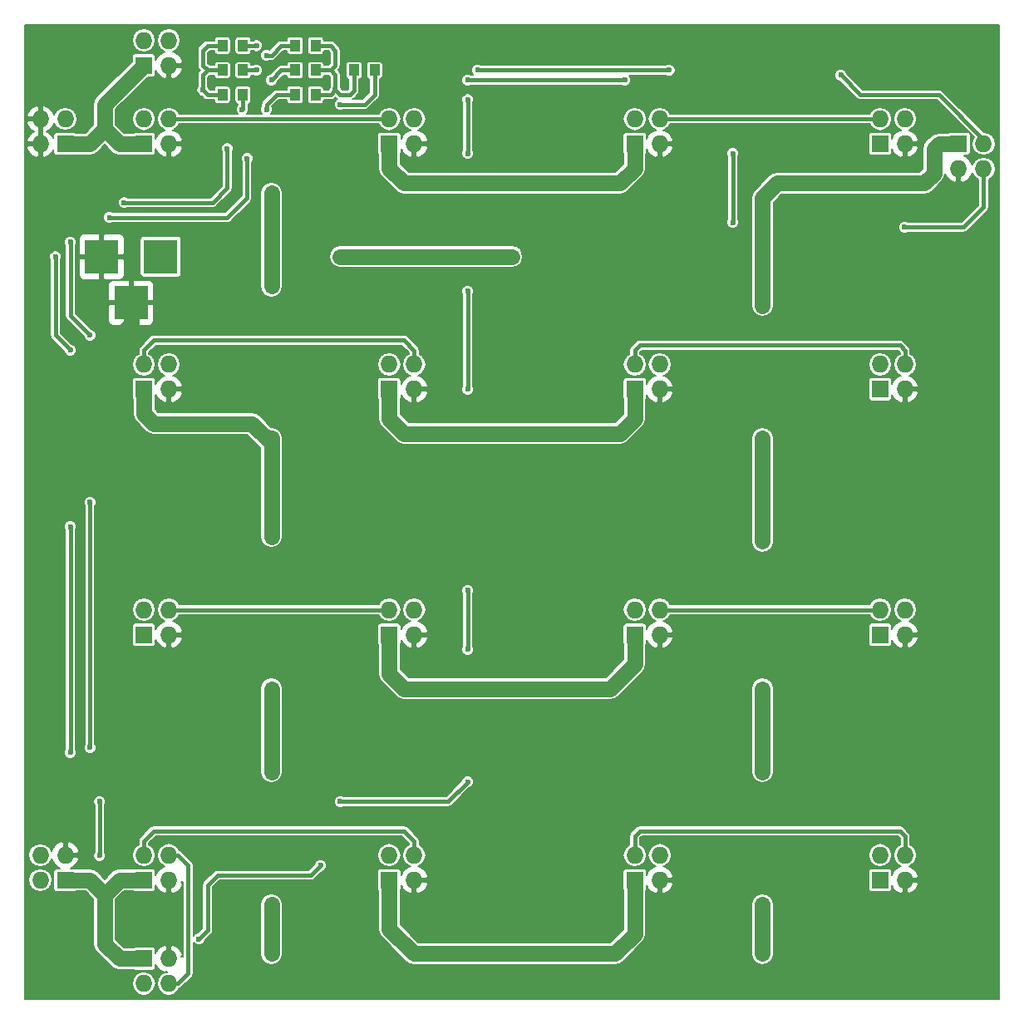
<source format=gtl>
G04 #@! TF.FileFunction,Copper,L1,Top,Signal*
%FSLAX46Y46*%
G04 Gerber Fmt 4.6, Leading zero omitted, Abs format (unit mm)*
G04 Created by KiCad (PCBNEW 4.0.1-stable) date 2016/01/10 9:36:40*
%MOMM*%
G01*
G04 APERTURE LIST*
%ADD10C,0.100000*%
%ADD11R,3.500120X3.500120*%
%ADD12R,1.727200X1.727200*%
%ADD13O,1.727200X1.727200*%
%ADD14C,4.500000*%
%ADD15R,1.000000X1.143000*%
%ADD16C,1.400000*%
%ADD17C,0.600000*%
%ADD18C,1.600000*%
%ADD19C,0.400000*%
%ADD20C,0.170000*%
G04 APERTURE END LIST*
D10*
D11*
X54200140Y-59000000D03*
X48200660Y-59000000D03*
X51200400Y-63699000D03*
D12*
X52500000Y-122500000D03*
D13*
X52500000Y-119960000D03*
X55040000Y-122500000D03*
X55040000Y-119960000D03*
D12*
X77500000Y-122500000D03*
D13*
X77500000Y-119960000D03*
X80040000Y-122500000D03*
X80040000Y-119960000D03*
D12*
X102500000Y-122500000D03*
D13*
X102500000Y-119960000D03*
X105040000Y-122500000D03*
X105040000Y-119960000D03*
D12*
X127500000Y-122500000D03*
D13*
X127500000Y-119960000D03*
X130040000Y-122500000D03*
X130040000Y-119960000D03*
D12*
X127500000Y-97500000D03*
D13*
X127500000Y-94960000D03*
X130040000Y-97500000D03*
X130040000Y-94960000D03*
D12*
X102500000Y-97500000D03*
D13*
X102500000Y-94960000D03*
X105040000Y-97500000D03*
X105040000Y-94960000D03*
D12*
X77500000Y-97500000D03*
D13*
X77500000Y-94960000D03*
X80040000Y-97500000D03*
X80040000Y-94960000D03*
D12*
X52500000Y-97500000D03*
D13*
X52500000Y-94960000D03*
X55040000Y-97500000D03*
X55040000Y-94960000D03*
D12*
X52500000Y-72500000D03*
D13*
X52500000Y-69960000D03*
X55040000Y-72500000D03*
X55040000Y-69960000D03*
D12*
X77500000Y-72500000D03*
D13*
X77500000Y-69960000D03*
X80040000Y-72500000D03*
X80040000Y-69960000D03*
D12*
X102500000Y-72500000D03*
D13*
X102500000Y-69960000D03*
X105040000Y-72500000D03*
X105040000Y-69960000D03*
D12*
X127500000Y-72500000D03*
D13*
X127500000Y-69960000D03*
X130040000Y-72500000D03*
X130040000Y-69960000D03*
D12*
X127500000Y-47500000D03*
D13*
X127500000Y-44960000D03*
X130040000Y-47500000D03*
X130040000Y-44960000D03*
D12*
X102500000Y-47500000D03*
D13*
X102500000Y-44960000D03*
X105040000Y-47500000D03*
X105040000Y-44960000D03*
D12*
X77500000Y-47500000D03*
D13*
X77500000Y-44960000D03*
X80040000Y-47500000D03*
X80040000Y-44960000D03*
D12*
X52500000Y-47500000D03*
D13*
X52500000Y-44960000D03*
X55040000Y-47500000D03*
X55040000Y-44960000D03*
D12*
X52500000Y-130500000D03*
D13*
X52500000Y-133040000D03*
X55040000Y-130500000D03*
X55040000Y-133040000D03*
D12*
X44500000Y-47500000D03*
D13*
X44500000Y-44960000D03*
X41960000Y-47500000D03*
X41960000Y-44960000D03*
D12*
X44500000Y-122500000D03*
D13*
X41960000Y-122500000D03*
X44500000Y-119960000D03*
X41960000Y-119960000D03*
D12*
X52500000Y-39500000D03*
D13*
X52500000Y-36960000D03*
X55040000Y-39500000D03*
X55040000Y-36960000D03*
D12*
X135500000Y-47500000D03*
D13*
X138040000Y-47500000D03*
X135500000Y-50040000D03*
X138040000Y-50040000D03*
D14*
X44000000Y-39000000D03*
X44000000Y-131000000D03*
X136000000Y-39000000D03*
X136000000Y-131000000D03*
D15*
X76000000Y-40000000D03*
X73900000Y-40000000D03*
X70000000Y-40000000D03*
X67900000Y-40000000D03*
X60500000Y-40000000D03*
X62600000Y-40000000D03*
X70000000Y-37500000D03*
X67900000Y-37500000D03*
X60500000Y-37500000D03*
X62600000Y-37500000D03*
X70000000Y-42500000D03*
X67900000Y-42500000D03*
X60500000Y-42500000D03*
X62600000Y-42500000D03*
D16*
X72500000Y-59000000D03*
X90000000Y-59000000D03*
X65500000Y-52500000D03*
X65500000Y-77500000D03*
X65500000Y-87500000D03*
X65500000Y-103000000D03*
X65500000Y-111500000D03*
X65500000Y-125000000D03*
X65500000Y-130000000D03*
X65500000Y-62000000D03*
X115500000Y-53000000D03*
X115500000Y-64000000D03*
X115500000Y-77500000D03*
X115500000Y-88000000D03*
X115500000Y-103000000D03*
X115500000Y-111500000D03*
X115500000Y-130000000D03*
X115500000Y-125000000D03*
X69800000Y-63500000D03*
X70400000Y-75700000D03*
X70900000Y-83000000D03*
X114100000Y-37300000D03*
X125300000Y-38400000D03*
X136100000Y-58100000D03*
X134900000Y-70400000D03*
X135700000Y-90100000D03*
X137100000Y-116500000D03*
X42600000Y-111800000D03*
X43100000Y-95600000D03*
X42800000Y-76100000D03*
X48300000Y-50600000D03*
X68100000Y-47200000D03*
X69900000Y-55100000D03*
X62900000Y-55900000D03*
X60400000Y-62400000D03*
X61600000Y-78900000D03*
X73900000Y-125500000D03*
X70000000Y-133000000D03*
X55700000Y-79900000D03*
X61400000Y-90100000D03*
X60400000Y-100600000D03*
X60800000Y-114700000D03*
X62600000Y-123700000D03*
X60800000Y-131800000D03*
X82900000Y-37400000D03*
X83000000Y-46500000D03*
X82500000Y-61800000D03*
X83000000Y-73500000D03*
X82700000Y-90600000D03*
X82900000Y-99100000D03*
X80500000Y-107000000D03*
X87600000Y-118200000D03*
X85300000Y-126500000D03*
X96900000Y-37800000D03*
X96900000Y-42900000D03*
X96900000Y-47800000D03*
X97000000Y-55400000D03*
X97100000Y-69400000D03*
X97200000Y-82300000D03*
X98200000Y-97700000D03*
X98600000Y-109000000D03*
X98100000Y-126600000D03*
X101200000Y-132800000D03*
X109000000Y-42400000D03*
X109100000Y-47200000D03*
X108700000Y-62000000D03*
X109000000Y-70600000D03*
X109400000Y-82300000D03*
X109800000Y-97300000D03*
X109700000Y-109100000D03*
X109900000Y-119800000D03*
X110300000Y-127400000D03*
X119500000Y-127400000D03*
X124300000Y-54000000D03*
X124300000Y-58600000D03*
X124100000Y-70000000D03*
X124200000Y-82500000D03*
X124300000Y-97000000D03*
X124400000Y-108900000D03*
X124200000Y-119900000D03*
D17*
X72500000Y-43500000D03*
X58500000Y-42000000D03*
X72500000Y-114500000D03*
X70500000Y-121000000D03*
X72000000Y-42000000D03*
X85500000Y-112500000D03*
X85500000Y-99000000D03*
X85500000Y-93000000D03*
X85500000Y-72500000D03*
X85500000Y-62500000D03*
X85500000Y-48500000D03*
X85500000Y-43000000D03*
X58100000Y-128500000D03*
X45000000Y-57500000D03*
X49000000Y-55000000D03*
X63000000Y-49000000D03*
X65000000Y-44000000D03*
X47000000Y-84000000D03*
X47000000Y-109000000D03*
X48000000Y-114500000D03*
X48000000Y-120000000D03*
X47000000Y-67000000D03*
X62500000Y-44000000D03*
X61000000Y-48000000D03*
X50500000Y-53500000D03*
X43500000Y-59000000D03*
X45000000Y-68500000D03*
X45000000Y-86500000D03*
X45000000Y-109500000D03*
X65000000Y-38500000D03*
X64000000Y-37500000D03*
X123500000Y-40500000D03*
X101500000Y-41000000D03*
X85500000Y-41000000D03*
X65500000Y-41000000D03*
X64000000Y-40000000D03*
X130000000Y-56000000D03*
X112500000Y-55500000D03*
X112500000Y-48500000D03*
X106000000Y-40000000D03*
X86500000Y-40000000D03*
D18*
X72500000Y-59000000D02*
X87500000Y-59000000D01*
X87500000Y-59000000D02*
X90000000Y-59000000D01*
X77500000Y-47500000D02*
X77500000Y-50000000D01*
X102500000Y-50000000D02*
X102500000Y-47500000D01*
X101000000Y-51500000D02*
X102500000Y-50000000D01*
X79000000Y-51500000D02*
X101000000Y-51500000D01*
X77500000Y-50000000D02*
X79000000Y-51500000D01*
X77500000Y-72500000D02*
X77500000Y-75500000D01*
X102500000Y-75500000D02*
X102500000Y-72500000D01*
X101000000Y-77000000D02*
X102500000Y-75500000D01*
X79000000Y-77000000D02*
X101000000Y-77000000D01*
X77500000Y-75500000D02*
X79000000Y-77000000D01*
X77500000Y-97500000D02*
X77500000Y-101500000D01*
X102500000Y-100500000D02*
X102500000Y-97500000D01*
X100000000Y-103000000D02*
X102500000Y-100500000D01*
X79000000Y-103000000D02*
X100000000Y-103000000D01*
X77500000Y-101500000D02*
X79000000Y-103000000D01*
X77500000Y-122500000D02*
X77500000Y-127500000D01*
X102500000Y-128000000D02*
X102500000Y-122500000D01*
X100500000Y-130000000D02*
X102500000Y-128000000D01*
X80000000Y-130000000D02*
X100500000Y-130000000D01*
X77500000Y-127500000D02*
X80000000Y-130000000D01*
X48500000Y-124000000D02*
X47000000Y-122500000D01*
X47000000Y-122500000D02*
X44500000Y-122500000D01*
X52500000Y-122500000D02*
X50000000Y-122500000D01*
X50000000Y-130500000D02*
X52500000Y-130500000D01*
X48500000Y-129000000D02*
X50000000Y-130500000D01*
X48500000Y-124000000D02*
X48500000Y-129000000D01*
X50000000Y-122500000D02*
X48500000Y-124000000D01*
X48500000Y-46000000D02*
X47000000Y-47500000D01*
X47000000Y-47500000D02*
X44500000Y-47500000D01*
X52500000Y-39500000D02*
X48500000Y-43500000D01*
X50000000Y-47500000D02*
X52500000Y-47500000D01*
X48500000Y-46000000D02*
X50000000Y-47500000D01*
X48500000Y-43500000D02*
X48500000Y-46000000D01*
X135500000Y-47500000D02*
X133500000Y-47500000D01*
X117000000Y-51500000D02*
X115500000Y-53000000D01*
X132000000Y-51500000D02*
X117000000Y-51500000D01*
X133000000Y-50500000D02*
X132000000Y-51500000D01*
X133000000Y-48000000D02*
X133000000Y-50500000D01*
X133500000Y-47500000D02*
X133000000Y-48000000D01*
X65500000Y-62000000D02*
X65500000Y-52500000D01*
X65500000Y-78000000D02*
X63500000Y-76000000D01*
X52500000Y-75000000D02*
X52500000Y-72500000D01*
X53500000Y-76000000D02*
X52500000Y-75000000D01*
X63500000Y-76000000D02*
X53500000Y-76000000D01*
X65500000Y-77500000D02*
X65500000Y-78000000D01*
X65500000Y-78000000D02*
X65500000Y-87500000D01*
X65500000Y-103000000D02*
X65500000Y-111500000D01*
X65500000Y-125000000D02*
X65500000Y-130000000D01*
X115500000Y-63500000D02*
X115500000Y-53000000D01*
X115500000Y-63500000D02*
X115500000Y-64000000D01*
X115500000Y-77500000D02*
X115500000Y-88000000D01*
X115500000Y-103000000D02*
X115500000Y-111500000D01*
X115500000Y-125000000D02*
X115500000Y-130000000D01*
X70000000Y-63300000D02*
X70000000Y-62600000D01*
X69800000Y-63500000D02*
X70000000Y-63300000D01*
X70400000Y-82500000D02*
X70400000Y-75700000D01*
X70900000Y-83000000D02*
X70400000Y-82500000D01*
X124200000Y-37300000D02*
X114100000Y-37300000D01*
X125300000Y-38400000D02*
X124200000Y-37300000D01*
X136100000Y-69200000D02*
X136100000Y-58100000D01*
X134900000Y-70400000D02*
X136100000Y-69200000D01*
X135700000Y-115100000D02*
X135700000Y-90100000D01*
X137100000Y-116500000D02*
X135700000Y-115100000D01*
X51200400Y-63699000D02*
X51200400Y-65899600D01*
X42600000Y-96100000D02*
X42600000Y-111800000D01*
X43100000Y-95600000D02*
X42600000Y-96100000D01*
X47600000Y-76100000D02*
X42800000Y-76100000D01*
X49400000Y-74300000D02*
X47600000Y-76100000D01*
X49400000Y-67700000D02*
X49400000Y-74300000D01*
X51200400Y-65899600D02*
X49400000Y-67700000D01*
X61400000Y-90100000D02*
X61400000Y-79100000D01*
X68100000Y-53300000D02*
X68100000Y-47200000D01*
X69900000Y-55100000D02*
X68100000Y-53300000D01*
X62900000Y-59900000D02*
X62900000Y-55900000D01*
X60400000Y-62400000D02*
X62900000Y-59900000D01*
X61400000Y-79100000D02*
X61600000Y-78900000D01*
X73900000Y-125500000D02*
X70000000Y-129400000D01*
X70000000Y-129400000D02*
X70000000Y-133000000D01*
X55700000Y-84400000D02*
X55700000Y-79900000D01*
X61400000Y-90100000D02*
X55700000Y-84400000D01*
X60400000Y-114300000D02*
X60400000Y-100600000D01*
X60800000Y-114700000D02*
X60400000Y-114300000D01*
X62600000Y-130000000D02*
X62600000Y-123700000D01*
X60800000Y-131800000D02*
X62600000Y-130000000D01*
X98100000Y-126600000D02*
X85400000Y-126600000D01*
X82900000Y-46400000D02*
X82900000Y-37400000D01*
X83000000Y-46500000D02*
X82900000Y-46400000D01*
X82500000Y-73000000D02*
X82500000Y-61800000D01*
X83000000Y-73500000D02*
X82500000Y-73000000D01*
X82700000Y-98900000D02*
X82700000Y-90600000D01*
X82900000Y-99100000D02*
X82700000Y-98900000D01*
X83900000Y-107000000D02*
X80500000Y-107000000D01*
X88400000Y-111500000D02*
X83900000Y-107000000D01*
X88400000Y-117400000D02*
X88400000Y-111500000D01*
X87600000Y-118200000D02*
X88400000Y-117400000D01*
X85400000Y-126600000D02*
X85300000Y-126500000D01*
X110300000Y-127400000D02*
X106600000Y-127400000D01*
X96700000Y-37600000D02*
X96700000Y-37400000D01*
X96900000Y-37800000D02*
X96700000Y-37600000D01*
X96900000Y-47800000D02*
X96900000Y-42900000D01*
X97000000Y-69300000D02*
X97000000Y-55400000D01*
X97100000Y-69400000D02*
X97000000Y-69300000D01*
X97200000Y-96700000D02*
X97200000Y-82300000D01*
X98200000Y-97700000D02*
X97200000Y-96700000D01*
X98600000Y-126100000D02*
X98600000Y-109000000D01*
X98100000Y-126600000D02*
X98600000Y-126100000D01*
X106600000Y-127400000D02*
X101200000Y-132800000D01*
X124200000Y-127300000D02*
X119600000Y-127300000D01*
X109100000Y-61600000D02*
X109100000Y-47200000D01*
X108700000Y-62000000D02*
X109100000Y-61600000D01*
X109000000Y-81900000D02*
X109000000Y-70600000D01*
X109400000Y-82300000D02*
X109000000Y-81900000D01*
X109800000Y-109000000D02*
X109800000Y-97300000D01*
X109700000Y-109100000D02*
X109800000Y-109000000D01*
X109900000Y-127000000D02*
X109900000Y-119800000D01*
X110300000Y-127400000D02*
X109900000Y-127000000D01*
X119600000Y-127300000D02*
X119500000Y-127400000D01*
X136000000Y-131000000D02*
X127900000Y-131000000D01*
X124300000Y-58600000D02*
X124300000Y-54000000D01*
X124100000Y-82400000D02*
X124100000Y-70000000D01*
X124200000Y-82500000D02*
X124100000Y-82400000D01*
X124300000Y-108800000D02*
X124300000Y-97000000D01*
X124400000Y-108900000D02*
X124300000Y-108800000D01*
X124200000Y-127300000D02*
X124200000Y-119900000D01*
X127900000Y-131000000D02*
X124200000Y-127300000D01*
D19*
X52500000Y-119960000D02*
X52500000Y-118500000D01*
X80040000Y-118540000D02*
X80040000Y-119960000D01*
X79000000Y-117500000D02*
X80040000Y-118540000D01*
X53500000Y-117500000D02*
X79000000Y-117500000D01*
X52500000Y-118500000D02*
X53500000Y-117500000D01*
X55040000Y-133040000D02*
X55960000Y-133040000D01*
X55960000Y-119960000D02*
X55040000Y-119960000D01*
X57000000Y-121000000D02*
X55960000Y-119960000D01*
X57000000Y-132000000D02*
X57000000Y-121000000D01*
X55960000Y-133040000D02*
X57000000Y-132000000D01*
X102500000Y-119960000D02*
X102500000Y-118000000D01*
X130040000Y-118040000D02*
X130040000Y-119960000D01*
X129500000Y-117500000D02*
X130040000Y-118040000D01*
X103000000Y-117500000D02*
X129500000Y-117500000D01*
X102500000Y-118000000D02*
X103000000Y-117500000D01*
X127500000Y-94960000D02*
X105040000Y-94960000D01*
X77500000Y-94960000D02*
X55040000Y-94960000D01*
X52500000Y-69960000D02*
X52500000Y-68500000D01*
X80040000Y-68540000D02*
X80040000Y-69960000D01*
X79000000Y-67500000D02*
X80040000Y-68540000D01*
X53500000Y-67500000D02*
X79000000Y-67500000D01*
X52500000Y-68500000D02*
X53500000Y-67500000D01*
X102500000Y-69960000D02*
X102500000Y-68500000D01*
X130040000Y-68540000D02*
X130040000Y-69960000D01*
X129500000Y-68000000D02*
X130040000Y-68540000D01*
X103000000Y-68000000D02*
X129500000Y-68000000D01*
X102500000Y-68500000D02*
X103000000Y-68000000D01*
X127500000Y-44960000D02*
X105040000Y-44960000D01*
X77500000Y-44960000D02*
X55040000Y-44960000D01*
X76000000Y-40000000D02*
X76000000Y-42500000D01*
X75000000Y-43500000D02*
X72500000Y-43500000D01*
X76000000Y-42500000D02*
X75000000Y-43500000D01*
X59000000Y-40000000D02*
X58500000Y-39500000D01*
X59000000Y-37500000D02*
X60500000Y-37500000D01*
X58500000Y-38000000D02*
X59000000Y-37500000D01*
X58500000Y-39500000D02*
X58500000Y-38000000D01*
X58500000Y-41500000D02*
X58500000Y-42000000D01*
X59000000Y-42500000D02*
X60500000Y-42500000D01*
X58500000Y-42000000D02*
X59000000Y-42500000D01*
X59000000Y-40000000D02*
X60500000Y-40000000D01*
X58500000Y-40500000D02*
X59000000Y-40000000D01*
X58500000Y-41500000D02*
X58500000Y-40500000D01*
X83500000Y-114500000D02*
X72500000Y-114500000D01*
X70500000Y-121000000D02*
X69500000Y-122000000D01*
X69500000Y-122000000D02*
X60000000Y-122000000D01*
X60000000Y-122000000D02*
X59000000Y-123000000D01*
X59000000Y-123000000D02*
X59000000Y-126500000D01*
X85500000Y-93000000D02*
X85500000Y-99000000D01*
X85500000Y-62500000D02*
X85500000Y-72500000D01*
X85500000Y-43000000D02*
X85500000Y-48500000D01*
X85500000Y-112500000D02*
X83500000Y-114500000D01*
X59000000Y-127600000D02*
X59000000Y-126500000D01*
X58100000Y-128500000D02*
X59000000Y-127600000D01*
X72500000Y-42500000D02*
X73500000Y-42500000D01*
X72000000Y-42000000D02*
X72500000Y-42500000D01*
X73900000Y-42100000D02*
X73900000Y-40000000D01*
X73500000Y-42500000D02*
X73900000Y-42100000D01*
X71500000Y-40000000D02*
X72000000Y-40500000D01*
X71500000Y-42500000D02*
X70000000Y-42500000D01*
X72000000Y-42000000D02*
X71500000Y-42500000D01*
X72000000Y-40500000D02*
X72000000Y-42000000D01*
X70000000Y-37500000D02*
X71500000Y-37500000D01*
X71500000Y-40000000D02*
X70000000Y-40000000D01*
X72000000Y-39500000D02*
X71500000Y-40000000D01*
X72000000Y-38000000D02*
X72000000Y-39500000D01*
X71500000Y-37500000D02*
X72000000Y-38000000D01*
X65000000Y-44000000D02*
X65000000Y-43500000D01*
X47000000Y-67000000D02*
X45000000Y-65000000D01*
X45000000Y-65000000D02*
X45000000Y-57500000D01*
X49000000Y-55000000D02*
X61000000Y-55000000D01*
X61000000Y-55000000D02*
X63000000Y-53000000D01*
X63000000Y-53000000D02*
X63000000Y-49000000D01*
X47000000Y-109000000D02*
X47000000Y-84000000D01*
X48000000Y-120000000D02*
X48000000Y-114500000D01*
X66000000Y-42500000D02*
X67900000Y-42500000D01*
X65000000Y-43500000D02*
X66000000Y-42500000D01*
X62600000Y-43900000D02*
X62600000Y-42500000D01*
X62500000Y-44000000D02*
X62600000Y-43900000D01*
X61000000Y-52000000D02*
X61000000Y-48000000D01*
X59500000Y-53500000D02*
X61000000Y-52000000D01*
X50500000Y-53500000D02*
X59500000Y-53500000D01*
X43500000Y-67000000D02*
X43500000Y-59000000D01*
X45000000Y-68500000D02*
X43500000Y-67000000D01*
X45000000Y-109500000D02*
X45000000Y-86500000D01*
X65000000Y-38500000D02*
X65500000Y-38500000D01*
X66500000Y-37500000D02*
X67900000Y-37500000D01*
X65500000Y-38500000D02*
X66500000Y-37500000D01*
X62600000Y-37500000D02*
X64000000Y-37500000D01*
X133500000Y-42500000D02*
X125500000Y-42500000D01*
X123500000Y-40500000D02*
X125500000Y-42500000D01*
X138040000Y-47040000D02*
X133500000Y-42500000D01*
X66500000Y-40000000D02*
X67900000Y-40000000D01*
X85500000Y-41000000D02*
X101500000Y-41000000D01*
X66500000Y-40000000D02*
X65500000Y-41000000D01*
X138040000Y-47040000D02*
X138040000Y-47500000D01*
X62600000Y-40000000D02*
X64000000Y-40000000D01*
X138040000Y-53960000D02*
X138040000Y-50040000D01*
X136000000Y-56000000D02*
X138040000Y-53960000D01*
X130000000Y-56000000D02*
X136000000Y-56000000D01*
X112500000Y-48500000D02*
X112500000Y-55500000D01*
X86500000Y-40000000D02*
X106000000Y-40000000D01*
D20*
G36*
X139586000Y-134586000D02*
X40414000Y-134586000D01*
X40414000Y-133040000D01*
X51273840Y-133040000D01*
X51365382Y-133500215D01*
X51626073Y-133890367D01*
X52016225Y-134151058D01*
X52476440Y-134242600D01*
X52523560Y-134242600D01*
X52983775Y-134151058D01*
X53373927Y-133890367D01*
X53634618Y-133500215D01*
X53726160Y-133040000D01*
X53634618Y-132579785D01*
X53373927Y-132189633D01*
X52983775Y-131928942D01*
X52523560Y-131837400D01*
X52476440Y-131837400D01*
X52016225Y-131928942D01*
X51626073Y-132189633D01*
X51365382Y-132579785D01*
X51273840Y-133040000D01*
X40414000Y-133040000D01*
X40414000Y-122500000D01*
X40733840Y-122500000D01*
X40825382Y-122960215D01*
X41086073Y-123350367D01*
X41476225Y-123611058D01*
X41936440Y-123702600D01*
X41983560Y-123702600D01*
X42443775Y-123611058D01*
X42833927Y-123350367D01*
X43094618Y-122960215D01*
X43186160Y-122500000D01*
X43094618Y-122039785D01*
X42833927Y-121649633D01*
X42443775Y-121388942D01*
X41983560Y-121297400D01*
X41936440Y-121297400D01*
X41476225Y-121388942D01*
X41086073Y-121649633D01*
X40825382Y-122039785D01*
X40733840Y-122500000D01*
X40414000Y-122500000D01*
X40414000Y-119960000D01*
X40733840Y-119960000D01*
X40825382Y-120420215D01*
X41086073Y-120810367D01*
X41476225Y-121071058D01*
X41936440Y-121162600D01*
X41983560Y-121162600D01*
X42443775Y-121071058D01*
X42833927Y-120810367D01*
X43094618Y-120420215D01*
X43104548Y-120370294D01*
X43230198Y-120673670D01*
X43599966Y-121105277D01*
X43965372Y-121290759D01*
X43636400Y-121290759D01*
X43510774Y-121314397D01*
X43395395Y-121388642D01*
X43317991Y-121501926D01*
X43290759Y-121636400D01*
X43290759Y-123363600D01*
X43314397Y-123489226D01*
X43388642Y-123604605D01*
X43501926Y-123682009D01*
X43636400Y-123709241D01*
X45363600Y-123709241D01*
X45489226Y-123685603D01*
X45561648Y-123639000D01*
X46528210Y-123639000D01*
X47361000Y-124471789D01*
X47361000Y-128999995D01*
X47360999Y-129000000D01*
X47447701Y-129435877D01*
X47694605Y-129805395D01*
X49194603Y-131305392D01*
X49194605Y-131305395D01*
X49564124Y-131552299D01*
X50000000Y-131639000D01*
X51438981Y-131639000D01*
X51501926Y-131682009D01*
X51636400Y-131709241D01*
X53363600Y-131709241D01*
X53489226Y-131685603D01*
X53604605Y-131611358D01*
X53682009Y-131498074D01*
X53709241Y-131363600D01*
X53709241Y-131066492D01*
X53770198Y-131213670D01*
X54139966Y-131645277D01*
X54646755Y-131902526D01*
X54870998Y-131798527D01*
X54870998Y-131866330D01*
X54556225Y-131928942D01*
X54166073Y-132189633D01*
X53905382Y-132579785D01*
X53813840Y-133040000D01*
X53905382Y-133500215D01*
X54166073Y-133890367D01*
X54556225Y-134151058D01*
X55016440Y-134242600D01*
X55063560Y-134242600D01*
X55523775Y-134151058D01*
X55913927Y-133890367D01*
X56146803Y-133541843D01*
X56166267Y-133537971D01*
X56341131Y-133421131D01*
X57381128Y-132381133D01*
X57381131Y-132381131D01*
X57451171Y-132276307D01*
X57497971Y-132206267D01*
X57539001Y-132000000D01*
X57539000Y-131999995D01*
X57539000Y-128815591D01*
X57557966Y-128861492D01*
X57737563Y-129041402D01*
X57972337Y-129138889D01*
X58226547Y-129139111D01*
X58461492Y-129042034D01*
X58641402Y-128862437D01*
X58738889Y-128627663D01*
X58738893Y-128623369D01*
X59381128Y-127981133D01*
X59381131Y-127981131D01*
X59461400Y-127860999D01*
X59497971Y-127806267D01*
X59539000Y-127600000D01*
X59539000Y-125000000D01*
X64361000Y-125000000D01*
X64361000Y-130000000D01*
X64447701Y-130435876D01*
X64694605Y-130805395D01*
X65064124Y-131052299D01*
X65500000Y-131139000D01*
X65935876Y-131052299D01*
X66305395Y-130805395D01*
X66552299Y-130435876D01*
X66639000Y-130000000D01*
X66639000Y-125000000D01*
X66552299Y-124564124D01*
X66305395Y-124194605D01*
X65935876Y-123947701D01*
X65500000Y-123861000D01*
X65064124Y-123947701D01*
X64694605Y-124194605D01*
X64447701Y-124564124D01*
X64361000Y-125000000D01*
X59539000Y-125000000D01*
X59539000Y-123223262D01*
X60223261Y-122539000D01*
X69499995Y-122539000D01*
X69500000Y-122539001D01*
X69706267Y-122497971D01*
X69881131Y-122381131D01*
X70623153Y-121639108D01*
X70626547Y-121639111D01*
X70861492Y-121542034D01*
X71041402Y-121362437D01*
X71138889Y-121127663D01*
X71139111Y-120873453D01*
X71042034Y-120638508D01*
X70862437Y-120458598D01*
X70627663Y-120361111D01*
X70373453Y-120360889D01*
X70138508Y-120457966D01*
X69958598Y-120637563D01*
X69861111Y-120872337D01*
X69861107Y-120876631D01*
X69276738Y-121461000D01*
X60000005Y-121461000D01*
X60000000Y-121460999D01*
X59794252Y-121501926D01*
X59793734Y-121502029D01*
X59618869Y-121618869D01*
X59618867Y-121618872D01*
X58618869Y-122618869D01*
X58502029Y-122793733D01*
X58460999Y-123000000D01*
X58461000Y-123000005D01*
X58461000Y-127376739D01*
X57976846Y-127860892D01*
X57973453Y-127860889D01*
X57738508Y-127957966D01*
X57558598Y-128137563D01*
X57539000Y-128184760D01*
X57539000Y-121000005D01*
X57539001Y-121000000D01*
X57497971Y-120793733D01*
X57451171Y-120723693D01*
X57381131Y-120618869D01*
X57381128Y-120618867D01*
X56698702Y-119936440D01*
X76297400Y-119936440D01*
X76297400Y-119983560D01*
X76388942Y-120443775D01*
X76649633Y-120833927D01*
X77039785Y-121094618D01*
X77500000Y-121186160D01*
X77960215Y-121094618D01*
X78350367Y-120833927D01*
X78611058Y-120443775D01*
X78702600Y-119983560D01*
X78702600Y-119936440D01*
X78611058Y-119476225D01*
X78350367Y-119086073D01*
X77960215Y-118825382D01*
X77500000Y-118733840D01*
X77039785Y-118825382D01*
X76649633Y-119086073D01*
X76388942Y-119476225D01*
X76297400Y-119936440D01*
X56698702Y-119936440D01*
X56341131Y-119578869D01*
X56166267Y-119462029D01*
X56137787Y-119456364D01*
X55890367Y-119086073D01*
X55500215Y-118825382D01*
X55040000Y-118733840D01*
X54579785Y-118825382D01*
X54189633Y-119086073D01*
X53928942Y-119476225D01*
X53837400Y-119936440D01*
X53837400Y-119983560D01*
X53928942Y-120443775D01*
X54189633Y-120833927D01*
X54579785Y-121094618D01*
X54629706Y-121104548D01*
X54326330Y-121230198D01*
X53894723Y-121599966D01*
X53709241Y-121965372D01*
X53709241Y-121636400D01*
X53685603Y-121510774D01*
X53611358Y-121395395D01*
X53498074Y-121317991D01*
X53363600Y-121290759D01*
X51636400Y-121290759D01*
X51510774Y-121314397D01*
X51438352Y-121361000D01*
X50000000Y-121361000D01*
X49564124Y-121447701D01*
X49194605Y-121694605D01*
X49194603Y-121694608D01*
X48500000Y-122389211D01*
X47805395Y-121694605D01*
X47435877Y-121447701D01*
X47000000Y-121360999D01*
X46999995Y-121361000D01*
X45561019Y-121361000D01*
X45498074Y-121317991D01*
X45363600Y-121290759D01*
X45034628Y-121290759D01*
X45400034Y-121105277D01*
X45769802Y-120673670D01*
X45902514Y-120353243D01*
X45797389Y-120129000D01*
X44669000Y-120129000D01*
X44669000Y-120149000D01*
X44331000Y-120149000D01*
X44331000Y-120129000D01*
X44311000Y-120129000D01*
X44311000Y-119791000D01*
X44331000Y-119791000D01*
X44331000Y-118661474D01*
X44669000Y-118661474D01*
X44669000Y-119791000D01*
X45797389Y-119791000D01*
X45902514Y-119566757D01*
X45769802Y-119246330D01*
X45400034Y-118814723D01*
X44893245Y-118557474D01*
X44669000Y-118661474D01*
X44331000Y-118661474D01*
X44106755Y-118557474D01*
X43599966Y-118814723D01*
X43230198Y-119246330D01*
X43104548Y-119549706D01*
X43094618Y-119499785D01*
X42833927Y-119109633D01*
X42443775Y-118848942D01*
X41983560Y-118757400D01*
X41936440Y-118757400D01*
X41476225Y-118848942D01*
X41086073Y-119109633D01*
X40825382Y-119499785D01*
X40733840Y-119960000D01*
X40414000Y-119960000D01*
X40414000Y-114626547D01*
X47360889Y-114626547D01*
X47457966Y-114861492D01*
X47461000Y-114864531D01*
X47461000Y-119635165D01*
X47458598Y-119637563D01*
X47361111Y-119872337D01*
X47360889Y-120126547D01*
X47457966Y-120361492D01*
X47637563Y-120541402D01*
X47872337Y-120638889D01*
X48126547Y-120639111D01*
X48361492Y-120542034D01*
X48541402Y-120362437D01*
X48638889Y-120127663D01*
X48639055Y-119936440D01*
X51297400Y-119936440D01*
X51297400Y-119983560D01*
X51388942Y-120443775D01*
X51649633Y-120833927D01*
X52039785Y-121094618D01*
X52500000Y-121186160D01*
X52960215Y-121094618D01*
X53350367Y-120833927D01*
X53611058Y-120443775D01*
X53702600Y-119983560D01*
X53702600Y-119936440D01*
X53611058Y-119476225D01*
X53350367Y-119086073D01*
X53039000Y-118878024D01*
X53039000Y-118723262D01*
X53723261Y-118039000D01*
X78776738Y-118039000D01*
X79501000Y-118763261D01*
X79501000Y-118878024D01*
X79189633Y-119086073D01*
X78928942Y-119476225D01*
X78837400Y-119936440D01*
X78837400Y-119983560D01*
X78928942Y-120443775D01*
X79189633Y-120833927D01*
X79579785Y-121094618D01*
X79629706Y-121104548D01*
X79326330Y-121230198D01*
X78894723Y-121599966D01*
X78709241Y-121965372D01*
X78709241Y-121636400D01*
X78685603Y-121510774D01*
X78611358Y-121395395D01*
X78498074Y-121317991D01*
X78363600Y-121290759D01*
X76636400Y-121290759D01*
X76510774Y-121314397D01*
X76395395Y-121388642D01*
X76317991Y-121501926D01*
X76290759Y-121636400D01*
X76290759Y-123363600D01*
X76314397Y-123489226D01*
X76361000Y-123561648D01*
X76361000Y-127499995D01*
X76360999Y-127500000D01*
X76447701Y-127935877D01*
X76694605Y-128305395D01*
X79194605Y-130805395D01*
X79564123Y-131052299D01*
X80000000Y-131139001D01*
X80000005Y-131139000D01*
X100499995Y-131139000D01*
X100500000Y-131139001D01*
X100935877Y-131052299D01*
X101305395Y-130805395D01*
X103305395Y-128805395D01*
X103552299Y-128435877D01*
X103639000Y-128000000D01*
X103639000Y-125000000D01*
X114361000Y-125000000D01*
X114361000Y-130000000D01*
X114447701Y-130435876D01*
X114694605Y-130805395D01*
X115064124Y-131052299D01*
X115500000Y-131139000D01*
X115935876Y-131052299D01*
X116305395Y-130805395D01*
X116552299Y-130435876D01*
X116639000Y-130000000D01*
X116639000Y-125000000D01*
X116552299Y-124564124D01*
X116305395Y-124194605D01*
X115935876Y-123947701D01*
X115500000Y-123861000D01*
X115064124Y-123947701D01*
X114694605Y-124194605D01*
X114447701Y-124564124D01*
X114361000Y-125000000D01*
X103639000Y-125000000D01*
X103639000Y-123561019D01*
X103682009Y-123498074D01*
X103709241Y-123363600D01*
X103709241Y-123034628D01*
X103894723Y-123400034D01*
X104326330Y-123769802D01*
X104646757Y-123902514D01*
X104871000Y-123797389D01*
X104871000Y-122669000D01*
X105209000Y-122669000D01*
X105209000Y-123797389D01*
X105433243Y-123902514D01*
X105753670Y-123769802D01*
X106185277Y-123400034D01*
X106442526Y-122893245D01*
X106338526Y-122669000D01*
X105209000Y-122669000D01*
X104871000Y-122669000D01*
X104851000Y-122669000D01*
X104851000Y-122331000D01*
X104871000Y-122331000D01*
X104871000Y-122311000D01*
X105209000Y-122311000D01*
X105209000Y-122331000D01*
X106338526Y-122331000D01*
X106442526Y-122106755D01*
X106185277Y-121599966D01*
X105753670Y-121230198D01*
X105450294Y-121104548D01*
X105500215Y-121094618D01*
X105890367Y-120833927D01*
X106151058Y-120443775D01*
X106242600Y-119983560D01*
X106242600Y-119936440D01*
X126297400Y-119936440D01*
X126297400Y-119983560D01*
X126388942Y-120443775D01*
X126649633Y-120833927D01*
X127039785Y-121094618D01*
X127500000Y-121186160D01*
X127960215Y-121094618D01*
X128350367Y-120833927D01*
X128611058Y-120443775D01*
X128702600Y-119983560D01*
X128702600Y-119936440D01*
X128611058Y-119476225D01*
X128350367Y-119086073D01*
X127960215Y-118825382D01*
X127500000Y-118733840D01*
X127039785Y-118825382D01*
X126649633Y-119086073D01*
X126388942Y-119476225D01*
X126297400Y-119936440D01*
X106242600Y-119936440D01*
X106151058Y-119476225D01*
X105890367Y-119086073D01*
X105500215Y-118825382D01*
X105040000Y-118733840D01*
X104579785Y-118825382D01*
X104189633Y-119086073D01*
X103928942Y-119476225D01*
X103837400Y-119936440D01*
X103837400Y-119983560D01*
X103928942Y-120443775D01*
X104189633Y-120833927D01*
X104579785Y-121094618D01*
X104629706Y-121104548D01*
X104326330Y-121230198D01*
X103894723Y-121599966D01*
X103709241Y-121965372D01*
X103709241Y-121636400D01*
X103685603Y-121510774D01*
X103611358Y-121395395D01*
X103498074Y-121317991D01*
X103363600Y-121290759D01*
X101636400Y-121290759D01*
X101510774Y-121314397D01*
X101395395Y-121388642D01*
X101317991Y-121501926D01*
X101290759Y-121636400D01*
X101290759Y-123363600D01*
X101314397Y-123489226D01*
X101361000Y-123561648D01*
X101361000Y-127528210D01*
X100028210Y-128861000D01*
X80471790Y-128861000D01*
X78639000Y-127028210D01*
X78639000Y-123561019D01*
X78682009Y-123498074D01*
X78709241Y-123363600D01*
X78709241Y-123034628D01*
X78894723Y-123400034D01*
X79326330Y-123769802D01*
X79646757Y-123902514D01*
X79871000Y-123797389D01*
X79871000Y-122669000D01*
X80209000Y-122669000D01*
X80209000Y-123797389D01*
X80433243Y-123902514D01*
X80753670Y-123769802D01*
X81185277Y-123400034D01*
X81442526Y-122893245D01*
X81338526Y-122669000D01*
X80209000Y-122669000D01*
X79871000Y-122669000D01*
X79851000Y-122669000D01*
X79851000Y-122331000D01*
X79871000Y-122331000D01*
X79871000Y-122311000D01*
X80209000Y-122311000D01*
X80209000Y-122331000D01*
X81338526Y-122331000D01*
X81442526Y-122106755D01*
X81185277Y-121599966D01*
X80753670Y-121230198D01*
X80450294Y-121104548D01*
X80500215Y-121094618D01*
X80890367Y-120833927D01*
X81151058Y-120443775D01*
X81242600Y-119983560D01*
X81242600Y-119936440D01*
X101297400Y-119936440D01*
X101297400Y-119983560D01*
X101388942Y-120443775D01*
X101649633Y-120833927D01*
X102039785Y-121094618D01*
X102500000Y-121186160D01*
X102960215Y-121094618D01*
X103350367Y-120833927D01*
X103611058Y-120443775D01*
X103702600Y-119983560D01*
X103702600Y-119936440D01*
X103611058Y-119476225D01*
X103350367Y-119086073D01*
X103039000Y-118878024D01*
X103039000Y-118223262D01*
X103223261Y-118039000D01*
X129276738Y-118039000D01*
X129501000Y-118263261D01*
X129501000Y-118878024D01*
X129189633Y-119086073D01*
X128928942Y-119476225D01*
X128837400Y-119936440D01*
X128837400Y-119983560D01*
X128928942Y-120443775D01*
X129189633Y-120833927D01*
X129579785Y-121094618D01*
X129629706Y-121104548D01*
X129326330Y-121230198D01*
X128894723Y-121599966D01*
X128709241Y-121965372D01*
X128709241Y-121636400D01*
X128685603Y-121510774D01*
X128611358Y-121395395D01*
X128498074Y-121317991D01*
X128363600Y-121290759D01*
X126636400Y-121290759D01*
X126510774Y-121314397D01*
X126395395Y-121388642D01*
X126317991Y-121501926D01*
X126290759Y-121636400D01*
X126290759Y-123363600D01*
X126314397Y-123489226D01*
X126388642Y-123604605D01*
X126501926Y-123682009D01*
X126636400Y-123709241D01*
X128363600Y-123709241D01*
X128489226Y-123685603D01*
X128604605Y-123611358D01*
X128682009Y-123498074D01*
X128709241Y-123363600D01*
X128709241Y-123034628D01*
X128894723Y-123400034D01*
X129326330Y-123769802D01*
X129646757Y-123902514D01*
X129871000Y-123797389D01*
X129871000Y-122669000D01*
X130209000Y-122669000D01*
X130209000Y-123797389D01*
X130433243Y-123902514D01*
X130753670Y-123769802D01*
X131185277Y-123400034D01*
X131442526Y-122893245D01*
X131338526Y-122669000D01*
X130209000Y-122669000D01*
X129871000Y-122669000D01*
X129851000Y-122669000D01*
X129851000Y-122331000D01*
X129871000Y-122331000D01*
X129871000Y-122311000D01*
X130209000Y-122311000D01*
X130209000Y-122331000D01*
X131338526Y-122331000D01*
X131442526Y-122106755D01*
X131185277Y-121599966D01*
X130753670Y-121230198D01*
X130450294Y-121104548D01*
X130500215Y-121094618D01*
X130890367Y-120833927D01*
X131151058Y-120443775D01*
X131242600Y-119983560D01*
X131242600Y-119936440D01*
X131151058Y-119476225D01*
X130890367Y-119086073D01*
X130579000Y-118878024D01*
X130579000Y-118040000D01*
X130571242Y-118001000D01*
X130537971Y-117833733D01*
X130491171Y-117763693D01*
X130421131Y-117658869D01*
X130421128Y-117658867D01*
X129881131Y-117118869D01*
X129706267Y-117002029D01*
X129500000Y-116960999D01*
X129499995Y-116961000D01*
X103000005Y-116961000D01*
X103000000Y-116960999D01*
X102793734Y-117002029D01*
X102618869Y-117118869D01*
X102618867Y-117118872D01*
X102118869Y-117618869D01*
X102002029Y-117793733D01*
X101960999Y-118000000D01*
X101961000Y-118000005D01*
X101961000Y-118878024D01*
X101649633Y-119086073D01*
X101388942Y-119476225D01*
X101297400Y-119936440D01*
X81242600Y-119936440D01*
X81151058Y-119476225D01*
X80890367Y-119086073D01*
X80579000Y-118878024D01*
X80579000Y-118540005D01*
X80579001Y-118540000D01*
X80537971Y-118333733D01*
X80479527Y-118246266D01*
X80421131Y-118158869D01*
X80421128Y-118158867D01*
X79381131Y-117118869D01*
X79206267Y-117002029D01*
X79000000Y-116960999D01*
X78999995Y-116961000D01*
X53500005Y-116961000D01*
X53500000Y-116960999D01*
X53293734Y-117002029D01*
X53118869Y-117118869D01*
X53118867Y-117118872D01*
X52118869Y-118118869D01*
X52002029Y-118293733D01*
X51960999Y-118500000D01*
X51961000Y-118500005D01*
X51961000Y-118878024D01*
X51649633Y-119086073D01*
X51388942Y-119476225D01*
X51297400Y-119936440D01*
X48639055Y-119936440D01*
X48639111Y-119873453D01*
X48542034Y-119638508D01*
X48539000Y-119635469D01*
X48539000Y-114864835D01*
X48541402Y-114862437D01*
X48638889Y-114627663D01*
X48638889Y-114626547D01*
X71860889Y-114626547D01*
X71957966Y-114861492D01*
X72137563Y-115041402D01*
X72372337Y-115138889D01*
X72626547Y-115139111D01*
X72861492Y-115042034D01*
X72864531Y-115039000D01*
X83499995Y-115039000D01*
X83500000Y-115039001D01*
X83706267Y-114997971D01*
X83881131Y-114881131D01*
X85623153Y-113139108D01*
X85626547Y-113139111D01*
X85861492Y-113042034D01*
X86041402Y-112862437D01*
X86138889Y-112627663D01*
X86139111Y-112373453D01*
X86042034Y-112138508D01*
X85862437Y-111958598D01*
X85627663Y-111861111D01*
X85373453Y-111860889D01*
X85138508Y-111957966D01*
X84958598Y-112137563D01*
X84861111Y-112372337D01*
X84861107Y-112376632D01*
X83276738Y-113961000D01*
X72864835Y-113961000D01*
X72862437Y-113958598D01*
X72627663Y-113861111D01*
X72373453Y-113860889D01*
X72138508Y-113957966D01*
X71958598Y-114137563D01*
X71861111Y-114372337D01*
X71860889Y-114626547D01*
X48638889Y-114626547D01*
X48639111Y-114373453D01*
X48542034Y-114138508D01*
X48362437Y-113958598D01*
X48127663Y-113861111D01*
X47873453Y-113860889D01*
X47638508Y-113957966D01*
X47458598Y-114137563D01*
X47361111Y-114372337D01*
X47360889Y-114626547D01*
X40414000Y-114626547D01*
X40414000Y-86626547D01*
X44360889Y-86626547D01*
X44457966Y-86861492D01*
X44461000Y-86864531D01*
X44461000Y-109135165D01*
X44458598Y-109137563D01*
X44361111Y-109372337D01*
X44360889Y-109626547D01*
X44457966Y-109861492D01*
X44637563Y-110041402D01*
X44872337Y-110138889D01*
X45126547Y-110139111D01*
X45361492Y-110042034D01*
X45541402Y-109862437D01*
X45638889Y-109627663D01*
X45639111Y-109373453D01*
X45542034Y-109138508D01*
X45539000Y-109135469D01*
X45539000Y-86864835D01*
X45541402Y-86862437D01*
X45638889Y-86627663D01*
X45639111Y-86373453D01*
X45542034Y-86138508D01*
X45362437Y-85958598D01*
X45127663Y-85861111D01*
X44873453Y-85860889D01*
X44638508Y-85957966D01*
X44458598Y-86137563D01*
X44361111Y-86372337D01*
X44360889Y-86626547D01*
X40414000Y-86626547D01*
X40414000Y-84126547D01*
X46360889Y-84126547D01*
X46457966Y-84361492D01*
X46461000Y-84364531D01*
X46461000Y-108635165D01*
X46458598Y-108637563D01*
X46361111Y-108872337D01*
X46360889Y-109126547D01*
X46457966Y-109361492D01*
X46637563Y-109541402D01*
X46872337Y-109638889D01*
X47126547Y-109639111D01*
X47361492Y-109542034D01*
X47541402Y-109362437D01*
X47638889Y-109127663D01*
X47639111Y-108873453D01*
X47542034Y-108638508D01*
X47539000Y-108635469D01*
X47539000Y-103000000D01*
X64361000Y-103000000D01*
X64361000Y-111500000D01*
X64447701Y-111935876D01*
X64694605Y-112305395D01*
X65064124Y-112552299D01*
X65500000Y-112639000D01*
X65935876Y-112552299D01*
X66305395Y-112305395D01*
X66552299Y-111935876D01*
X66639000Y-111500000D01*
X66639000Y-103000000D01*
X66552299Y-102564124D01*
X66305395Y-102194605D01*
X65935876Y-101947701D01*
X65500000Y-101861000D01*
X65064124Y-101947701D01*
X64694605Y-102194605D01*
X64447701Y-102564124D01*
X64361000Y-103000000D01*
X47539000Y-103000000D01*
X47539000Y-96636400D01*
X51290759Y-96636400D01*
X51290759Y-98363600D01*
X51314397Y-98489226D01*
X51388642Y-98604605D01*
X51501926Y-98682009D01*
X51636400Y-98709241D01*
X53363600Y-98709241D01*
X53489226Y-98685603D01*
X53604605Y-98611358D01*
X53682009Y-98498074D01*
X53709241Y-98363600D01*
X53709241Y-98034628D01*
X53894723Y-98400034D01*
X54326330Y-98769802D01*
X54646757Y-98902514D01*
X54871000Y-98797389D01*
X54871000Y-97669000D01*
X55209000Y-97669000D01*
X55209000Y-98797389D01*
X55433243Y-98902514D01*
X55753670Y-98769802D01*
X56185277Y-98400034D01*
X56442526Y-97893245D01*
X56338526Y-97669000D01*
X55209000Y-97669000D01*
X54871000Y-97669000D01*
X54851000Y-97669000D01*
X54851000Y-97331000D01*
X54871000Y-97331000D01*
X54871000Y-97311000D01*
X55209000Y-97311000D01*
X55209000Y-97331000D01*
X56338526Y-97331000D01*
X56442526Y-97106755D01*
X56203772Y-96636400D01*
X76290759Y-96636400D01*
X76290759Y-98363600D01*
X76314397Y-98489226D01*
X76361000Y-98561648D01*
X76361000Y-101499995D01*
X76360999Y-101500000D01*
X76447701Y-101935877D01*
X76694605Y-102305395D01*
X78194603Y-103805392D01*
X78194605Y-103805395D01*
X78564124Y-104052299D01*
X79000000Y-104139000D01*
X99999995Y-104139000D01*
X100000000Y-104139001D01*
X100435877Y-104052299D01*
X100805395Y-103805395D01*
X101610790Y-103000000D01*
X114361000Y-103000000D01*
X114361000Y-111500000D01*
X114447701Y-111935876D01*
X114694605Y-112305395D01*
X115064124Y-112552299D01*
X115500000Y-112639000D01*
X115935876Y-112552299D01*
X116305395Y-112305395D01*
X116552299Y-111935876D01*
X116639000Y-111500000D01*
X116639000Y-103000000D01*
X116552299Y-102564124D01*
X116305395Y-102194605D01*
X115935876Y-101947701D01*
X115500000Y-101861000D01*
X115064124Y-101947701D01*
X114694605Y-102194605D01*
X114447701Y-102564124D01*
X114361000Y-103000000D01*
X101610790Y-103000000D01*
X103305395Y-101305395D01*
X103552299Y-100935877D01*
X103639001Y-100500000D01*
X103639000Y-100499995D01*
X103639000Y-98561019D01*
X103682009Y-98498074D01*
X103709241Y-98363600D01*
X103709241Y-98034628D01*
X103894723Y-98400034D01*
X104326330Y-98769802D01*
X104646757Y-98902514D01*
X104871000Y-98797389D01*
X104871000Y-97669000D01*
X105209000Y-97669000D01*
X105209000Y-98797389D01*
X105433243Y-98902514D01*
X105753670Y-98769802D01*
X106185277Y-98400034D01*
X106442526Y-97893245D01*
X106338526Y-97669000D01*
X105209000Y-97669000D01*
X104871000Y-97669000D01*
X104851000Y-97669000D01*
X104851000Y-97331000D01*
X104871000Y-97331000D01*
X104871000Y-97311000D01*
X105209000Y-97311000D01*
X105209000Y-97331000D01*
X106338526Y-97331000D01*
X106442526Y-97106755D01*
X106203772Y-96636400D01*
X126290759Y-96636400D01*
X126290759Y-98363600D01*
X126314397Y-98489226D01*
X126388642Y-98604605D01*
X126501926Y-98682009D01*
X126636400Y-98709241D01*
X128363600Y-98709241D01*
X128489226Y-98685603D01*
X128604605Y-98611358D01*
X128682009Y-98498074D01*
X128709241Y-98363600D01*
X128709241Y-98034628D01*
X128894723Y-98400034D01*
X129326330Y-98769802D01*
X129646757Y-98902514D01*
X129871000Y-98797389D01*
X129871000Y-97669000D01*
X130209000Y-97669000D01*
X130209000Y-98797389D01*
X130433243Y-98902514D01*
X130753670Y-98769802D01*
X131185277Y-98400034D01*
X131442526Y-97893245D01*
X131338526Y-97669000D01*
X130209000Y-97669000D01*
X129871000Y-97669000D01*
X129851000Y-97669000D01*
X129851000Y-97331000D01*
X129871000Y-97331000D01*
X129871000Y-97311000D01*
X130209000Y-97311000D01*
X130209000Y-97331000D01*
X131338526Y-97331000D01*
X131442526Y-97106755D01*
X131185277Y-96599966D01*
X130753670Y-96230198D01*
X130450294Y-96104548D01*
X130500215Y-96094618D01*
X130890367Y-95833927D01*
X131151058Y-95443775D01*
X131242600Y-94983560D01*
X131242600Y-94936440D01*
X131151058Y-94476225D01*
X130890367Y-94086073D01*
X130500215Y-93825382D01*
X130040000Y-93733840D01*
X129579785Y-93825382D01*
X129189633Y-94086073D01*
X128928942Y-94476225D01*
X128837400Y-94936440D01*
X128837400Y-94983560D01*
X128928942Y-95443775D01*
X129189633Y-95833927D01*
X129579785Y-96094618D01*
X129629706Y-96104548D01*
X129326330Y-96230198D01*
X128894723Y-96599966D01*
X128709241Y-96965372D01*
X128709241Y-96636400D01*
X128685603Y-96510774D01*
X128611358Y-96395395D01*
X128498074Y-96317991D01*
X128363600Y-96290759D01*
X126636400Y-96290759D01*
X126510774Y-96314397D01*
X126395395Y-96388642D01*
X126317991Y-96501926D01*
X126290759Y-96636400D01*
X106203772Y-96636400D01*
X106185277Y-96599966D01*
X105753670Y-96230198D01*
X105450294Y-96104548D01*
X105500215Y-96094618D01*
X105890367Y-95833927D01*
X106114158Y-95499000D01*
X126425842Y-95499000D01*
X126649633Y-95833927D01*
X127039785Y-96094618D01*
X127500000Y-96186160D01*
X127960215Y-96094618D01*
X128350367Y-95833927D01*
X128611058Y-95443775D01*
X128702600Y-94983560D01*
X128702600Y-94936440D01*
X128611058Y-94476225D01*
X128350367Y-94086073D01*
X127960215Y-93825382D01*
X127500000Y-93733840D01*
X127039785Y-93825382D01*
X126649633Y-94086073D01*
X126425842Y-94421000D01*
X106114158Y-94421000D01*
X105890367Y-94086073D01*
X105500215Y-93825382D01*
X105040000Y-93733840D01*
X104579785Y-93825382D01*
X104189633Y-94086073D01*
X103928942Y-94476225D01*
X103837400Y-94936440D01*
X103837400Y-94983560D01*
X103928942Y-95443775D01*
X104189633Y-95833927D01*
X104579785Y-96094618D01*
X104629706Y-96104548D01*
X104326330Y-96230198D01*
X103894723Y-96599966D01*
X103709241Y-96965372D01*
X103709241Y-96636400D01*
X103685603Y-96510774D01*
X103611358Y-96395395D01*
X103498074Y-96317991D01*
X103363600Y-96290759D01*
X101636400Y-96290759D01*
X101510774Y-96314397D01*
X101395395Y-96388642D01*
X101317991Y-96501926D01*
X101290759Y-96636400D01*
X101290759Y-98363600D01*
X101314397Y-98489226D01*
X101361000Y-98561648D01*
X101361000Y-100028210D01*
X99528210Y-101861000D01*
X79471789Y-101861000D01*
X78639000Y-101028210D01*
X78639000Y-98561019D01*
X78682009Y-98498074D01*
X78709241Y-98363600D01*
X78709241Y-98034628D01*
X78894723Y-98400034D01*
X79326330Y-98769802D01*
X79646757Y-98902514D01*
X79871000Y-98797389D01*
X79871000Y-97669000D01*
X80209000Y-97669000D01*
X80209000Y-98797389D01*
X80433243Y-98902514D01*
X80753670Y-98769802D01*
X81185277Y-98400034D01*
X81442526Y-97893245D01*
X81338526Y-97669000D01*
X80209000Y-97669000D01*
X79871000Y-97669000D01*
X79851000Y-97669000D01*
X79851000Y-97331000D01*
X79871000Y-97331000D01*
X79871000Y-97311000D01*
X80209000Y-97311000D01*
X80209000Y-97331000D01*
X81338526Y-97331000D01*
X81442526Y-97106755D01*
X81185277Y-96599966D01*
X80753670Y-96230198D01*
X80450294Y-96104548D01*
X80500215Y-96094618D01*
X80890367Y-95833927D01*
X81151058Y-95443775D01*
X81242600Y-94983560D01*
X81242600Y-94936440D01*
X81151058Y-94476225D01*
X80890367Y-94086073D01*
X80500215Y-93825382D01*
X80040000Y-93733840D01*
X79579785Y-93825382D01*
X79189633Y-94086073D01*
X78928942Y-94476225D01*
X78837400Y-94936440D01*
X78837400Y-94983560D01*
X78928942Y-95443775D01*
X79189633Y-95833927D01*
X79579785Y-96094618D01*
X79629706Y-96104548D01*
X79326330Y-96230198D01*
X78894723Y-96599966D01*
X78709241Y-96965372D01*
X78709241Y-96636400D01*
X78685603Y-96510774D01*
X78611358Y-96395395D01*
X78498074Y-96317991D01*
X78363600Y-96290759D01*
X76636400Y-96290759D01*
X76510774Y-96314397D01*
X76395395Y-96388642D01*
X76317991Y-96501926D01*
X76290759Y-96636400D01*
X56203772Y-96636400D01*
X56185277Y-96599966D01*
X55753670Y-96230198D01*
X55450294Y-96104548D01*
X55500215Y-96094618D01*
X55890367Y-95833927D01*
X56114158Y-95499000D01*
X76425842Y-95499000D01*
X76649633Y-95833927D01*
X77039785Y-96094618D01*
X77500000Y-96186160D01*
X77960215Y-96094618D01*
X78350367Y-95833927D01*
X78611058Y-95443775D01*
X78702600Y-94983560D01*
X78702600Y-94936440D01*
X78611058Y-94476225D01*
X78350367Y-94086073D01*
X77960215Y-93825382D01*
X77500000Y-93733840D01*
X77039785Y-93825382D01*
X76649633Y-94086073D01*
X76425842Y-94421000D01*
X56114158Y-94421000D01*
X55890367Y-94086073D01*
X55500215Y-93825382D01*
X55040000Y-93733840D01*
X54579785Y-93825382D01*
X54189633Y-94086073D01*
X53928942Y-94476225D01*
X53837400Y-94936440D01*
X53837400Y-94983560D01*
X53928942Y-95443775D01*
X54189633Y-95833927D01*
X54579785Y-96094618D01*
X54629706Y-96104548D01*
X54326330Y-96230198D01*
X53894723Y-96599966D01*
X53709241Y-96965372D01*
X53709241Y-96636400D01*
X53685603Y-96510774D01*
X53611358Y-96395395D01*
X53498074Y-96317991D01*
X53363600Y-96290759D01*
X51636400Y-96290759D01*
X51510774Y-96314397D01*
X51395395Y-96388642D01*
X51317991Y-96501926D01*
X51290759Y-96636400D01*
X47539000Y-96636400D01*
X47539000Y-94936440D01*
X51297400Y-94936440D01*
X51297400Y-94983560D01*
X51388942Y-95443775D01*
X51649633Y-95833927D01*
X52039785Y-96094618D01*
X52500000Y-96186160D01*
X52960215Y-96094618D01*
X53350367Y-95833927D01*
X53611058Y-95443775D01*
X53702600Y-94983560D01*
X53702600Y-94936440D01*
X53611058Y-94476225D01*
X53350367Y-94086073D01*
X52960215Y-93825382D01*
X52500000Y-93733840D01*
X52039785Y-93825382D01*
X51649633Y-94086073D01*
X51388942Y-94476225D01*
X51297400Y-94936440D01*
X47539000Y-94936440D01*
X47539000Y-93126547D01*
X84860889Y-93126547D01*
X84957966Y-93361492D01*
X84961000Y-93364531D01*
X84961000Y-98635165D01*
X84958598Y-98637563D01*
X84861111Y-98872337D01*
X84860889Y-99126547D01*
X84957966Y-99361492D01*
X85137563Y-99541402D01*
X85372337Y-99638889D01*
X85626547Y-99639111D01*
X85861492Y-99542034D01*
X86041402Y-99362437D01*
X86138889Y-99127663D01*
X86139111Y-98873453D01*
X86042034Y-98638508D01*
X86039000Y-98635469D01*
X86039000Y-94936440D01*
X101297400Y-94936440D01*
X101297400Y-94983560D01*
X101388942Y-95443775D01*
X101649633Y-95833927D01*
X102039785Y-96094618D01*
X102500000Y-96186160D01*
X102960215Y-96094618D01*
X103350367Y-95833927D01*
X103611058Y-95443775D01*
X103702600Y-94983560D01*
X103702600Y-94936440D01*
X103611058Y-94476225D01*
X103350367Y-94086073D01*
X102960215Y-93825382D01*
X102500000Y-93733840D01*
X102039785Y-93825382D01*
X101649633Y-94086073D01*
X101388942Y-94476225D01*
X101297400Y-94936440D01*
X86039000Y-94936440D01*
X86039000Y-93364835D01*
X86041402Y-93362437D01*
X86138889Y-93127663D01*
X86139111Y-92873453D01*
X86042034Y-92638508D01*
X85862437Y-92458598D01*
X85627663Y-92361111D01*
X85373453Y-92360889D01*
X85138508Y-92457966D01*
X84958598Y-92637563D01*
X84861111Y-92872337D01*
X84860889Y-93126547D01*
X47539000Y-93126547D01*
X47539000Y-84364835D01*
X47541402Y-84362437D01*
X47638889Y-84127663D01*
X47639111Y-83873453D01*
X47542034Y-83638508D01*
X47362437Y-83458598D01*
X47127663Y-83361111D01*
X46873453Y-83360889D01*
X46638508Y-83457966D01*
X46458598Y-83637563D01*
X46361111Y-83872337D01*
X46360889Y-84126547D01*
X40414000Y-84126547D01*
X40414000Y-71636400D01*
X51290759Y-71636400D01*
X51290759Y-73363600D01*
X51314397Y-73489226D01*
X51361000Y-73561648D01*
X51361000Y-74999995D01*
X51360999Y-75000000D01*
X51447701Y-75435877D01*
X51694605Y-75805395D01*
X52694603Y-76805392D01*
X52694605Y-76805395D01*
X52852183Y-76910685D01*
X53064123Y-77052299D01*
X53500000Y-77139001D01*
X53500005Y-77139000D01*
X63028210Y-77139000D01*
X64361000Y-78471790D01*
X64361000Y-87500000D01*
X64447701Y-87935876D01*
X64694605Y-88305395D01*
X65064124Y-88552299D01*
X65500000Y-88639000D01*
X65935876Y-88552299D01*
X66305395Y-88305395D01*
X66552299Y-87935876D01*
X66639000Y-87500000D01*
X66639000Y-77500000D01*
X66552299Y-77064124D01*
X66305395Y-76694605D01*
X65935876Y-76447701D01*
X65500000Y-76361000D01*
X65476470Y-76365680D01*
X64305395Y-75194605D01*
X63935877Y-74947701D01*
X63500000Y-74860999D01*
X63499995Y-74861000D01*
X53971789Y-74861000D01*
X53639000Y-74528210D01*
X53639000Y-73561019D01*
X53682009Y-73498074D01*
X53709241Y-73363600D01*
X53709241Y-73034628D01*
X53894723Y-73400034D01*
X54326330Y-73769802D01*
X54646757Y-73902514D01*
X54871000Y-73797389D01*
X54871000Y-72669000D01*
X55209000Y-72669000D01*
X55209000Y-73797389D01*
X55433243Y-73902514D01*
X55753670Y-73769802D01*
X56185277Y-73400034D01*
X56442526Y-72893245D01*
X56338526Y-72669000D01*
X55209000Y-72669000D01*
X54871000Y-72669000D01*
X54851000Y-72669000D01*
X54851000Y-72331000D01*
X54871000Y-72331000D01*
X54871000Y-72311000D01*
X55209000Y-72311000D01*
X55209000Y-72331000D01*
X56338526Y-72331000D01*
X56442526Y-72106755D01*
X56185277Y-71599966D01*
X55753670Y-71230198D01*
X55450294Y-71104548D01*
X55500215Y-71094618D01*
X55890367Y-70833927D01*
X56151058Y-70443775D01*
X56242600Y-69983560D01*
X56242600Y-69936440D01*
X76297400Y-69936440D01*
X76297400Y-69983560D01*
X76388942Y-70443775D01*
X76649633Y-70833927D01*
X77039785Y-71094618D01*
X77500000Y-71186160D01*
X77960215Y-71094618D01*
X78350367Y-70833927D01*
X78611058Y-70443775D01*
X78702600Y-69983560D01*
X78702600Y-69936440D01*
X78611058Y-69476225D01*
X78350367Y-69086073D01*
X77960215Y-68825382D01*
X77500000Y-68733840D01*
X77039785Y-68825382D01*
X76649633Y-69086073D01*
X76388942Y-69476225D01*
X76297400Y-69936440D01*
X56242600Y-69936440D01*
X56151058Y-69476225D01*
X55890367Y-69086073D01*
X55500215Y-68825382D01*
X55040000Y-68733840D01*
X54579785Y-68825382D01*
X54189633Y-69086073D01*
X53928942Y-69476225D01*
X53837400Y-69936440D01*
X53837400Y-69983560D01*
X53928942Y-70443775D01*
X54189633Y-70833927D01*
X54579785Y-71094618D01*
X54629706Y-71104548D01*
X54326330Y-71230198D01*
X53894723Y-71599966D01*
X53709241Y-71965372D01*
X53709241Y-71636400D01*
X53685603Y-71510774D01*
X53611358Y-71395395D01*
X53498074Y-71317991D01*
X53363600Y-71290759D01*
X51636400Y-71290759D01*
X51510774Y-71314397D01*
X51395395Y-71388642D01*
X51317991Y-71501926D01*
X51290759Y-71636400D01*
X40414000Y-71636400D01*
X40414000Y-69936440D01*
X51297400Y-69936440D01*
X51297400Y-69983560D01*
X51388942Y-70443775D01*
X51649633Y-70833927D01*
X52039785Y-71094618D01*
X52500000Y-71186160D01*
X52960215Y-71094618D01*
X53350367Y-70833927D01*
X53611058Y-70443775D01*
X53702600Y-69983560D01*
X53702600Y-69936440D01*
X53611058Y-69476225D01*
X53350367Y-69086073D01*
X53039000Y-68878024D01*
X53039000Y-68723262D01*
X53723261Y-68039000D01*
X78776738Y-68039000D01*
X79501000Y-68763261D01*
X79501000Y-68878024D01*
X79189633Y-69086073D01*
X78928942Y-69476225D01*
X78837400Y-69936440D01*
X78837400Y-69983560D01*
X78928942Y-70443775D01*
X79189633Y-70833927D01*
X79579785Y-71094618D01*
X79629706Y-71104548D01*
X79326330Y-71230198D01*
X78894723Y-71599966D01*
X78709241Y-71965372D01*
X78709241Y-71636400D01*
X78685603Y-71510774D01*
X78611358Y-71395395D01*
X78498074Y-71317991D01*
X78363600Y-71290759D01*
X76636400Y-71290759D01*
X76510774Y-71314397D01*
X76395395Y-71388642D01*
X76317991Y-71501926D01*
X76290759Y-71636400D01*
X76290759Y-73363600D01*
X76314397Y-73489226D01*
X76361000Y-73561648D01*
X76361000Y-75499995D01*
X76360999Y-75500000D01*
X76447701Y-75935877D01*
X76694605Y-76305395D01*
X78194603Y-77805392D01*
X78194605Y-77805395D01*
X78564124Y-78052299D01*
X79000000Y-78139000D01*
X100999995Y-78139000D01*
X101000000Y-78139001D01*
X101435877Y-78052299D01*
X101805395Y-77805395D01*
X102110789Y-77500000D01*
X114361000Y-77500000D01*
X114361000Y-88000000D01*
X114447701Y-88435876D01*
X114694605Y-88805395D01*
X115064124Y-89052299D01*
X115500000Y-89139000D01*
X115935876Y-89052299D01*
X116305395Y-88805395D01*
X116552299Y-88435876D01*
X116639000Y-88000000D01*
X116639000Y-77500000D01*
X116552299Y-77064124D01*
X116305395Y-76694605D01*
X115935876Y-76447701D01*
X115500000Y-76361000D01*
X115064124Y-76447701D01*
X114694605Y-76694605D01*
X114447701Y-77064124D01*
X114361000Y-77500000D01*
X102110789Y-77500000D01*
X103305392Y-76305397D01*
X103305395Y-76305395D01*
X103552299Y-75935876D01*
X103639000Y-75500000D01*
X103639000Y-73561019D01*
X103682009Y-73498074D01*
X103709241Y-73363600D01*
X103709241Y-73034628D01*
X103894723Y-73400034D01*
X104326330Y-73769802D01*
X104646757Y-73902514D01*
X104871000Y-73797389D01*
X104871000Y-72669000D01*
X105209000Y-72669000D01*
X105209000Y-73797389D01*
X105433243Y-73902514D01*
X105753670Y-73769802D01*
X106185277Y-73400034D01*
X106442526Y-72893245D01*
X106338526Y-72669000D01*
X105209000Y-72669000D01*
X104871000Y-72669000D01*
X104851000Y-72669000D01*
X104851000Y-72331000D01*
X104871000Y-72331000D01*
X104871000Y-72311000D01*
X105209000Y-72311000D01*
X105209000Y-72331000D01*
X106338526Y-72331000D01*
X106442526Y-72106755D01*
X106185277Y-71599966D01*
X105753670Y-71230198D01*
X105450294Y-71104548D01*
X105500215Y-71094618D01*
X105890367Y-70833927D01*
X106151058Y-70443775D01*
X106242600Y-69983560D01*
X106242600Y-69936440D01*
X126297400Y-69936440D01*
X126297400Y-69983560D01*
X126388942Y-70443775D01*
X126649633Y-70833927D01*
X127039785Y-71094618D01*
X127500000Y-71186160D01*
X127960215Y-71094618D01*
X128350367Y-70833927D01*
X128611058Y-70443775D01*
X128702600Y-69983560D01*
X128702600Y-69936440D01*
X128611058Y-69476225D01*
X128350367Y-69086073D01*
X127960215Y-68825382D01*
X127500000Y-68733840D01*
X127039785Y-68825382D01*
X126649633Y-69086073D01*
X126388942Y-69476225D01*
X126297400Y-69936440D01*
X106242600Y-69936440D01*
X106151058Y-69476225D01*
X105890367Y-69086073D01*
X105500215Y-68825382D01*
X105040000Y-68733840D01*
X104579785Y-68825382D01*
X104189633Y-69086073D01*
X103928942Y-69476225D01*
X103837400Y-69936440D01*
X103837400Y-69983560D01*
X103928942Y-70443775D01*
X104189633Y-70833927D01*
X104579785Y-71094618D01*
X104629706Y-71104548D01*
X104326330Y-71230198D01*
X103894723Y-71599966D01*
X103709241Y-71965372D01*
X103709241Y-71636400D01*
X103685603Y-71510774D01*
X103611358Y-71395395D01*
X103498074Y-71317991D01*
X103363600Y-71290759D01*
X101636400Y-71290759D01*
X101510774Y-71314397D01*
X101395395Y-71388642D01*
X101317991Y-71501926D01*
X101290759Y-71636400D01*
X101290759Y-73363600D01*
X101314397Y-73489226D01*
X101361000Y-73561648D01*
X101361000Y-75028211D01*
X100528210Y-75861000D01*
X79471789Y-75861000D01*
X78639000Y-75028210D01*
X78639000Y-73561019D01*
X78682009Y-73498074D01*
X78709241Y-73363600D01*
X78709241Y-73034628D01*
X78894723Y-73400034D01*
X79326330Y-73769802D01*
X79646757Y-73902514D01*
X79871000Y-73797389D01*
X79871000Y-72669000D01*
X80209000Y-72669000D01*
X80209000Y-73797389D01*
X80433243Y-73902514D01*
X80753670Y-73769802D01*
X81185277Y-73400034D01*
X81442526Y-72893245D01*
X81338526Y-72669000D01*
X80209000Y-72669000D01*
X79871000Y-72669000D01*
X79851000Y-72669000D01*
X79851000Y-72331000D01*
X79871000Y-72331000D01*
X79871000Y-72311000D01*
X80209000Y-72311000D01*
X80209000Y-72331000D01*
X81338526Y-72331000D01*
X81442526Y-72106755D01*
X81185277Y-71599966D01*
X80753670Y-71230198D01*
X80450294Y-71104548D01*
X80500215Y-71094618D01*
X80890367Y-70833927D01*
X81151058Y-70443775D01*
X81242600Y-69983560D01*
X81242600Y-69936440D01*
X81151058Y-69476225D01*
X80890367Y-69086073D01*
X80579000Y-68878024D01*
X80579000Y-68540005D01*
X80579001Y-68540000D01*
X80537971Y-68333733D01*
X80491171Y-68263693D01*
X80421131Y-68158869D01*
X80421128Y-68158867D01*
X79381131Y-67118869D01*
X79206267Y-67002029D01*
X79000000Y-66960999D01*
X78999995Y-66961000D01*
X53500005Y-66961000D01*
X53500000Y-66960999D01*
X53303934Y-67000000D01*
X53293734Y-67002029D01*
X53118869Y-67118869D01*
X53118867Y-67118872D01*
X52118869Y-68118869D01*
X52002029Y-68293733D01*
X51960999Y-68500000D01*
X51961000Y-68500005D01*
X51961000Y-68878024D01*
X51649633Y-69086073D01*
X51388942Y-69476225D01*
X51297400Y-69936440D01*
X40414000Y-69936440D01*
X40414000Y-59126547D01*
X42860889Y-59126547D01*
X42957966Y-59361492D01*
X42961000Y-59364531D01*
X42961000Y-66999995D01*
X42960999Y-67000000D01*
X43002029Y-67206267D01*
X43118869Y-67381131D01*
X44360892Y-68623153D01*
X44360889Y-68626547D01*
X44457966Y-68861492D01*
X44637563Y-69041402D01*
X44872337Y-69138889D01*
X45126547Y-69139111D01*
X45361492Y-69042034D01*
X45541402Y-68862437D01*
X45638889Y-68627663D01*
X45639111Y-68373453D01*
X45542034Y-68138508D01*
X45362437Y-67958598D01*
X45127663Y-67861111D01*
X45123368Y-67861107D01*
X44039000Y-66776738D01*
X44039000Y-59364835D01*
X44041402Y-59362437D01*
X44138889Y-59127663D01*
X44139111Y-58873453D01*
X44042034Y-58638508D01*
X43862437Y-58458598D01*
X43627663Y-58361111D01*
X43373453Y-58360889D01*
X43138508Y-58457966D01*
X42958598Y-58637563D01*
X42861111Y-58872337D01*
X42860889Y-59126547D01*
X40414000Y-59126547D01*
X40414000Y-57626547D01*
X44360889Y-57626547D01*
X44457966Y-57861492D01*
X44461000Y-57864531D01*
X44461000Y-64999995D01*
X44460999Y-65000000D01*
X44502029Y-65206267D01*
X44618869Y-65381131D01*
X46360892Y-67123153D01*
X46360889Y-67126547D01*
X46457966Y-67361492D01*
X46637563Y-67541402D01*
X46872337Y-67638889D01*
X47126547Y-67639111D01*
X47361492Y-67542034D01*
X47541402Y-67362437D01*
X47638889Y-67127663D01*
X47639111Y-66873453D01*
X47542034Y-66638508D01*
X47362437Y-66458598D01*
X47127663Y-66361111D01*
X47123368Y-66361107D01*
X45539000Y-64776738D01*
X45539000Y-64016250D01*
X48857340Y-64016250D01*
X48857340Y-65567015D01*
X48947619Y-65784968D01*
X49114433Y-65951781D01*
X49332385Y-66042060D01*
X50883150Y-66042060D01*
X51031400Y-65893810D01*
X51031400Y-63868000D01*
X51369400Y-63868000D01*
X51369400Y-65893810D01*
X51517650Y-66042060D01*
X53068415Y-66042060D01*
X53286367Y-65951781D01*
X53453181Y-65784968D01*
X53543460Y-65567015D01*
X53543460Y-64016250D01*
X53395210Y-63868000D01*
X51369400Y-63868000D01*
X51031400Y-63868000D01*
X49005590Y-63868000D01*
X48857340Y-64016250D01*
X45539000Y-64016250D01*
X45539000Y-61830985D01*
X48857340Y-61830985D01*
X48857340Y-63381750D01*
X49005590Y-63530000D01*
X51031400Y-63530000D01*
X51031400Y-61504190D01*
X51369400Y-61504190D01*
X51369400Y-63530000D01*
X53395210Y-63530000D01*
X53543460Y-63381750D01*
X53543460Y-61830985D01*
X53453181Y-61613032D01*
X53286367Y-61446219D01*
X53068415Y-61355940D01*
X51517650Y-61355940D01*
X51369400Y-61504190D01*
X51031400Y-61504190D01*
X50883150Y-61355940D01*
X49332385Y-61355940D01*
X49114433Y-61446219D01*
X48947619Y-61613032D01*
X48857340Y-61830985D01*
X45539000Y-61830985D01*
X45539000Y-59317250D01*
X45857600Y-59317250D01*
X45857600Y-60868015D01*
X45947879Y-61085968D01*
X46114693Y-61252781D01*
X46332645Y-61343060D01*
X47883410Y-61343060D01*
X48031660Y-61194810D01*
X48031660Y-59169000D01*
X48369660Y-59169000D01*
X48369660Y-61194810D01*
X48517910Y-61343060D01*
X50068675Y-61343060D01*
X50286627Y-61252781D01*
X50453441Y-61085968D01*
X50543720Y-60868015D01*
X50543720Y-59317250D01*
X50395470Y-59169000D01*
X48369660Y-59169000D01*
X48031660Y-59169000D01*
X46005850Y-59169000D01*
X45857600Y-59317250D01*
X45539000Y-59317250D01*
X45539000Y-57864835D01*
X45541402Y-57862437D01*
X45638889Y-57627663D01*
X45639111Y-57373453D01*
X45542034Y-57138508D01*
X45535523Y-57131985D01*
X45857600Y-57131985D01*
X45857600Y-58682750D01*
X46005850Y-58831000D01*
X48031660Y-58831000D01*
X48031660Y-56805190D01*
X48369660Y-56805190D01*
X48369660Y-58831000D01*
X50395470Y-58831000D01*
X50543720Y-58682750D01*
X50543720Y-57249940D01*
X52104439Y-57249940D01*
X52104439Y-60750060D01*
X52128077Y-60875686D01*
X52202322Y-60991065D01*
X52315606Y-61068469D01*
X52450080Y-61095701D01*
X55950200Y-61095701D01*
X56075826Y-61072063D01*
X56191205Y-60997818D01*
X56268609Y-60884534D01*
X56295841Y-60750060D01*
X56295841Y-57249940D01*
X56272203Y-57124314D01*
X56197958Y-57008935D01*
X56084674Y-56931531D01*
X55950200Y-56904299D01*
X52450080Y-56904299D01*
X52324454Y-56927937D01*
X52209075Y-57002182D01*
X52131671Y-57115466D01*
X52104439Y-57249940D01*
X50543720Y-57249940D01*
X50543720Y-57131985D01*
X50453441Y-56914032D01*
X50286627Y-56747219D01*
X50068675Y-56656940D01*
X48517910Y-56656940D01*
X48369660Y-56805190D01*
X48031660Y-56805190D01*
X47883410Y-56656940D01*
X46332645Y-56656940D01*
X46114693Y-56747219D01*
X45947879Y-56914032D01*
X45857600Y-57131985D01*
X45535523Y-57131985D01*
X45362437Y-56958598D01*
X45127663Y-56861111D01*
X44873453Y-56860889D01*
X44638508Y-56957966D01*
X44458598Y-57137563D01*
X44361111Y-57372337D01*
X44360889Y-57626547D01*
X40414000Y-57626547D01*
X40414000Y-55126547D01*
X48360889Y-55126547D01*
X48457966Y-55361492D01*
X48637563Y-55541402D01*
X48872337Y-55638889D01*
X49126547Y-55639111D01*
X49361492Y-55542034D01*
X49364531Y-55539000D01*
X60999995Y-55539000D01*
X61000000Y-55539001D01*
X61206267Y-55497971D01*
X61381131Y-55381131D01*
X63381128Y-53381133D01*
X63381131Y-53381131D01*
X63451171Y-53276307D01*
X63497971Y-53206267D01*
X63539001Y-53000000D01*
X63539000Y-52999995D01*
X63539000Y-52500000D01*
X64361000Y-52500000D01*
X64361000Y-62000000D01*
X64447701Y-62435876D01*
X64694605Y-62805395D01*
X65064124Y-63052299D01*
X65500000Y-63139000D01*
X65935876Y-63052299D01*
X66305395Y-62805395D01*
X66424897Y-62626547D01*
X84860889Y-62626547D01*
X84957966Y-62861492D01*
X84961000Y-62864531D01*
X84961000Y-72135165D01*
X84958598Y-72137563D01*
X84861111Y-72372337D01*
X84860889Y-72626547D01*
X84957966Y-72861492D01*
X85137563Y-73041402D01*
X85372337Y-73138889D01*
X85626547Y-73139111D01*
X85861492Y-73042034D01*
X86041402Y-72862437D01*
X86138889Y-72627663D01*
X86139111Y-72373453D01*
X86042034Y-72138508D01*
X86039000Y-72135469D01*
X86039000Y-69936440D01*
X101297400Y-69936440D01*
X101297400Y-69983560D01*
X101388942Y-70443775D01*
X101649633Y-70833927D01*
X102039785Y-71094618D01*
X102500000Y-71186160D01*
X102960215Y-71094618D01*
X103350367Y-70833927D01*
X103611058Y-70443775D01*
X103702600Y-69983560D01*
X103702600Y-69936440D01*
X103611058Y-69476225D01*
X103350367Y-69086073D01*
X103039000Y-68878024D01*
X103039000Y-68723262D01*
X103223261Y-68539000D01*
X129276738Y-68539000D01*
X129501000Y-68763261D01*
X129501000Y-68878024D01*
X129189633Y-69086073D01*
X128928942Y-69476225D01*
X128837400Y-69936440D01*
X128837400Y-69983560D01*
X128928942Y-70443775D01*
X129189633Y-70833927D01*
X129579785Y-71094618D01*
X129629706Y-71104548D01*
X129326330Y-71230198D01*
X128894723Y-71599966D01*
X128709241Y-71965372D01*
X128709241Y-71636400D01*
X128685603Y-71510774D01*
X128611358Y-71395395D01*
X128498074Y-71317991D01*
X128363600Y-71290759D01*
X126636400Y-71290759D01*
X126510774Y-71314397D01*
X126395395Y-71388642D01*
X126317991Y-71501926D01*
X126290759Y-71636400D01*
X126290759Y-73363600D01*
X126314397Y-73489226D01*
X126388642Y-73604605D01*
X126501926Y-73682009D01*
X126636400Y-73709241D01*
X128363600Y-73709241D01*
X128489226Y-73685603D01*
X128604605Y-73611358D01*
X128682009Y-73498074D01*
X128709241Y-73363600D01*
X128709241Y-73034628D01*
X128894723Y-73400034D01*
X129326330Y-73769802D01*
X129646757Y-73902514D01*
X129871000Y-73797389D01*
X129871000Y-72669000D01*
X130209000Y-72669000D01*
X130209000Y-73797389D01*
X130433243Y-73902514D01*
X130753670Y-73769802D01*
X131185277Y-73400034D01*
X131442526Y-72893245D01*
X131338526Y-72669000D01*
X130209000Y-72669000D01*
X129871000Y-72669000D01*
X129851000Y-72669000D01*
X129851000Y-72331000D01*
X129871000Y-72331000D01*
X129871000Y-72311000D01*
X130209000Y-72311000D01*
X130209000Y-72331000D01*
X131338526Y-72331000D01*
X131442526Y-72106755D01*
X131185277Y-71599966D01*
X130753670Y-71230198D01*
X130450294Y-71104548D01*
X130500215Y-71094618D01*
X130890367Y-70833927D01*
X131151058Y-70443775D01*
X131242600Y-69983560D01*
X131242600Y-69936440D01*
X131151058Y-69476225D01*
X130890367Y-69086073D01*
X130579000Y-68878024D01*
X130579000Y-68540000D01*
X130578801Y-68539000D01*
X130537971Y-68333733D01*
X130491171Y-68263693D01*
X130421131Y-68158869D01*
X130421128Y-68158867D01*
X129881131Y-67618869D01*
X129706267Y-67502029D01*
X129500000Y-67460999D01*
X129499995Y-67461000D01*
X103000005Y-67461000D01*
X103000000Y-67460999D01*
X102803934Y-67500000D01*
X102793734Y-67502029D01*
X102618869Y-67618869D01*
X102618867Y-67618872D01*
X102118869Y-68118869D01*
X102002029Y-68293733D01*
X101960999Y-68500000D01*
X101961000Y-68500005D01*
X101961000Y-68878024D01*
X101649633Y-69086073D01*
X101388942Y-69476225D01*
X101297400Y-69936440D01*
X86039000Y-69936440D01*
X86039000Y-62864835D01*
X86041402Y-62862437D01*
X86138889Y-62627663D01*
X86139111Y-62373453D01*
X86042034Y-62138508D01*
X85862437Y-61958598D01*
X85627663Y-61861111D01*
X85373453Y-61860889D01*
X85138508Y-61957966D01*
X84958598Y-62137563D01*
X84861111Y-62372337D01*
X84860889Y-62626547D01*
X66424897Y-62626547D01*
X66552299Y-62435876D01*
X66639000Y-62000000D01*
X66639000Y-59000000D01*
X71361000Y-59000000D01*
X71447701Y-59435876D01*
X71694605Y-59805395D01*
X72064124Y-60052299D01*
X72500000Y-60139000D01*
X90000000Y-60139000D01*
X90435876Y-60052299D01*
X90805395Y-59805395D01*
X91052299Y-59435876D01*
X91139000Y-59000000D01*
X91052299Y-58564124D01*
X90805395Y-58194605D01*
X90435876Y-57947701D01*
X90000000Y-57861000D01*
X72500000Y-57861000D01*
X72064124Y-57947701D01*
X71694605Y-58194605D01*
X71447701Y-58564124D01*
X71361000Y-59000000D01*
X66639000Y-59000000D01*
X66639000Y-52500000D01*
X66552299Y-52064124D01*
X66305395Y-51694605D01*
X65935876Y-51447701D01*
X65500000Y-51361000D01*
X65064124Y-51447701D01*
X64694605Y-51694605D01*
X64447701Y-52064124D01*
X64361000Y-52500000D01*
X63539000Y-52500000D01*
X63539000Y-49364835D01*
X63541402Y-49362437D01*
X63638889Y-49127663D01*
X63639111Y-48873453D01*
X63542034Y-48638508D01*
X63362437Y-48458598D01*
X63127663Y-48361111D01*
X62873453Y-48360889D01*
X62638508Y-48457966D01*
X62458598Y-48637563D01*
X62361111Y-48872337D01*
X62360889Y-49126547D01*
X62457966Y-49361492D01*
X62461000Y-49364531D01*
X62461000Y-52776739D01*
X60776738Y-54461000D01*
X49364835Y-54461000D01*
X49362437Y-54458598D01*
X49127663Y-54361111D01*
X48873453Y-54360889D01*
X48638508Y-54457966D01*
X48458598Y-54637563D01*
X48361111Y-54872337D01*
X48360889Y-55126547D01*
X40414000Y-55126547D01*
X40414000Y-53626547D01*
X49860889Y-53626547D01*
X49957966Y-53861492D01*
X50137563Y-54041402D01*
X50372337Y-54138889D01*
X50626547Y-54139111D01*
X50861492Y-54042034D01*
X50864531Y-54039000D01*
X59499995Y-54039000D01*
X59500000Y-54039001D01*
X59706267Y-53997971D01*
X59881131Y-53881131D01*
X61381128Y-52381133D01*
X61381131Y-52381131D01*
X61451171Y-52276307D01*
X61497971Y-52206267D01*
X61539000Y-52000000D01*
X61539000Y-48364835D01*
X61541402Y-48362437D01*
X61638889Y-48127663D01*
X61639111Y-47873453D01*
X61542034Y-47638508D01*
X61362437Y-47458598D01*
X61127663Y-47361111D01*
X60873453Y-47360889D01*
X60638508Y-47457966D01*
X60458598Y-47637563D01*
X60361111Y-47872337D01*
X60360889Y-48126547D01*
X60457966Y-48361492D01*
X60461000Y-48364531D01*
X60461000Y-51776739D01*
X59276738Y-52961000D01*
X50864835Y-52961000D01*
X50862437Y-52958598D01*
X50627663Y-52861111D01*
X50373453Y-52860889D01*
X50138508Y-52957966D01*
X49958598Y-53137563D01*
X49861111Y-53372337D01*
X49860889Y-53626547D01*
X40414000Y-53626547D01*
X40414000Y-47893243D01*
X40557486Y-47893243D01*
X40690198Y-48213670D01*
X41059966Y-48645277D01*
X41566755Y-48902526D01*
X41791000Y-48798526D01*
X41791000Y-47669000D01*
X40662611Y-47669000D01*
X40557486Y-47893243D01*
X40414000Y-47893243D01*
X40414000Y-45353243D01*
X40557486Y-45353243D01*
X40690198Y-45673670D01*
X41059966Y-46105277D01*
X41305674Y-46230000D01*
X41059966Y-46354723D01*
X40690198Y-46786330D01*
X40557486Y-47106757D01*
X40662611Y-47331000D01*
X41791000Y-47331000D01*
X41791000Y-45129000D01*
X40662611Y-45129000D01*
X40557486Y-45353243D01*
X40414000Y-45353243D01*
X40414000Y-44566757D01*
X40557486Y-44566757D01*
X40662611Y-44791000D01*
X41791000Y-44791000D01*
X41791000Y-43661474D01*
X42129000Y-43661474D01*
X42129000Y-44791000D01*
X42149000Y-44791000D01*
X42149000Y-45129000D01*
X42129000Y-45129000D01*
X42129000Y-47331000D01*
X42149000Y-47331000D01*
X42149000Y-47669000D01*
X42129000Y-47669000D01*
X42129000Y-48798526D01*
X42353245Y-48902526D01*
X42860034Y-48645277D01*
X43229802Y-48213670D01*
X43290759Y-48066492D01*
X43290759Y-48363600D01*
X43314397Y-48489226D01*
X43388642Y-48604605D01*
X43501926Y-48682009D01*
X43636400Y-48709241D01*
X45363600Y-48709241D01*
X45489226Y-48685603D01*
X45561648Y-48639000D01*
X46999995Y-48639000D01*
X47000000Y-48639001D01*
X47435877Y-48552299D01*
X47805395Y-48305395D01*
X48500000Y-47610789D01*
X49194603Y-48305392D01*
X49194605Y-48305395D01*
X49564124Y-48552299D01*
X50000000Y-48639000D01*
X51438981Y-48639000D01*
X51501926Y-48682009D01*
X51636400Y-48709241D01*
X53363600Y-48709241D01*
X53489226Y-48685603D01*
X53604605Y-48611358D01*
X53682009Y-48498074D01*
X53709241Y-48363600D01*
X53709241Y-48034628D01*
X53894723Y-48400034D01*
X54326330Y-48769802D01*
X54646757Y-48902514D01*
X54871000Y-48797389D01*
X54871000Y-47669000D01*
X55209000Y-47669000D01*
X55209000Y-48797389D01*
X55433243Y-48902514D01*
X55753670Y-48769802D01*
X56185277Y-48400034D01*
X56442526Y-47893245D01*
X56338526Y-47669000D01*
X55209000Y-47669000D01*
X54871000Y-47669000D01*
X54851000Y-47669000D01*
X54851000Y-47331000D01*
X54871000Y-47331000D01*
X54871000Y-47311000D01*
X55209000Y-47311000D01*
X55209000Y-47331000D01*
X56338526Y-47331000D01*
X56442526Y-47106755D01*
X56203772Y-46636400D01*
X76290759Y-46636400D01*
X76290759Y-48363600D01*
X76314397Y-48489226D01*
X76361000Y-48561648D01*
X76361000Y-49999995D01*
X76360999Y-50000000D01*
X76447701Y-50435877D01*
X76694605Y-50805395D01*
X78194603Y-52305392D01*
X78194605Y-52305395D01*
X78564124Y-52552299D01*
X79000000Y-52639000D01*
X100999995Y-52639000D01*
X101000000Y-52639001D01*
X101435877Y-52552299D01*
X101805395Y-52305395D01*
X103305392Y-50805397D01*
X103305395Y-50805395D01*
X103552299Y-50435876D01*
X103639000Y-50000000D01*
X103639000Y-48561019D01*
X103682009Y-48498074D01*
X103709241Y-48363600D01*
X103709241Y-48034628D01*
X103894723Y-48400034D01*
X104326330Y-48769802D01*
X104646757Y-48902514D01*
X104871000Y-48797389D01*
X104871000Y-47669000D01*
X105209000Y-47669000D01*
X105209000Y-48797389D01*
X105433243Y-48902514D01*
X105753670Y-48769802D01*
X105920882Y-48626547D01*
X111860889Y-48626547D01*
X111957966Y-48861492D01*
X111961000Y-48864531D01*
X111961000Y-55135165D01*
X111958598Y-55137563D01*
X111861111Y-55372337D01*
X111860889Y-55626547D01*
X111957966Y-55861492D01*
X112137563Y-56041402D01*
X112372337Y-56138889D01*
X112626547Y-56139111D01*
X112861492Y-56042034D01*
X113041402Y-55862437D01*
X113138889Y-55627663D01*
X113139111Y-55373453D01*
X113042034Y-55138508D01*
X113039000Y-55135469D01*
X113039000Y-53000000D01*
X114360999Y-53000000D01*
X114361000Y-53000005D01*
X114361000Y-64000000D01*
X114447701Y-64435876D01*
X114694605Y-64805395D01*
X115064124Y-65052299D01*
X115500000Y-65139000D01*
X115935876Y-65052299D01*
X116305395Y-64805395D01*
X116552299Y-64435876D01*
X116639000Y-64000000D01*
X116639000Y-53471790D01*
X117471789Y-52639000D01*
X131999995Y-52639000D01*
X132000000Y-52639001D01*
X132435877Y-52552299D01*
X132805395Y-52305395D01*
X133805392Y-51305397D01*
X133805395Y-51305395D01*
X133966607Y-51064124D01*
X134052299Y-50935877D01*
X134134502Y-50522617D01*
X134230198Y-50753670D01*
X134599966Y-51185277D01*
X135106755Y-51442526D01*
X135331000Y-51338526D01*
X135331000Y-50209000D01*
X135311000Y-50209000D01*
X135311000Y-49871000D01*
X135331000Y-49871000D01*
X135331000Y-49851000D01*
X135669000Y-49851000D01*
X135669000Y-49871000D01*
X135689000Y-49871000D01*
X135689000Y-50209000D01*
X135669000Y-50209000D01*
X135669000Y-51338526D01*
X135893245Y-51442526D01*
X136400034Y-51185277D01*
X136769802Y-50753670D01*
X136895452Y-50450294D01*
X136905382Y-50500215D01*
X137166073Y-50890367D01*
X137501000Y-51114158D01*
X137501000Y-53736739D01*
X135776738Y-55461000D01*
X130364835Y-55461000D01*
X130362437Y-55458598D01*
X130127663Y-55361111D01*
X129873453Y-55360889D01*
X129638508Y-55457966D01*
X129458598Y-55637563D01*
X129361111Y-55872337D01*
X129360889Y-56126547D01*
X129457966Y-56361492D01*
X129637563Y-56541402D01*
X129872337Y-56638889D01*
X130126547Y-56639111D01*
X130361492Y-56542034D01*
X130364531Y-56539000D01*
X135999995Y-56539000D01*
X136000000Y-56539001D01*
X136206267Y-56497971D01*
X136381131Y-56381131D01*
X138421128Y-54341133D01*
X138421131Y-54341131D01*
X138537971Y-54166266D01*
X138579001Y-53960000D01*
X138579000Y-53959995D01*
X138579000Y-51114158D01*
X138913927Y-50890367D01*
X139174618Y-50500215D01*
X139266160Y-50040000D01*
X139174618Y-49579785D01*
X138913927Y-49189633D01*
X138523775Y-48928942D01*
X138063560Y-48837400D01*
X138016440Y-48837400D01*
X137556225Y-48928942D01*
X137166073Y-49189633D01*
X136905382Y-49579785D01*
X136895452Y-49629706D01*
X136769802Y-49326330D01*
X136400034Y-48894723D01*
X136034628Y-48709241D01*
X136363600Y-48709241D01*
X136489226Y-48685603D01*
X136604605Y-48611358D01*
X136682009Y-48498074D01*
X136709241Y-48363600D01*
X136709241Y-46636400D01*
X136685603Y-46510774D01*
X136611358Y-46395395D01*
X136498074Y-46317991D01*
X136363600Y-46290759D01*
X134636400Y-46290759D01*
X134510774Y-46314397D01*
X134438352Y-46361000D01*
X133500005Y-46361000D01*
X133500000Y-46360999D01*
X133064123Y-46447701D01*
X132984356Y-46501000D01*
X132694605Y-46694605D01*
X132694603Y-46694608D01*
X132194605Y-47194605D01*
X131947701Y-47564123D01*
X131860999Y-48000000D01*
X131861000Y-48000005D01*
X131861000Y-50028211D01*
X131528210Y-50361000D01*
X117000000Y-50361000D01*
X116564124Y-50447701D01*
X116194605Y-50694605D01*
X116194603Y-50694608D01*
X114694605Y-52194605D01*
X114447701Y-52564123D01*
X114360999Y-53000000D01*
X113039000Y-53000000D01*
X113039000Y-48864835D01*
X113041402Y-48862437D01*
X113138889Y-48627663D01*
X113139111Y-48373453D01*
X113042034Y-48138508D01*
X112862437Y-47958598D01*
X112627663Y-47861111D01*
X112373453Y-47860889D01*
X112138508Y-47957966D01*
X111958598Y-48137563D01*
X111861111Y-48372337D01*
X111860889Y-48626547D01*
X105920882Y-48626547D01*
X106185277Y-48400034D01*
X106442526Y-47893245D01*
X106338526Y-47669000D01*
X105209000Y-47669000D01*
X104871000Y-47669000D01*
X104851000Y-47669000D01*
X104851000Y-47331000D01*
X104871000Y-47331000D01*
X104871000Y-47311000D01*
X105209000Y-47311000D01*
X105209000Y-47331000D01*
X106338526Y-47331000D01*
X106442526Y-47106755D01*
X106203772Y-46636400D01*
X126290759Y-46636400D01*
X126290759Y-48363600D01*
X126314397Y-48489226D01*
X126388642Y-48604605D01*
X126501926Y-48682009D01*
X126636400Y-48709241D01*
X128363600Y-48709241D01*
X128489226Y-48685603D01*
X128604605Y-48611358D01*
X128682009Y-48498074D01*
X128709241Y-48363600D01*
X128709241Y-48034628D01*
X128894723Y-48400034D01*
X129326330Y-48769802D01*
X129646757Y-48902514D01*
X129871000Y-48797389D01*
X129871000Y-47669000D01*
X130209000Y-47669000D01*
X130209000Y-48797389D01*
X130433243Y-48902514D01*
X130753670Y-48769802D01*
X131185277Y-48400034D01*
X131442526Y-47893245D01*
X131338526Y-47669000D01*
X130209000Y-47669000D01*
X129871000Y-47669000D01*
X129851000Y-47669000D01*
X129851000Y-47331000D01*
X129871000Y-47331000D01*
X129871000Y-47311000D01*
X130209000Y-47311000D01*
X130209000Y-47331000D01*
X131338526Y-47331000D01*
X131442526Y-47106755D01*
X131185277Y-46599966D01*
X130753670Y-46230198D01*
X130450294Y-46104548D01*
X130500215Y-46094618D01*
X130890367Y-45833927D01*
X131151058Y-45443775D01*
X131242600Y-44983560D01*
X131242600Y-44936440D01*
X131151058Y-44476225D01*
X130890367Y-44086073D01*
X130500215Y-43825382D01*
X130040000Y-43733840D01*
X129579785Y-43825382D01*
X129189633Y-44086073D01*
X128928942Y-44476225D01*
X128837400Y-44936440D01*
X128837400Y-44983560D01*
X128928942Y-45443775D01*
X129189633Y-45833927D01*
X129579785Y-46094618D01*
X129629706Y-46104548D01*
X129326330Y-46230198D01*
X128894723Y-46599966D01*
X128709241Y-46965372D01*
X128709241Y-46636400D01*
X128685603Y-46510774D01*
X128611358Y-46395395D01*
X128498074Y-46317991D01*
X128363600Y-46290759D01*
X126636400Y-46290759D01*
X126510774Y-46314397D01*
X126395395Y-46388642D01*
X126317991Y-46501926D01*
X126290759Y-46636400D01*
X106203772Y-46636400D01*
X106185277Y-46599966D01*
X105753670Y-46230198D01*
X105450294Y-46104548D01*
X105500215Y-46094618D01*
X105890367Y-45833927D01*
X106114158Y-45499000D01*
X126425842Y-45499000D01*
X126649633Y-45833927D01*
X127039785Y-46094618D01*
X127500000Y-46186160D01*
X127960215Y-46094618D01*
X128350367Y-45833927D01*
X128611058Y-45443775D01*
X128702600Y-44983560D01*
X128702600Y-44936440D01*
X128611058Y-44476225D01*
X128350367Y-44086073D01*
X127960215Y-43825382D01*
X127500000Y-43733840D01*
X127039785Y-43825382D01*
X126649633Y-44086073D01*
X126425842Y-44421000D01*
X106114158Y-44421000D01*
X105890367Y-44086073D01*
X105500215Y-43825382D01*
X105040000Y-43733840D01*
X104579785Y-43825382D01*
X104189633Y-44086073D01*
X103928942Y-44476225D01*
X103837400Y-44936440D01*
X103837400Y-44983560D01*
X103928942Y-45443775D01*
X104189633Y-45833927D01*
X104579785Y-46094618D01*
X104629706Y-46104548D01*
X104326330Y-46230198D01*
X103894723Y-46599966D01*
X103709241Y-46965372D01*
X103709241Y-46636400D01*
X103685603Y-46510774D01*
X103611358Y-46395395D01*
X103498074Y-46317991D01*
X103363600Y-46290759D01*
X101636400Y-46290759D01*
X101510774Y-46314397D01*
X101395395Y-46388642D01*
X101317991Y-46501926D01*
X101290759Y-46636400D01*
X101290759Y-48363600D01*
X101314397Y-48489226D01*
X101361000Y-48561648D01*
X101361000Y-49528211D01*
X100528210Y-50361000D01*
X79471789Y-50361000D01*
X78639000Y-49528210D01*
X78639000Y-48561019D01*
X78682009Y-48498074D01*
X78709241Y-48363600D01*
X78709241Y-48034628D01*
X78894723Y-48400034D01*
X79326330Y-48769802D01*
X79646757Y-48902514D01*
X79871000Y-48797389D01*
X79871000Y-47669000D01*
X80209000Y-47669000D01*
X80209000Y-48797389D01*
X80433243Y-48902514D01*
X80753670Y-48769802D01*
X81185277Y-48400034D01*
X81442526Y-47893245D01*
X81338526Y-47669000D01*
X80209000Y-47669000D01*
X79871000Y-47669000D01*
X79851000Y-47669000D01*
X79851000Y-47331000D01*
X79871000Y-47331000D01*
X79871000Y-47311000D01*
X80209000Y-47311000D01*
X80209000Y-47331000D01*
X81338526Y-47331000D01*
X81442526Y-47106755D01*
X81185277Y-46599966D01*
X80753670Y-46230198D01*
X80450294Y-46104548D01*
X80500215Y-46094618D01*
X80890367Y-45833927D01*
X81151058Y-45443775D01*
X81242600Y-44983560D01*
X81242600Y-44936440D01*
X81151058Y-44476225D01*
X80890367Y-44086073D01*
X80500215Y-43825382D01*
X80040000Y-43733840D01*
X79579785Y-43825382D01*
X79189633Y-44086073D01*
X78928942Y-44476225D01*
X78837400Y-44936440D01*
X78837400Y-44983560D01*
X78928942Y-45443775D01*
X79189633Y-45833927D01*
X79579785Y-46094618D01*
X79629706Y-46104548D01*
X79326330Y-46230198D01*
X78894723Y-46599966D01*
X78709241Y-46965372D01*
X78709241Y-46636400D01*
X78685603Y-46510774D01*
X78611358Y-46395395D01*
X78498074Y-46317991D01*
X78363600Y-46290759D01*
X76636400Y-46290759D01*
X76510774Y-46314397D01*
X76395395Y-46388642D01*
X76317991Y-46501926D01*
X76290759Y-46636400D01*
X56203772Y-46636400D01*
X56185277Y-46599966D01*
X55753670Y-46230198D01*
X55450294Y-46104548D01*
X55500215Y-46094618D01*
X55890367Y-45833927D01*
X56114158Y-45499000D01*
X76425842Y-45499000D01*
X76649633Y-45833927D01*
X77039785Y-46094618D01*
X77500000Y-46186160D01*
X77960215Y-46094618D01*
X78350367Y-45833927D01*
X78611058Y-45443775D01*
X78702600Y-44983560D01*
X78702600Y-44936440D01*
X78611058Y-44476225D01*
X78350367Y-44086073D01*
X77960215Y-43825382D01*
X77500000Y-43733840D01*
X77039785Y-43825382D01*
X76649633Y-44086073D01*
X76425842Y-44421000D01*
X65482737Y-44421000D01*
X65541402Y-44362437D01*
X65638889Y-44127663D01*
X65639111Y-43873453D01*
X65565927Y-43696334D01*
X66223261Y-43039000D01*
X67054359Y-43039000D01*
X67054359Y-43071500D01*
X67077997Y-43197126D01*
X67152242Y-43312505D01*
X67265526Y-43389909D01*
X67400000Y-43417141D01*
X68400000Y-43417141D01*
X68525626Y-43393503D01*
X68641005Y-43319258D01*
X68718409Y-43205974D01*
X68745641Y-43071500D01*
X68745641Y-41928500D01*
X68722003Y-41802874D01*
X68647758Y-41687495D01*
X68534474Y-41610091D01*
X68400000Y-41582859D01*
X67400000Y-41582859D01*
X67274374Y-41606497D01*
X67158995Y-41680742D01*
X67081591Y-41794026D01*
X67054359Y-41928500D01*
X67054359Y-41961000D01*
X66000005Y-41961000D01*
X66000000Y-41960999D01*
X65803934Y-42000000D01*
X65793734Y-42002029D01*
X65618869Y-42118869D01*
X65618867Y-42118872D01*
X64618869Y-43118869D01*
X64502029Y-43293733D01*
X64460999Y-43500000D01*
X64461000Y-43500005D01*
X64461000Y-43635165D01*
X64458598Y-43637563D01*
X64361111Y-43872337D01*
X64360889Y-44126547D01*
X64457966Y-44361492D01*
X64517370Y-44421000D01*
X62982737Y-44421000D01*
X63041402Y-44362437D01*
X63138889Y-44127663D01*
X63139111Y-43873453D01*
X63139000Y-43873184D01*
X63139000Y-43409803D01*
X63225626Y-43393503D01*
X63341005Y-43319258D01*
X63418409Y-43205974D01*
X63445641Y-43071500D01*
X63445641Y-41928500D01*
X63422003Y-41802874D01*
X63347758Y-41687495D01*
X63234474Y-41610091D01*
X63100000Y-41582859D01*
X62100000Y-41582859D01*
X61974374Y-41606497D01*
X61858995Y-41680742D01*
X61781591Y-41794026D01*
X61754359Y-41928500D01*
X61754359Y-43071500D01*
X61777997Y-43197126D01*
X61852242Y-43312505D01*
X61965526Y-43389909D01*
X62061000Y-43409243D01*
X62061000Y-43535339D01*
X61958598Y-43637563D01*
X61861111Y-43872337D01*
X61860889Y-44126547D01*
X61957966Y-44361492D01*
X62017370Y-44421000D01*
X56114158Y-44421000D01*
X55890367Y-44086073D01*
X55500215Y-43825382D01*
X55040000Y-43733840D01*
X54579785Y-43825382D01*
X54189633Y-44086073D01*
X53928942Y-44476225D01*
X53837400Y-44936440D01*
X53837400Y-44983560D01*
X53928942Y-45443775D01*
X54189633Y-45833927D01*
X54579785Y-46094618D01*
X54629706Y-46104548D01*
X54326330Y-46230198D01*
X53894723Y-46599966D01*
X53709241Y-46965372D01*
X53709241Y-46636400D01*
X53685603Y-46510774D01*
X53611358Y-46395395D01*
X53498074Y-46317991D01*
X53363600Y-46290759D01*
X51636400Y-46290759D01*
X51510774Y-46314397D01*
X51438352Y-46361000D01*
X50471789Y-46361000D01*
X49639000Y-45528210D01*
X49639000Y-44936440D01*
X51297400Y-44936440D01*
X51297400Y-44983560D01*
X51388942Y-45443775D01*
X51649633Y-45833927D01*
X52039785Y-46094618D01*
X52500000Y-46186160D01*
X52960215Y-46094618D01*
X53350367Y-45833927D01*
X53611058Y-45443775D01*
X53702600Y-44983560D01*
X53702600Y-44936440D01*
X53611058Y-44476225D01*
X53350367Y-44086073D01*
X52960215Y-43825382D01*
X52500000Y-43733840D01*
X52039785Y-43825382D01*
X51649633Y-44086073D01*
X51388942Y-44476225D01*
X51297400Y-44936440D01*
X49639000Y-44936440D01*
X49639000Y-43971790D01*
X51484242Y-42126547D01*
X57860889Y-42126547D01*
X57957966Y-42361492D01*
X58137563Y-42541402D01*
X58372337Y-42638889D01*
X58376631Y-42638893D01*
X58618867Y-42881128D01*
X58618869Y-42881131D01*
X58793734Y-42997971D01*
X59000000Y-43039001D01*
X59000005Y-43039000D01*
X59654359Y-43039000D01*
X59654359Y-43071500D01*
X59677997Y-43197126D01*
X59752242Y-43312505D01*
X59865526Y-43389909D01*
X60000000Y-43417141D01*
X61000000Y-43417141D01*
X61125626Y-43393503D01*
X61241005Y-43319258D01*
X61318409Y-43205974D01*
X61345641Y-43071500D01*
X61345641Y-41928500D01*
X61322003Y-41802874D01*
X61247758Y-41687495D01*
X61134474Y-41610091D01*
X61000000Y-41582859D01*
X60000000Y-41582859D01*
X59874374Y-41606497D01*
X59758995Y-41680742D01*
X59681591Y-41794026D01*
X59654359Y-41928500D01*
X59654359Y-41961000D01*
X59223261Y-41961000D01*
X59139108Y-41876847D01*
X59139111Y-41873453D01*
X59042034Y-41638508D01*
X59039000Y-41635469D01*
X59039000Y-41126547D01*
X64860889Y-41126547D01*
X64957966Y-41361492D01*
X65137563Y-41541402D01*
X65372337Y-41638889D01*
X65626547Y-41639111D01*
X65861492Y-41542034D01*
X66041402Y-41362437D01*
X66138889Y-41127663D01*
X66138893Y-41123369D01*
X66723261Y-40539000D01*
X67054359Y-40539000D01*
X67054359Y-40571500D01*
X67077997Y-40697126D01*
X67152242Y-40812505D01*
X67265526Y-40889909D01*
X67400000Y-40917141D01*
X68400000Y-40917141D01*
X68525626Y-40893503D01*
X68641005Y-40819258D01*
X68718409Y-40705974D01*
X68745641Y-40571500D01*
X68745641Y-39428500D01*
X68722003Y-39302874D01*
X68647758Y-39187495D01*
X68534474Y-39110091D01*
X68400000Y-39082859D01*
X67400000Y-39082859D01*
X67274374Y-39106497D01*
X67158995Y-39180742D01*
X67081591Y-39294026D01*
X67054359Y-39428500D01*
X67054359Y-39461000D01*
X66500005Y-39461000D01*
X66500000Y-39460999D01*
X66303934Y-39500000D01*
X66293734Y-39502029D01*
X66118869Y-39618869D01*
X66118867Y-39618872D01*
X65376846Y-40360892D01*
X65373453Y-40360889D01*
X65138508Y-40457966D01*
X64958598Y-40637563D01*
X64861111Y-40872337D01*
X64860889Y-41126547D01*
X59039000Y-41126547D01*
X59039000Y-40723262D01*
X59223261Y-40539000D01*
X59654359Y-40539000D01*
X59654359Y-40571500D01*
X59677997Y-40697126D01*
X59752242Y-40812505D01*
X59865526Y-40889909D01*
X60000000Y-40917141D01*
X61000000Y-40917141D01*
X61125626Y-40893503D01*
X61241005Y-40819258D01*
X61318409Y-40705974D01*
X61345641Y-40571500D01*
X61345641Y-39428500D01*
X61754359Y-39428500D01*
X61754359Y-40571500D01*
X61777997Y-40697126D01*
X61852242Y-40812505D01*
X61965526Y-40889909D01*
X62100000Y-40917141D01*
X63100000Y-40917141D01*
X63225626Y-40893503D01*
X63341005Y-40819258D01*
X63418409Y-40705974D01*
X63445641Y-40571500D01*
X63445641Y-40539000D01*
X63635165Y-40539000D01*
X63637563Y-40541402D01*
X63872337Y-40638889D01*
X64126547Y-40639111D01*
X64361492Y-40542034D01*
X64541402Y-40362437D01*
X64638889Y-40127663D01*
X64639111Y-39873453D01*
X64542034Y-39638508D01*
X64362437Y-39458598D01*
X64127663Y-39361111D01*
X63873453Y-39360889D01*
X63638508Y-39457966D01*
X63635469Y-39461000D01*
X63445641Y-39461000D01*
X63445641Y-39428500D01*
X63422003Y-39302874D01*
X63347758Y-39187495D01*
X63234474Y-39110091D01*
X63100000Y-39082859D01*
X62100000Y-39082859D01*
X61974374Y-39106497D01*
X61858995Y-39180742D01*
X61781591Y-39294026D01*
X61754359Y-39428500D01*
X61345641Y-39428500D01*
X61322003Y-39302874D01*
X61247758Y-39187495D01*
X61134474Y-39110091D01*
X61000000Y-39082859D01*
X60000000Y-39082859D01*
X59874374Y-39106497D01*
X59758995Y-39180742D01*
X59681591Y-39294026D01*
X59654359Y-39428500D01*
X59654359Y-39461000D01*
X59223261Y-39461000D01*
X59039000Y-39276738D01*
X59039000Y-38626547D01*
X64360889Y-38626547D01*
X64457966Y-38861492D01*
X64637563Y-39041402D01*
X64872337Y-39138889D01*
X65126547Y-39139111D01*
X65361492Y-39042034D01*
X65364531Y-39039000D01*
X65499995Y-39039000D01*
X65500000Y-39039001D01*
X65706267Y-38997971D01*
X65881131Y-38881131D01*
X66723261Y-38039000D01*
X67054359Y-38039000D01*
X67054359Y-38071500D01*
X67077997Y-38197126D01*
X67152242Y-38312505D01*
X67265526Y-38389909D01*
X67400000Y-38417141D01*
X68400000Y-38417141D01*
X68525626Y-38393503D01*
X68641005Y-38319258D01*
X68718409Y-38205974D01*
X68745641Y-38071500D01*
X68745641Y-36928500D01*
X69154359Y-36928500D01*
X69154359Y-38071500D01*
X69177997Y-38197126D01*
X69252242Y-38312505D01*
X69365526Y-38389909D01*
X69500000Y-38417141D01*
X70500000Y-38417141D01*
X70625626Y-38393503D01*
X70741005Y-38319258D01*
X70818409Y-38205974D01*
X70845641Y-38071500D01*
X70845641Y-38039000D01*
X71276738Y-38039000D01*
X71461000Y-38223261D01*
X71461000Y-39276739D01*
X71276738Y-39461000D01*
X70845641Y-39461000D01*
X70845641Y-39428500D01*
X70822003Y-39302874D01*
X70747758Y-39187495D01*
X70634474Y-39110091D01*
X70500000Y-39082859D01*
X69500000Y-39082859D01*
X69374374Y-39106497D01*
X69258995Y-39180742D01*
X69181591Y-39294026D01*
X69154359Y-39428500D01*
X69154359Y-40571500D01*
X69177997Y-40697126D01*
X69252242Y-40812505D01*
X69365526Y-40889909D01*
X69500000Y-40917141D01*
X70500000Y-40917141D01*
X70625626Y-40893503D01*
X70741005Y-40819258D01*
X70818409Y-40705974D01*
X70845641Y-40571500D01*
X70845641Y-40539000D01*
X71276738Y-40539000D01*
X71461000Y-40723261D01*
X71461000Y-41635165D01*
X71458598Y-41637563D01*
X71361111Y-41872337D01*
X71361107Y-41876631D01*
X71276738Y-41961000D01*
X70845641Y-41961000D01*
X70845641Y-41928500D01*
X70822003Y-41802874D01*
X70747758Y-41687495D01*
X70634474Y-41610091D01*
X70500000Y-41582859D01*
X69500000Y-41582859D01*
X69374374Y-41606497D01*
X69258995Y-41680742D01*
X69181591Y-41794026D01*
X69154359Y-41928500D01*
X69154359Y-43071500D01*
X69177997Y-43197126D01*
X69252242Y-43312505D01*
X69365526Y-43389909D01*
X69500000Y-43417141D01*
X70500000Y-43417141D01*
X70625626Y-43393503D01*
X70741005Y-43319258D01*
X70818409Y-43205974D01*
X70845641Y-43071500D01*
X70845641Y-43039000D01*
X71499995Y-43039000D01*
X71500000Y-43039001D01*
X71706267Y-42997971D01*
X71881131Y-42881131D01*
X72000000Y-42762262D01*
X72118867Y-42881128D01*
X72118869Y-42881131D01*
X72197427Y-42933621D01*
X72138508Y-42957966D01*
X71958598Y-43137563D01*
X71861111Y-43372337D01*
X71860889Y-43626547D01*
X71957966Y-43861492D01*
X72137563Y-44041402D01*
X72372337Y-44138889D01*
X72626547Y-44139111D01*
X72861492Y-44042034D01*
X72864531Y-44039000D01*
X74999995Y-44039000D01*
X75000000Y-44039001D01*
X75206267Y-43997971D01*
X75381131Y-43881131D01*
X76135714Y-43126547D01*
X84860889Y-43126547D01*
X84957966Y-43361492D01*
X84961000Y-43364531D01*
X84961000Y-48135165D01*
X84958598Y-48137563D01*
X84861111Y-48372337D01*
X84860889Y-48626547D01*
X84957966Y-48861492D01*
X85137563Y-49041402D01*
X85372337Y-49138889D01*
X85626547Y-49139111D01*
X85861492Y-49042034D01*
X86041402Y-48862437D01*
X86138889Y-48627663D01*
X86139111Y-48373453D01*
X86042034Y-48138508D01*
X86039000Y-48135469D01*
X86039000Y-44936440D01*
X101297400Y-44936440D01*
X101297400Y-44983560D01*
X101388942Y-45443775D01*
X101649633Y-45833927D01*
X102039785Y-46094618D01*
X102500000Y-46186160D01*
X102960215Y-46094618D01*
X103350367Y-45833927D01*
X103611058Y-45443775D01*
X103702600Y-44983560D01*
X103702600Y-44936440D01*
X103611058Y-44476225D01*
X103350367Y-44086073D01*
X102960215Y-43825382D01*
X102500000Y-43733840D01*
X102039785Y-43825382D01*
X101649633Y-44086073D01*
X101388942Y-44476225D01*
X101297400Y-44936440D01*
X86039000Y-44936440D01*
X86039000Y-43364835D01*
X86041402Y-43362437D01*
X86138889Y-43127663D01*
X86139111Y-42873453D01*
X86042034Y-42638508D01*
X85862437Y-42458598D01*
X85627663Y-42361111D01*
X85373453Y-42360889D01*
X85138508Y-42457966D01*
X84958598Y-42637563D01*
X84861111Y-42872337D01*
X84860889Y-43126547D01*
X76135714Y-43126547D01*
X76381128Y-42881133D01*
X76381131Y-42881131D01*
X76497971Y-42706266D01*
X76511637Y-42637563D01*
X76539001Y-42500000D01*
X76539000Y-42499995D01*
X76539000Y-41126547D01*
X84860889Y-41126547D01*
X84957966Y-41361492D01*
X85137563Y-41541402D01*
X85372337Y-41638889D01*
X85626547Y-41639111D01*
X85861492Y-41542034D01*
X85864531Y-41539000D01*
X101135165Y-41539000D01*
X101137563Y-41541402D01*
X101372337Y-41638889D01*
X101626547Y-41639111D01*
X101861492Y-41542034D01*
X102041402Y-41362437D01*
X102138889Y-41127663D01*
X102139111Y-40873453D01*
X102042034Y-40638508D01*
X101942699Y-40539000D01*
X105635165Y-40539000D01*
X105637563Y-40541402D01*
X105872337Y-40638889D01*
X106126547Y-40639111D01*
X106156954Y-40626547D01*
X122860889Y-40626547D01*
X122957966Y-40861492D01*
X123137563Y-41041402D01*
X123372337Y-41138889D01*
X123376631Y-41138893D01*
X125118867Y-42881128D01*
X125118869Y-42881131D01*
X125223693Y-42951171D01*
X125293733Y-42997971D01*
X125500000Y-43039001D01*
X125500005Y-43039000D01*
X133276738Y-43039000D01*
X137054441Y-46816702D01*
X136905382Y-47039785D01*
X136813840Y-47500000D01*
X136905382Y-47960215D01*
X137166073Y-48350367D01*
X137556225Y-48611058D01*
X138016440Y-48702600D01*
X138063560Y-48702600D01*
X138523775Y-48611058D01*
X138913927Y-48350367D01*
X139174618Y-47960215D01*
X139266160Y-47500000D01*
X139174618Y-47039785D01*
X138913927Y-46649633D01*
X138523775Y-46388942D01*
X138063560Y-46297400D01*
X138059661Y-46297400D01*
X133881131Y-42118869D01*
X133706267Y-42002029D01*
X133500000Y-41960999D01*
X133499995Y-41961000D01*
X125723261Y-41961000D01*
X124139108Y-40376846D01*
X124139111Y-40373453D01*
X124042034Y-40138508D01*
X123862437Y-39958598D01*
X123627663Y-39861111D01*
X123373453Y-39860889D01*
X123138508Y-39957966D01*
X122958598Y-40137563D01*
X122861111Y-40372337D01*
X122860889Y-40626547D01*
X106156954Y-40626547D01*
X106361492Y-40542034D01*
X106541402Y-40362437D01*
X106638889Y-40127663D01*
X106639111Y-39873453D01*
X106542034Y-39638508D01*
X106362437Y-39458598D01*
X106127663Y-39361111D01*
X105873453Y-39360889D01*
X105638508Y-39457966D01*
X105635469Y-39461000D01*
X86864835Y-39461000D01*
X86862437Y-39458598D01*
X86627663Y-39361111D01*
X86373453Y-39360889D01*
X86138508Y-39457966D01*
X85958598Y-39637563D01*
X85861111Y-39872337D01*
X85860889Y-40126547D01*
X85957966Y-40361492D01*
X86057301Y-40461000D01*
X85864835Y-40461000D01*
X85862437Y-40458598D01*
X85627663Y-40361111D01*
X85373453Y-40360889D01*
X85138508Y-40457966D01*
X84958598Y-40637563D01*
X84861111Y-40872337D01*
X84860889Y-41126547D01*
X76539000Y-41126547D01*
X76539000Y-40909803D01*
X76625626Y-40893503D01*
X76741005Y-40819258D01*
X76818409Y-40705974D01*
X76845641Y-40571500D01*
X76845641Y-39428500D01*
X76822003Y-39302874D01*
X76747758Y-39187495D01*
X76634474Y-39110091D01*
X76500000Y-39082859D01*
X75500000Y-39082859D01*
X75374374Y-39106497D01*
X75258995Y-39180742D01*
X75181591Y-39294026D01*
X75154359Y-39428500D01*
X75154359Y-40571500D01*
X75177997Y-40697126D01*
X75252242Y-40812505D01*
X75365526Y-40889909D01*
X75461000Y-40909243D01*
X75461000Y-42276739D01*
X74776738Y-42961000D01*
X73761598Y-42961000D01*
X73881131Y-42881131D01*
X74281128Y-42481133D01*
X74281131Y-42481131D01*
X74397971Y-42306266D01*
X74439000Y-42100000D01*
X74439000Y-40909803D01*
X74525626Y-40893503D01*
X74641005Y-40819258D01*
X74718409Y-40705974D01*
X74745641Y-40571500D01*
X74745641Y-39428500D01*
X74722003Y-39302874D01*
X74647758Y-39187495D01*
X74534474Y-39110091D01*
X74400000Y-39082859D01*
X73400000Y-39082859D01*
X73274374Y-39106497D01*
X73158995Y-39180742D01*
X73081591Y-39294026D01*
X73054359Y-39428500D01*
X73054359Y-40571500D01*
X73077997Y-40697126D01*
X73152242Y-40812505D01*
X73265526Y-40889909D01*
X73361000Y-40909243D01*
X73361000Y-41876739D01*
X73276738Y-41961000D01*
X72723261Y-41961000D01*
X72639108Y-41876847D01*
X72639111Y-41873453D01*
X72542034Y-41638508D01*
X72539000Y-41635469D01*
X72539000Y-40500005D01*
X72539001Y-40500000D01*
X72497971Y-40293734D01*
X72394253Y-40138508D01*
X72381131Y-40118869D01*
X72381128Y-40118867D01*
X72262261Y-40000000D01*
X72381128Y-39881133D01*
X72381131Y-39881131D01*
X72497971Y-39706266D01*
X72511637Y-39637563D01*
X72539001Y-39500000D01*
X72539000Y-39499995D01*
X72539000Y-38000005D01*
X72539001Y-38000000D01*
X72497971Y-37793734D01*
X72439527Y-37706266D01*
X72381131Y-37618869D01*
X72381128Y-37618867D01*
X71881131Y-37118869D01*
X71706267Y-37002029D01*
X71500000Y-36960999D01*
X71499995Y-36961000D01*
X70845641Y-36961000D01*
X70845641Y-36928500D01*
X70822003Y-36802874D01*
X70747758Y-36687495D01*
X70634474Y-36610091D01*
X70500000Y-36582859D01*
X69500000Y-36582859D01*
X69374374Y-36606497D01*
X69258995Y-36680742D01*
X69181591Y-36794026D01*
X69154359Y-36928500D01*
X68745641Y-36928500D01*
X68722003Y-36802874D01*
X68647758Y-36687495D01*
X68534474Y-36610091D01*
X68400000Y-36582859D01*
X67400000Y-36582859D01*
X67274374Y-36606497D01*
X67158995Y-36680742D01*
X67081591Y-36794026D01*
X67054359Y-36928500D01*
X67054359Y-36961000D01*
X66500005Y-36961000D01*
X66500000Y-36960999D01*
X66293734Y-37002029D01*
X66118869Y-37118869D01*
X66118867Y-37118872D01*
X65303580Y-37934158D01*
X65127663Y-37861111D01*
X64873453Y-37860889D01*
X64638508Y-37957966D01*
X64458598Y-38137563D01*
X64361111Y-38372337D01*
X64360889Y-38626547D01*
X59039000Y-38626547D01*
X59039000Y-38223262D01*
X59223261Y-38039000D01*
X59654359Y-38039000D01*
X59654359Y-38071500D01*
X59677997Y-38197126D01*
X59752242Y-38312505D01*
X59865526Y-38389909D01*
X60000000Y-38417141D01*
X61000000Y-38417141D01*
X61125626Y-38393503D01*
X61241005Y-38319258D01*
X61318409Y-38205974D01*
X61345641Y-38071500D01*
X61345641Y-36928500D01*
X61754359Y-36928500D01*
X61754359Y-38071500D01*
X61777997Y-38197126D01*
X61852242Y-38312505D01*
X61965526Y-38389909D01*
X62100000Y-38417141D01*
X63100000Y-38417141D01*
X63225626Y-38393503D01*
X63341005Y-38319258D01*
X63418409Y-38205974D01*
X63445641Y-38071500D01*
X63445641Y-38039000D01*
X63635165Y-38039000D01*
X63637563Y-38041402D01*
X63872337Y-38138889D01*
X64126547Y-38139111D01*
X64361492Y-38042034D01*
X64541402Y-37862437D01*
X64638889Y-37627663D01*
X64639111Y-37373453D01*
X64542034Y-37138508D01*
X64362437Y-36958598D01*
X64127663Y-36861111D01*
X63873453Y-36860889D01*
X63638508Y-36957966D01*
X63635469Y-36961000D01*
X63445641Y-36961000D01*
X63445641Y-36928500D01*
X63422003Y-36802874D01*
X63347758Y-36687495D01*
X63234474Y-36610091D01*
X63100000Y-36582859D01*
X62100000Y-36582859D01*
X61974374Y-36606497D01*
X61858995Y-36680742D01*
X61781591Y-36794026D01*
X61754359Y-36928500D01*
X61345641Y-36928500D01*
X61322003Y-36802874D01*
X61247758Y-36687495D01*
X61134474Y-36610091D01*
X61000000Y-36582859D01*
X60000000Y-36582859D01*
X59874374Y-36606497D01*
X59758995Y-36680742D01*
X59681591Y-36794026D01*
X59654359Y-36928500D01*
X59654359Y-36961000D01*
X59000005Y-36961000D01*
X59000000Y-36960999D01*
X58793734Y-37002029D01*
X58618869Y-37118869D01*
X58618867Y-37118872D01*
X58118869Y-37618869D01*
X58002029Y-37793733D01*
X57960999Y-38000000D01*
X57961000Y-38000005D01*
X57961000Y-39499995D01*
X57960999Y-39500000D01*
X58002029Y-39706267D01*
X58118869Y-39881131D01*
X58237738Y-40000000D01*
X58118869Y-40118869D01*
X58002029Y-40293733D01*
X57960999Y-40500000D01*
X57961000Y-40500005D01*
X57961000Y-41635165D01*
X57958598Y-41637563D01*
X57861111Y-41872337D01*
X57860889Y-42126547D01*
X51484242Y-42126547D01*
X52901548Y-40709241D01*
X53363600Y-40709241D01*
X53489226Y-40685603D01*
X53604605Y-40611358D01*
X53682009Y-40498074D01*
X53709241Y-40363600D01*
X53709241Y-40034628D01*
X53894723Y-40400034D01*
X54326330Y-40769802D01*
X54646757Y-40902514D01*
X54871000Y-40797389D01*
X54871000Y-39669000D01*
X55209000Y-39669000D01*
X55209000Y-40797389D01*
X55433243Y-40902514D01*
X55753670Y-40769802D01*
X56185277Y-40400034D01*
X56442526Y-39893245D01*
X56338526Y-39669000D01*
X55209000Y-39669000D01*
X54871000Y-39669000D01*
X54851000Y-39669000D01*
X54851000Y-39331000D01*
X54871000Y-39331000D01*
X54871000Y-39311000D01*
X55209000Y-39311000D01*
X55209000Y-39331000D01*
X56338526Y-39331000D01*
X56442526Y-39106755D01*
X56185277Y-38599966D01*
X55753670Y-38230198D01*
X55450294Y-38104548D01*
X55500215Y-38094618D01*
X55890367Y-37833927D01*
X56151058Y-37443775D01*
X56242600Y-36983560D01*
X56242600Y-36936440D01*
X56151058Y-36476225D01*
X55890367Y-36086073D01*
X55500215Y-35825382D01*
X55040000Y-35733840D01*
X54579785Y-35825382D01*
X54189633Y-36086073D01*
X53928942Y-36476225D01*
X53837400Y-36936440D01*
X53837400Y-36983560D01*
X53928942Y-37443775D01*
X54189633Y-37833927D01*
X54579785Y-38094618D01*
X54629706Y-38104548D01*
X54326330Y-38230198D01*
X53894723Y-38599966D01*
X53709241Y-38965372D01*
X53709241Y-38636400D01*
X53685603Y-38510774D01*
X53611358Y-38395395D01*
X53498074Y-38317991D01*
X53363600Y-38290759D01*
X51636400Y-38290759D01*
X51510774Y-38314397D01*
X51395395Y-38388642D01*
X51317991Y-38501926D01*
X51290759Y-38636400D01*
X51290759Y-39098452D01*
X47694605Y-42694605D01*
X47447701Y-43064123D01*
X47360999Y-43500000D01*
X47361000Y-43500005D01*
X47361000Y-45528211D01*
X46528210Y-46361000D01*
X45561019Y-46361000D01*
X45498074Y-46317991D01*
X45363600Y-46290759D01*
X43636400Y-46290759D01*
X43510774Y-46314397D01*
X43395395Y-46388642D01*
X43317991Y-46501926D01*
X43290759Y-46636400D01*
X43290759Y-46933508D01*
X43229802Y-46786330D01*
X42860034Y-46354723D01*
X42614326Y-46230000D01*
X42860034Y-46105277D01*
X43229802Y-45673670D01*
X43355452Y-45370294D01*
X43365382Y-45420215D01*
X43626073Y-45810367D01*
X44016225Y-46071058D01*
X44476440Y-46162600D01*
X44523560Y-46162600D01*
X44983775Y-46071058D01*
X45373927Y-45810367D01*
X45634618Y-45420215D01*
X45726160Y-44960000D01*
X45634618Y-44499785D01*
X45373927Y-44109633D01*
X44983775Y-43848942D01*
X44523560Y-43757400D01*
X44476440Y-43757400D01*
X44016225Y-43848942D01*
X43626073Y-44109633D01*
X43365382Y-44499785D01*
X43355452Y-44549706D01*
X43229802Y-44246330D01*
X42860034Y-43814723D01*
X42353245Y-43557474D01*
X42129000Y-43661474D01*
X41791000Y-43661474D01*
X41566755Y-43557474D01*
X41059966Y-43814723D01*
X40690198Y-44246330D01*
X40557486Y-44566757D01*
X40414000Y-44566757D01*
X40414000Y-36936440D01*
X51297400Y-36936440D01*
X51297400Y-36983560D01*
X51388942Y-37443775D01*
X51649633Y-37833927D01*
X52039785Y-38094618D01*
X52500000Y-38186160D01*
X52960215Y-38094618D01*
X53350367Y-37833927D01*
X53611058Y-37443775D01*
X53702600Y-36983560D01*
X53702600Y-36936440D01*
X53611058Y-36476225D01*
X53350367Y-36086073D01*
X52960215Y-35825382D01*
X52500000Y-35733840D01*
X52039785Y-35825382D01*
X51649633Y-36086073D01*
X51388942Y-36476225D01*
X51297400Y-36936440D01*
X40414000Y-36936440D01*
X40414000Y-35414000D01*
X139586000Y-35414000D01*
X139586000Y-134586000D01*
X139586000Y-134586000D01*
G37*
X139586000Y-134586000D02*
X40414000Y-134586000D01*
X40414000Y-133040000D01*
X51273840Y-133040000D01*
X51365382Y-133500215D01*
X51626073Y-133890367D01*
X52016225Y-134151058D01*
X52476440Y-134242600D01*
X52523560Y-134242600D01*
X52983775Y-134151058D01*
X53373927Y-133890367D01*
X53634618Y-133500215D01*
X53726160Y-133040000D01*
X53634618Y-132579785D01*
X53373927Y-132189633D01*
X52983775Y-131928942D01*
X52523560Y-131837400D01*
X52476440Y-131837400D01*
X52016225Y-131928942D01*
X51626073Y-132189633D01*
X51365382Y-132579785D01*
X51273840Y-133040000D01*
X40414000Y-133040000D01*
X40414000Y-122500000D01*
X40733840Y-122500000D01*
X40825382Y-122960215D01*
X41086073Y-123350367D01*
X41476225Y-123611058D01*
X41936440Y-123702600D01*
X41983560Y-123702600D01*
X42443775Y-123611058D01*
X42833927Y-123350367D01*
X43094618Y-122960215D01*
X43186160Y-122500000D01*
X43094618Y-122039785D01*
X42833927Y-121649633D01*
X42443775Y-121388942D01*
X41983560Y-121297400D01*
X41936440Y-121297400D01*
X41476225Y-121388942D01*
X41086073Y-121649633D01*
X40825382Y-122039785D01*
X40733840Y-122500000D01*
X40414000Y-122500000D01*
X40414000Y-119960000D01*
X40733840Y-119960000D01*
X40825382Y-120420215D01*
X41086073Y-120810367D01*
X41476225Y-121071058D01*
X41936440Y-121162600D01*
X41983560Y-121162600D01*
X42443775Y-121071058D01*
X42833927Y-120810367D01*
X43094618Y-120420215D01*
X43104548Y-120370294D01*
X43230198Y-120673670D01*
X43599966Y-121105277D01*
X43965372Y-121290759D01*
X43636400Y-121290759D01*
X43510774Y-121314397D01*
X43395395Y-121388642D01*
X43317991Y-121501926D01*
X43290759Y-121636400D01*
X43290759Y-123363600D01*
X43314397Y-123489226D01*
X43388642Y-123604605D01*
X43501926Y-123682009D01*
X43636400Y-123709241D01*
X45363600Y-123709241D01*
X45489226Y-123685603D01*
X45561648Y-123639000D01*
X46528210Y-123639000D01*
X47361000Y-124471789D01*
X47361000Y-128999995D01*
X47360999Y-129000000D01*
X47447701Y-129435877D01*
X47694605Y-129805395D01*
X49194603Y-131305392D01*
X49194605Y-131305395D01*
X49564124Y-131552299D01*
X50000000Y-131639000D01*
X51438981Y-131639000D01*
X51501926Y-131682009D01*
X51636400Y-131709241D01*
X53363600Y-131709241D01*
X53489226Y-131685603D01*
X53604605Y-131611358D01*
X53682009Y-131498074D01*
X53709241Y-131363600D01*
X53709241Y-131066492D01*
X53770198Y-131213670D01*
X54139966Y-131645277D01*
X54646755Y-131902526D01*
X54870998Y-131798527D01*
X54870998Y-131866330D01*
X54556225Y-131928942D01*
X54166073Y-132189633D01*
X53905382Y-132579785D01*
X53813840Y-133040000D01*
X53905382Y-133500215D01*
X54166073Y-133890367D01*
X54556225Y-134151058D01*
X55016440Y-134242600D01*
X55063560Y-134242600D01*
X55523775Y-134151058D01*
X55913927Y-133890367D01*
X56146803Y-133541843D01*
X56166267Y-133537971D01*
X56341131Y-133421131D01*
X57381128Y-132381133D01*
X57381131Y-132381131D01*
X57451171Y-132276307D01*
X57497971Y-132206267D01*
X57539001Y-132000000D01*
X57539000Y-131999995D01*
X57539000Y-128815591D01*
X57557966Y-128861492D01*
X57737563Y-129041402D01*
X57972337Y-129138889D01*
X58226547Y-129139111D01*
X58461492Y-129042034D01*
X58641402Y-128862437D01*
X58738889Y-128627663D01*
X58738893Y-128623369D01*
X59381128Y-127981133D01*
X59381131Y-127981131D01*
X59461400Y-127860999D01*
X59497971Y-127806267D01*
X59539000Y-127600000D01*
X59539000Y-125000000D01*
X64361000Y-125000000D01*
X64361000Y-130000000D01*
X64447701Y-130435876D01*
X64694605Y-130805395D01*
X65064124Y-131052299D01*
X65500000Y-131139000D01*
X65935876Y-131052299D01*
X66305395Y-130805395D01*
X66552299Y-130435876D01*
X66639000Y-130000000D01*
X66639000Y-125000000D01*
X66552299Y-124564124D01*
X66305395Y-124194605D01*
X65935876Y-123947701D01*
X65500000Y-123861000D01*
X65064124Y-123947701D01*
X64694605Y-124194605D01*
X64447701Y-124564124D01*
X64361000Y-125000000D01*
X59539000Y-125000000D01*
X59539000Y-123223262D01*
X60223261Y-122539000D01*
X69499995Y-122539000D01*
X69500000Y-122539001D01*
X69706267Y-122497971D01*
X69881131Y-122381131D01*
X70623153Y-121639108D01*
X70626547Y-121639111D01*
X70861492Y-121542034D01*
X71041402Y-121362437D01*
X71138889Y-121127663D01*
X71139111Y-120873453D01*
X71042034Y-120638508D01*
X70862437Y-120458598D01*
X70627663Y-120361111D01*
X70373453Y-120360889D01*
X70138508Y-120457966D01*
X69958598Y-120637563D01*
X69861111Y-120872337D01*
X69861107Y-120876631D01*
X69276738Y-121461000D01*
X60000005Y-121461000D01*
X60000000Y-121460999D01*
X59794252Y-121501926D01*
X59793734Y-121502029D01*
X59618869Y-121618869D01*
X59618867Y-121618872D01*
X58618869Y-122618869D01*
X58502029Y-122793733D01*
X58460999Y-123000000D01*
X58461000Y-123000005D01*
X58461000Y-127376739D01*
X57976846Y-127860892D01*
X57973453Y-127860889D01*
X57738508Y-127957966D01*
X57558598Y-128137563D01*
X57539000Y-128184760D01*
X57539000Y-121000005D01*
X57539001Y-121000000D01*
X57497971Y-120793733D01*
X57451171Y-120723693D01*
X57381131Y-120618869D01*
X57381128Y-120618867D01*
X56698702Y-119936440D01*
X76297400Y-119936440D01*
X76297400Y-119983560D01*
X76388942Y-120443775D01*
X76649633Y-120833927D01*
X77039785Y-121094618D01*
X77500000Y-121186160D01*
X77960215Y-121094618D01*
X78350367Y-120833927D01*
X78611058Y-120443775D01*
X78702600Y-119983560D01*
X78702600Y-119936440D01*
X78611058Y-119476225D01*
X78350367Y-119086073D01*
X77960215Y-118825382D01*
X77500000Y-118733840D01*
X77039785Y-118825382D01*
X76649633Y-119086073D01*
X76388942Y-119476225D01*
X76297400Y-119936440D01*
X56698702Y-119936440D01*
X56341131Y-119578869D01*
X56166267Y-119462029D01*
X56137787Y-119456364D01*
X55890367Y-119086073D01*
X55500215Y-118825382D01*
X55040000Y-118733840D01*
X54579785Y-118825382D01*
X54189633Y-119086073D01*
X53928942Y-119476225D01*
X53837400Y-119936440D01*
X53837400Y-119983560D01*
X53928942Y-120443775D01*
X54189633Y-120833927D01*
X54579785Y-121094618D01*
X54629706Y-121104548D01*
X54326330Y-121230198D01*
X53894723Y-121599966D01*
X53709241Y-121965372D01*
X53709241Y-121636400D01*
X53685603Y-121510774D01*
X53611358Y-121395395D01*
X53498074Y-121317991D01*
X53363600Y-121290759D01*
X51636400Y-121290759D01*
X51510774Y-121314397D01*
X51438352Y-121361000D01*
X50000000Y-121361000D01*
X49564124Y-121447701D01*
X49194605Y-121694605D01*
X49194603Y-121694608D01*
X48500000Y-122389211D01*
X47805395Y-121694605D01*
X47435877Y-121447701D01*
X47000000Y-121360999D01*
X46999995Y-121361000D01*
X45561019Y-121361000D01*
X45498074Y-121317991D01*
X45363600Y-121290759D01*
X45034628Y-121290759D01*
X45400034Y-121105277D01*
X45769802Y-120673670D01*
X45902514Y-120353243D01*
X45797389Y-120129000D01*
X44669000Y-120129000D01*
X44669000Y-120149000D01*
X44331000Y-120149000D01*
X44331000Y-120129000D01*
X44311000Y-120129000D01*
X44311000Y-119791000D01*
X44331000Y-119791000D01*
X44331000Y-118661474D01*
X44669000Y-118661474D01*
X44669000Y-119791000D01*
X45797389Y-119791000D01*
X45902514Y-119566757D01*
X45769802Y-119246330D01*
X45400034Y-118814723D01*
X44893245Y-118557474D01*
X44669000Y-118661474D01*
X44331000Y-118661474D01*
X44106755Y-118557474D01*
X43599966Y-118814723D01*
X43230198Y-119246330D01*
X43104548Y-119549706D01*
X43094618Y-119499785D01*
X42833927Y-119109633D01*
X42443775Y-118848942D01*
X41983560Y-118757400D01*
X41936440Y-118757400D01*
X41476225Y-118848942D01*
X41086073Y-119109633D01*
X40825382Y-119499785D01*
X40733840Y-119960000D01*
X40414000Y-119960000D01*
X40414000Y-114626547D01*
X47360889Y-114626547D01*
X47457966Y-114861492D01*
X47461000Y-114864531D01*
X47461000Y-119635165D01*
X47458598Y-119637563D01*
X47361111Y-119872337D01*
X47360889Y-120126547D01*
X47457966Y-120361492D01*
X47637563Y-120541402D01*
X47872337Y-120638889D01*
X48126547Y-120639111D01*
X48361492Y-120542034D01*
X48541402Y-120362437D01*
X48638889Y-120127663D01*
X48639055Y-119936440D01*
X51297400Y-119936440D01*
X51297400Y-119983560D01*
X51388942Y-120443775D01*
X51649633Y-120833927D01*
X52039785Y-121094618D01*
X52500000Y-121186160D01*
X52960215Y-121094618D01*
X53350367Y-120833927D01*
X53611058Y-120443775D01*
X53702600Y-119983560D01*
X53702600Y-119936440D01*
X53611058Y-119476225D01*
X53350367Y-119086073D01*
X53039000Y-118878024D01*
X53039000Y-118723262D01*
X53723261Y-118039000D01*
X78776738Y-118039000D01*
X79501000Y-118763261D01*
X79501000Y-118878024D01*
X79189633Y-119086073D01*
X78928942Y-119476225D01*
X78837400Y-119936440D01*
X78837400Y-119983560D01*
X78928942Y-120443775D01*
X79189633Y-120833927D01*
X79579785Y-121094618D01*
X79629706Y-121104548D01*
X79326330Y-121230198D01*
X78894723Y-121599966D01*
X78709241Y-121965372D01*
X78709241Y-121636400D01*
X78685603Y-121510774D01*
X78611358Y-121395395D01*
X78498074Y-121317991D01*
X78363600Y-121290759D01*
X76636400Y-121290759D01*
X76510774Y-121314397D01*
X76395395Y-121388642D01*
X76317991Y-121501926D01*
X76290759Y-121636400D01*
X76290759Y-123363600D01*
X76314397Y-123489226D01*
X76361000Y-123561648D01*
X76361000Y-127499995D01*
X76360999Y-127500000D01*
X76447701Y-127935877D01*
X76694605Y-128305395D01*
X79194605Y-130805395D01*
X79564123Y-131052299D01*
X80000000Y-131139001D01*
X80000005Y-131139000D01*
X100499995Y-131139000D01*
X100500000Y-131139001D01*
X100935877Y-131052299D01*
X101305395Y-130805395D01*
X103305395Y-128805395D01*
X103552299Y-128435877D01*
X103639000Y-128000000D01*
X103639000Y-125000000D01*
X114361000Y-125000000D01*
X114361000Y-130000000D01*
X114447701Y-130435876D01*
X114694605Y-130805395D01*
X115064124Y-131052299D01*
X115500000Y-131139000D01*
X115935876Y-131052299D01*
X116305395Y-130805395D01*
X116552299Y-130435876D01*
X116639000Y-130000000D01*
X116639000Y-125000000D01*
X116552299Y-124564124D01*
X116305395Y-124194605D01*
X115935876Y-123947701D01*
X115500000Y-123861000D01*
X115064124Y-123947701D01*
X114694605Y-124194605D01*
X114447701Y-124564124D01*
X114361000Y-125000000D01*
X103639000Y-125000000D01*
X103639000Y-123561019D01*
X103682009Y-123498074D01*
X103709241Y-123363600D01*
X103709241Y-123034628D01*
X103894723Y-123400034D01*
X104326330Y-123769802D01*
X104646757Y-123902514D01*
X104871000Y-123797389D01*
X104871000Y-122669000D01*
X105209000Y-122669000D01*
X105209000Y-123797389D01*
X105433243Y-123902514D01*
X105753670Y-123769802D01*
X106185277Y-123400034D01*
X106442526Y-122893245D01*
X106338526Y-122669000D01*
X105209000Y-122669000D01*
X104871000Y-122669000D01*
X104851000Y-122669000D01*
X104851000Y-122331000D01*
X104871000Y-122331000D01*
X104871000Y-122311000D01*
X105209000Y-122311000D01*
X105209000Y-122331000D01*
X106338526Y-122331000D01*
X106442526Y-122106755D01*
X106185277Y-121599966D01*
X105753670Y-121230198D01*
X105450294Y-121104548D01*
X105500215Y-121094618D01*
X105890367Y-120833927D01*
X106151058Y-120443775D01*
X106242600Y-119983560D01*
X106242600Y-119936440D01*
X126297400Y-119936440D01*
X126297400Y-119983560D01*
X126388942Y-120443775D01*
X126649633Y-120833927D01*
X127039785Y-121094618D01*
X127500000Y-121186160D01*
X127960215Y-121094618D01*
X128350367Y-120833927D01*
X128611058Y-120443775D01*
X128702600Y-119983560D01*
X128702600Y-119936440D01*
X128611058Y-119476225D01*
X128350367Y-119086073D01*
X127960215Y-118825382D01*
X127500000Y-118733840D01*
X127039785Y-118825382D01*
X126649633Y-119086073D01*
X126388942Y-119476225D01*
X126297400Y-119936440D01*
X106242600Y-119936440D01*
X106151058Y-119476225D01*
X105890367Y-119086073D01*
X105500215Y-118825382D01*
X105040000Y-118733840D01*
X104579785Y-118825382D01*
X104189633Y-119086073D01*
X103928942Y-119476225D01*
X103837400Y-119936440D01*
X103837400Y-119983560D01*
X103928942Y-120443775D01*
X104189633Y-120833927D01*
X104579785Y-121094618D01*
X104629706Y-121104548D01*
X104326330Y-121230198D01*
X103894723Y-121599966D01*
X103709241Y-121965372D01*
X103709241Y-121636400D01*
X103685603Y-121510774D01*
X103611358Y-121395395D01*
X103498074Y-121317991D01*
X103363600Y-121290759D01*
X101636400Y-121290759D01*
X101510774Y-121314397D01*
X101395395Y-121388642D01*
X101317991Y-121501926D01*
X101290759Y-121636400D01*
X101290759Y-123363600D01*
X101314397Y-123489226D01*
X101361000Y-123561648D01*
X101361000Y-127528210D01*
X100028210Y-128861000D01*
X80471790Y-128861000D01*
X78639000Y-127028210D01*
X78639000Y-123561019D01*
X78682009Y-123498074D01*
X78709241Y-123363600D01*
X78709241Y-123034628D01*
X78894723Y-123400034D01*
X79326330Y-123769802D01*
X79646757Y-123902514D01*
X79871000Y-123797389D01*
X79871000Y-122669000D01*
X80209000Y-122669000D01*
X80209000Y-123797389D01*
X80433243Y-123902514D01*
X80753670Y-123769802D01*
X81185277Y-123400034D01*
X81442526Y-122893245D01*
X81338526Y-122669000D01*
X80209000Y-122669000D01*
X79871000Y-122669000D01*
X79851000Y-122669000D01*
X79851000Y-122331000D01*
X79871000Y-122331000D01*
X79871000Y-122311000D01*
X80209000Y-122311000D01*
X80209000Y-122331000D01*
X81338526Y-122331000D01*
X81442526Y-122106755D01*
X81185277Y-121599966D01*
X80753670Y-121230198D01*
X80450294Y-121104548D01*
X80500215Y-121094618D01*
X80890367Y-120833927D01*
X81151058Y-120443775D01*
X81242600Y-119983560D01*
X81242600Y-119936440D01*
X101297400Y-119936440D01*
X101297400Y-119983560D01*
X101388942Y-120443775D01*
X101649633Y-120833927D01*
X102039785Y-121094618D01*
X102500000Y-121186160D01*
X102960215Y-121094618D01*
X103350367Y-120833927D01*
X103611058Y-120443775D01*
X103702600Y-119983560D01*
X103702600Y-119936440D01*
X103611058Y-119476225D01*
X103350367Y-119086073D01*
X103039000Y-118878024D01*
X103039000Y-118223262D01*
X103223261Y-118039000D01*
X129276738Y-118039000D01*
X129501000Y-118263261D01*
X129501000Y-118878024D01*
X129189633Y-119086073D01*
X128928942Y-119476225D01*
X128837400Y-119936440D01*
X128837400Y-119983560D01*
X128928942Y-120443775D01*
X129189633Y-120833927D01*
X129579785Y-121094618D01*
X129629706Y-121104548D01*
X129326330Y-121230198D01*
X128894723Y-121599966D01*
X128709241Y-121965372D01*
X128709241Y-121636400D01*
X128685603Y-121510774D01*
X128611358Y-121395395D01*
X128498074Y-121317991D01*
X128363600Y-121290759D01*
X126636400Y-121290759D01*
X126510774Y-121314397D01*
X126395395Y-121388642D01*
X126317991Y-121501926D01*
X126290759Y-121636400D01*
X126290759Y-123363600D01*
X126314397Y-123489226D01*
X126388642Y-123604605D01*
X126501926Y-123682009D01*
X126636400Y-123709241D01*
X128363600Y-123709241D01*
X128489226Y-123685603D01*
X128604605Y-123611358D01*
X128682009Y-123498074D01*
X128709241Y-123363600D01*
X128709241Y-123034628D01*
X128894723Y-123400034D01*
X129326330Y-123769802D01*
X129646757Y-123902514D01*
X129871000Y-123797389D01*
X129871000Y-122669000D01*
X130209000Y-122669000D01*
X130209000Y-123797389D01*
X130433243Y-123902514D01*
X130753670Y-123769802D01*
X131185277Y-123400034D01*
X131442526Y-122893245D01*
X131338526Y-122669000D01*
X130209000Y-122669000D01*
X129871000Y-122669000D01*
X129851000Y-122669000D01*
X129851000Y-122331000D01*
X129871000Y-122331000D01*
X129871000Y-122311000D01*
X130209000Y-122311000D01*
X130209000Y-122331000D01*
X131338526Y-122331000D01*
X131442526Y-122106755D01*
X131185277Y-121599966D01*
X130753670Y-121230198D01*
X130450294Y-121104548D01*
X130500215Y-121094618D01*
X130890367Y-120833927D01*
X131151058Y-120443775D01*
X131242600Y-119983560D01*
X131242600Y-119936440D01*
X131151058Y-119476225D01*
X130890367Y-119086073D01*
X130579000Y-118878024D01*
X130579000Y-118040000D01*
X130571242Y-118001000D01*
X130537971Y-117833733D01*
X130491171Y-117763693D01*
X130421131Y-117658869D01*
X130421128Y-117658867D01*
X129881131Y-117118869D01*
X129706267Y-117002029D01*
X129500000Y-116960999D01*
X129499995Y-116961000D01*
X103000005Y-116961000D01*
X103000000Y-116960999D01*
X102793734Y-117002029D01*
X102618869Y-117118869D01*
X102618867Y-117118872D01*
X102118869Y-117618869D01*
X102002029Y-117793733D01*
X101960999Y-118000000D01*
X101961000Y-118000005D01*
X101961000Y-118878024D01*
X101649633Y-119086073D01*
X101388942Y-119476225D01*
X101297400Y-119936440D01*
X81242600Y-119936440D01*
X81151058Y-119476225D01*
X80890367Y-119086073D01*
X80579000Y-118878024D01*
X80579000Y-118540005D01*
X80579001Y-118540000D01*
X80537971Y-118333733D01*
X80479527Y-118246266D01*
X80421131Y-118158869D01*
X80421128Y-118158867D01*
X79381131Y-117118869D01*
X79206267Y-117002029D01*
X79000000Y-116960999D01*
X78999995Y-116961000D01*
X53500005Y-116961000D01*
X53500000Y-116960999D01*
X53293734Y-117002029D01*
X53118869Y-117118869D01*
X53118867Y-117118872D01*
X52118869Y-118118869D01*
X52002029Y-118293733D01*
X51960999Y-118500000D01*
X51961000Y-118500005D01*
X51961000Y-118878024D01*
X51649633Y-119086073D01*
X51388942Y-119476225D01*
X51297400Y-119936440D01*
X48639055Y-119936440D01*
X48639111Y-119873453D01*
X48542034Y-119638508D01*
X48539000Y-119635469D01*
X48539000Y-114864835D01*
X48541402Y-114862437D01*
X48638889Y-114627663D01*
X48638889Y-114626547D01*
X71860889Y-114626547D01*
X71957966Y-114861492D01*
X72137563Y-115041402D01*
X72372337Y-115138889D01*
X72626547Y-115139111D01*
X72861492Y-115042034D01*
X72864531Y-115039000D01*
X83499995Y-115039000D01*
X83500000Y-115039001D01*
X83706267Y-114997971D01*
X83881131Y-114881131D01*
X85623153Y-113139108D01*
X85626547Y-113139111D01*
X85861492Y-113042034D01*
X86041402Y-112862437D01*
X86138889Y-112627663D01*
X86139111Y-112373453D01*
X86042034Y-112138508D01*
X85862437Y-111958598D01*
X85627663Y-111861111D01*
X85373453Y-111860889D01*
X85138508Y-111957966D01*
X84958598Y-112137563D01*
X84861111Y-112372337D01*
X84861107Y-112376632D01*
X83276738Y-113961000D01*
X72864835Y-113961000D01*
X72862437Y-113958598D01*
X72627663Y-113861111D01*
X72373453Y-113860889D01*
X72138508Y-113957966D01*
X71958598Y-114137563D01*
X71861111Y-114372337D01*
X71860889Y-114626547D01*
X48638889Y-114626547D01*
X48639111Y-114373453D01*
X48542034Y-114138508D01*
X48362437Y-113958598D01*
X48127663Y-113861111D01*
X47873453Y-113860889D01*
X47638508Y-113957966D01*
X47458598Y-114137563D01*
X47361111Y-114372337D01*
X47360889Y-114626547D01*
X40414000Y-114626547D01*
X40414000Y-86626547D01*
X44360889Y-86626547D01*
X44457966Y-86861492D01*
X44461000Y-86864531D01*
X44461000Y-109135165D01*
X44458598Y-109137563D01*
X44361111Y-109372337D01*
X44360889Y-109626547D01*
X44457966Y-109861492D01*
X44637563Y-110041402D01*
X44872337Y-110138889D01*
X45126547Y-110139111D01*
X45361492Y-110042034D01*
X45541402Y-109862437D01*
X45638889Y-109627663D01*
X45639111Y-109373453D01*
X45542034Y-109138508D01*
X45539000Y-109135469D01*
X45539000Y-86864835D01*
X45541402Y-86862437D01*
X45638889Y-86627663D01*
X45639111Y-86373453D01*
X45542034Y-86138508D01*
X45362437Y-85958598D01*
X45127663Y-85861111D01*
X44873453Y-85860889D01*
X44638508Y-85957966D01*
X44458598Y-86137563D01*
X44361111Y-86372337D01*
X44360889Y-86626547D01*
X40414000Y-86626547D01*
X40414000Y-84126547D01*
X46360889Y-84126547D01*
X46457966Y-84361492D01*
X46461000Y-84364531D01*
X46461000Y-108635165D01*
X46458598Y-108637563D01*
X46361111Y-108872337D01*
X46360889Y-109126547D01*
X46457966Y-109361492D01*
X46637563Y-109541402D01*
X46872337Y-109638889D01*
X47126547Y-109639111D01*
X47361492Y-109542034D01*
X47541402Y-109362437D01*
X47638889Y-109127663D01*
X47639111Y-108873453D01*
X47542034Y-108638508D01*
X47539000Y-108635469D01*
X47539000Y-103000000D01*
X64361000Y-103000000D01*
X64361000Y-111500000D01*
X64447701Y-111935876D01*
X64694605Y-112305395D01*
X65064124Y-112552299D01*
X65500000Y-112639000D01*
X65935876Y-112552299D01*
X66305395Y-112305395D01*
X66552299Y-111935876D01*
X66639000Y-111500000D01*
X66639000Y-103000000D01*
X66552299Y-102564124D01*
X66305395Y-102194605D01*
X65935876Y-101947701D01*
X65500000Y-101861000D01*
X65064124Y-101947701D01*
X64694605Y-102194605D01*
X64447701Y-102564124D01*
X64361000Y-103000000D01*
X47539000Y-103000000D01*
X47539000Y-96636400D01*
X51290759Y-96636400D01*
X51290759Y-98363600D01*
X51314397Y-98489226D01*
X51388642Y-98604605D01*
X51501926Y-98682009D01*
X51636400Y-98709241D01*
X53363600Y-98709241D01*
X53489226Y-98685603D01*
X53604605Y-98611358D01*
X53682009Y-98498074D01*
X53709241Y-98363600D01*
X53709241Y-98034628D01*
X53894723Y-98400034D01*
X54326330Y-98769802D01*
X54646757Y-98902514D01*
X54871000Y-98797389D01*
X54871000Y-97669000D01*
X55209000Y-97669000D01*
X55209000Y-98797389D01*
X55433243Y-98902514D01*
X55753670Y-98769802D01*
X56185277Y-98400034D01*
X56442526Y-97893245D01*
X56338526Y-97669000D01*
X55209000Y-97669000D01*
X54871000Y-97669000D01*
X54851000Y-97669000D01*
X54851000Y-97331000D01*
X54871000Y-97331000D01*
X54871000Y-97311000D01*
X55209000Y-97311000D01*
X55209000Y-97331000D01*
X56338526Y-97331000D01*
X56442526Y-97106755D01*
X56203772Y-96636400D01*
X76290759Y-96636400D01*
X76290759Y-98363600D01*
X76314397Y-98489226D01*
X76361000Y-98561648D01*
X76361000Y-101499995D01*
X76360999Y-101500000D01*
X76447701Y-101935877D01*
X76694605Y-102305395D01*
X78194603Y-103805392D01*
X78194605Y-103805395D01*
X78564124Y-104052299D01*
X79000000Y-104139000D01*
X99999995Y-104139000D01*
X100000000Y-104139001D01*
X100435877Y-104052299D01*
X100805395Y-103805395D01*
X101610790Y-103000000D01*
X114361000Y-103000000D01*
X114361000Y-111500000D01*
X114447701Y-111935876D01*
X114694605Y-112305395D01*
X115064124Y-112552299D01*
X115500000Y-112639000D01*
X115935876Y-112552299D01*
X116305395Y-112305395D01*
X116552299Y-111935876D01*
X116639000Y-111500000D01*
X116639000Y-103000000D01*
X116552299Y-102564124D01*
X116305395Y-102194605D01*
X115935876Y-101947701D01*
X115500000Y-101861000D01*
X115064124Y-101947701D01*
X114694605Y-102194605D01*
X114447701Y-102564124D01*
X114361000Y-103000000D01*
X101610790Y-103000000D01*
X103305395Y-101305395D01*
X103552299Y-100935877D01*
X103639001Y-100500000D01*
X103639000Y-100499995D01*
X103639000Y-98561019D01*
X103682009Y-98498074D01*
X103709241Y-98363600D01*
X103709241Y-98034628D01*
X103894723Y-98400034D01*
X104326330Y-98769802D01*
X104646757Y-98902514D01*
X104871000Y-98797389D01*
X104871000Y-97669000D01*
X105209000Y-97669000D01*
X105209000Y-98797389D01*
X105433243Y-98902514D01*
X105753670Y-98769802D01*
X106185277Y-98400034D01*
X106442526Y-97893245D01*
X106338526Y-97669000D01*
X105209000Y-97669000D01*
X104871000Y-97669000D01*
X104851000Y-97669000D01*
X104851000Y-97331000D01*
X104871000Y-97331000D01*
X104871000Y-97311000D01*
X105209000Y-97311000D01*
X105209000Y-97331000D01*
X106338526Y-97331000D01*
X106442526Y-97106755D01*
X106203772Y-96636400D01*
X126290759Y-96636400D01*
X126290759Y-98363600D01*
X126314397Y-98489226D01*
X126388642Y-98604605D01*
X126501926Y-98682009D01*
X126636400Y-98709241D01*
X128363600Y-98709241D01*
X128489226Y-98685603D01*
X128604605Y-98611358D01*
X128682009Y-98498074D01*
X128709241Y-98363600D01*
X128709241Y-98034628D01*
X128894723Y-98400034D01*
X129326330Y-98769802D01*
X129646757Y-98902514D01*
X129871000Y-98797389D01*
X129871000Y-97669000D01*
X130209000Y-97669000D01*
X130209000Y-98797389D01*
X130433243Y-98902514D01*
X130753670Y-98769802D01*
X131185277Y-98400034D01*
X131442526Y-97893245D01*
X131338526Y-97669000D01*
X130209000Y-97669000D01*
X129871000Y-97669000D01*
X129851000Y-97669000D01*
X129851000Y-97331000D01*
X129871000Y-97331000D01*
X129871000Y-97311000D01*
X130209000Y-97311000D01*
X130209000Y-97331000D01*
X131338526Y-97331000D01*
X131442526Y-97106755D01*
X131185277Y-96599966D01*
X130753670Y-96230198D01*
X130450294Y-96104548D01*
X130500215Y-96094618D01*
X130890367Y-95833927D01*
X131151058Y-95443775D01*
X131242600Y-94983560D01*
X131242600Y-94936440D01*
X131151058Y-94476225D01*
X130890367Y-94086073D01*
X130500215Y-93825382D01*
X130040000Y-93733840D01*
X129579785Y-93825382D01*
X129189633Y-94086073D01*
X128928942Y-94476225D01*
X128837400Y-94936440D01*
X128837400Y-94983560D01*
X128928942Y-95443775D01*
X129189633Y-95833927D01*
X129579785Y-96094618D01*
X129629706Y-96104548D01*
X129326330Y-96230198D01*
X128894723Y-96599966D01*
X128709241Y-96965372D01*
X128709241Y-96636400D01*
X128685603Y-96510774D01*
X128611358Y-96395395D01*
X128498074Y-96317991D01*
X128363600Y-96290759D01*
X126636400Y-96290759D01*
X126510774Y-96314397D01*
X126395395Y-96388642D01*
X126317991Y-96501926D01*
X126290759Y-96636400D01*
X106203772Y-96636400D01*
X106185277Y-96599966D01*
X105753670Y-96230198D01*
X105450294Y-96104548D01*
X105500215Y-96094618D01*
X105890367Y-95833927D01*
X106114158Y-95499000D01*
X126425842Y-95499000D01*
X126649633Y-95833927D01*
X127039785Y-96094618D01*
X127500000Y-96186160D01*
X127960215Y-96094618D01*
X128350367Y-95833927D01*
X128611058Y-95443775D01*
X128702600Y-94983560D01*
X128702600Y-94936440D01*
X128611058Y-94476225D01*
X128350367Y-94086073D01*
X127960215Y-93825382D01*
X127500000Y-93733840D01*
X127039785Y-93825382D01*
X126649633Y-94086073D01*
X126425842Y-94421000D01*
X106114158Y-94421000D01*
X105890367Y-94086073D01*
X105500215Y-93825382D01*
X105040000Y-93733840D01*
X104579785Y-93825382D01*
X104189633Y-94086073D01*
X103928942Y-94476225D01*
X103837400Y-94936440D01*
X103837400Y-94983560D01*
X103928942Y-95443775D01*
X104189633Y-95833927D01*
X104579785Y-96094618D01*
X104629706Y-96104548D01*
X104326330Y-96230198D01*
X103894723Y-96599966D01*
X103709241Y-96965372D01*
X103709241Y-96636400D01*
X103685603Y-96510774D01*
X103611358Y-96395395D01*
X103498074Y-96317991D01*
X103363600Y-96290759D01*
X101636400Y-96290759D01*
X101510774Y-96314397D01*
X101395395Y-96388642D01*
X101317991Y-96501926D01*
X101290759Y-96636400D01*
X101290759Y-98363600D01*
X101314397Y-98489226D01*
X101361000Y-98561648D01*
X101361000Y-100028210D01*
X99528210Y-101861000D01*
X79471789Y-101861000D01*
X78639000Y-101028210D01*
X78639000Y-98561019D01*
X78682009Y-98498074D01*
X78709241Y-98363600D01*
X78709241Y-98034628D01*
X78894723Y-98400034D01*
X79326330Y-98769802D01*
X79646757Y-98902514D01*
X79871000Y-98797389D01*
X79871000Y-97669000D01*
X80209000Y-97669000D01*
X80209000Y-98797389D01*
X80433243Y-98902514D01*
X80753670Y-98769802D01*
X81185277Y-98400034D01*
X81442526Y-97893245D01*
X81338526Y-97669000D01*
X80209000Y-97669000D01*
X79871000Y-97669000D01*
X79851000Y-97669000D01*
X79851000Y-97331000D01*
X79871000Y-97331000D01*
X79871000Y-97311000D01*
X80209000Y-97311000D01*
X80209000Y-97331000D01*
X81338526Y-97331000D01*
X81442526Y-97106755D01*
X81185277Y-96599966D01*
X80753670Y-96230198D01*
X80450294Y-96104548D01*
X80500215Y-96094618D01*
X80890367Y-95833927D01*
X81151058Y-95443775D01*
X81242600Y-94983560D01*
X81242600Y-94936440D01*
X81151058Y-94476225D01*
X80890367Y-94086073D01*
X80500215Y-93825382D01*
X80040000Y-93733840D01*
X79579785Y-93825382D01*
X79189633Y-94086073D01*
X78928942Y-94476225D01*
X78837400Y-94936440D01*
X78837400Y-94983560D01*
X78928942Y-95443775D01*
X79189633Y-95833927D01*
X79579785Y-96094618D01*
X79629706Y-96104548D01*
X79326330Y-96230198D01*
X78894723Y-96599966D01*
X78709241Y-96965372D01*
X78709241Y-96636400D01*
X78685603Y-96510774D01*
X78611358Y-96395395D01*
X78498074Y-96317991D01*
X78363600Y-96290759D01*
X76636400Y-96290759D01*
X76510774Y-96314397D01*
X76395395Y-96388642D01*
X76317991Y-96501926D01*
X76290759Y-96636400D01*
X56203772Y-96636400D01*
X56185277Y-96599966D01*
X55753670Y-96230198D01*
X55450294Y-96104548D01*
X55500215Y-96094618D01*
X55890367Y-95833927D01*
X56114158Y-95499000D01*
X76425842Y-95499000D01*
X76649633Y-95833927D01*
X77039785Y-96094618D01*
X77500000Y-96186160D01*
X77960215Y-96094618D01*
X78350367Y-95833927D01*
X78611058Y-95443775D01*
X78702600Y-94983560D01*
X78702600Y-94936440D01*
X78611058Y-94476225D01*
X78350367Y-94086073D01*
X77960215Y-93825382D01*
X77500000Y-93733840D01*
X77039785Y-93825382D01*
X76649633Y-94086073D01*
X76425842Y-94421000D01*
X56114158Y-94421000D01*
X55890367Y-94086073D01*
X55500215Y-93825382D01*
X55040000Y-93733840D01*
X54579785Y-93825382D01*
X54189633Y-94086073D01*
X53928942Y-94476225D01*
X53837400Y-94936440D01*
X53837400Y-94983560D01*
X53928942Y-95443775D01*
X54189633Y-95833927D01*
X54579785Y-96094618D01*
X54629706Y-96104548D01*
X54326330Y-96230198D01*
X53894723Y-96599966D01*
X53709241Y-96965372D01*
X53709241Y-96636400D01*
X53685603Y-96510774D01*
X53611358Y-96395395D01*
X53498074Y-96317991D01*
X53363600Y-96290759D01*
X51636400Y-96290759D01*
X51510774Y-96314397D01*
X51395395Y-96388642D01*
X51317991Y-96501926D01*
X51290759Y-96636400D01*
X47539000Y-96636400D01*
X47539000Y-94936440D01*
X51297400Y-94936440D01*
X51297400Y-94983560D01*
X51388942Y-95443775D01*
X51649633Y-95833927D01*
X52039785Y-96094618D01*
X52500000Y-96186160D01*
X52960215Y-96094618D01*
X53350367Y-95833927D01*
X53611058Y-95443775D01*
X53702600Y-94983560D01*
X53702600Y-94936440D01*
X53611058Y-94476225D01*
X53350367Y-94086073D01*
X52960215Y-93825382D01*
X52500000Y-93733840D01*
X52039785Y-93825382D01*
X51649633Y-94086073D01*
X51388942Y-94476225D01*
X51297400Y-94936440D01*
X47539000Y-94936440D01*
X47539000Y-93126547D01*
X84860889Y-93126547D01*
X84957966Y-93361492D01*
X84961000Y-93364531D01*
X84961000Y-98635165D01*
X84958598Y-98637563D01*
X84861111Y-98872337D01*
X84860889Y-99126547D01*
X84957966Y-99361492D01*
X85137563Y-99541402D01*
X85372337Y-99638889D01*
X85626547Y-99639111D01*
X85861492Y-99542034D01*
X86041402Y-99362437D01*
X86138889Y-99127663D01*
X86139111Y-98873453D01*
X86042034Y-98638508D01*
X86039000Y-98635469D01*
X86039000Y-94936440D01*
X101297400Y-94936440D01*
X101297400Y-94983560D01*
X101388942Y-95443775D01*
X101649633Y-95833927D01*
X102039785Y-96094618D01*
X102500000Y-96186160D01*
X102960215Y-96094618D01*
X103350367Y-95833927D01*
X103611058Y-95443775D01*
X103702600Y-94983560D01*
X103702600Y-94936440D01*
X103611058Y-94476225D01*
X103350367Y-94086073D01*
X102960215Y-93825382D01*
X102500000Y-93733840D01*
X102039785Y-93825382D01*
X101649633Y-94086073D01*
X101388942Y-94476225D01*
X101297400Y-94936440D01*
X86039000Y-94936440D01*
X86039000Y-93364835D01*
X86041402Y-93362437D01*
X86138889Y-93127663D01*
X86139111Y-92873453D01*
X86042034Y-92638508D01*
X85862437Y-92458598D01*
X85627663Y-92361111D01*
X85373453Y-92360889D01*
X85138508Y-92457966D01*
X84958598Y-92637563D01*
X84861111Y-92872337D01*
X84860889Y-93126547D01*
X47539000Y-93126547D01*
X47539000Y-84364835D01*
X47541402Y-84362437D01*
X47638889Y-84127663D01*
X47639111Y-83873453D01*
X47542034Y-83638508D01*
X47362437Y-83458598D01*
X47127663Y-83361111D01*
X46873453Y-83360889D01*
X46638508Y-83457966D01*
X46458598Y-83637563D01*
X46361111Y-83872337D01*
X46360889Y-84126547D01*
X40414000Y-84126547D01*
X40414000Y-71636400D01*
X51290759Y-71636400D01*
X51290759Y-73363600D01*
X51314397Y-73489226D01*
X51361000Y-73561648D01*
X51361000Y-74999995D01*
X51360999Y-75000000D01*
X51447701Y-75435877D01*
X51694605Y-75805395D01*
X52694603Y-76805392D01*
X52694605Y-76805395D01*
X52852183Y-76910685D01*
X53064123Y-77052299D01*
X53500000Y-77139001D01*
X53500005Y-77139000D01*
X63028210Y-77139000D01*
X64361000Y-78471790D01*
X64361000Y-87500000D01*
X64447701Y-87935876D01*
X64694605Y-88305395D01*
X65064124Y-88552299D01*
X65500000Y-88639000D01*
X65935876Y-88552299D01*
X66305395Y-88305395D01*
X66552299Y-87935876D01*
X66639000Y-87500000D01*
X66639000Y-77500000D01*
X66552299Y-77064124D01*
X66305395Y-76694605D01*
X65935876Y-76447701D01*
X65500000Y-76361000D01*
X65476470Y-76365680D01*
X64305395Y-75194605D01*
X63935877Y-74947701D01*
X63500000Y-74860999D01*
X63499995Y-74861000D01*
X53971789Y-74861000D01*
X53639000Y-74528210D01*
X53639000Y-73561019D01*
X53682009Y-73498074D01*
X53709241Y-73363600D01*
X53709241Y-73034628D01*
X53894723Y-73400034D01*
X54326330Y-73769802D01*
X54646757Y-73902514D01*
X54871000Y-73797389D01*
X54871000Y-72669000D01*
X55209000Y-72669000D01*
X55209000Y-73797389D01*
X55433243Y-73902514D01*
X55753670Y-73769802D01*
X56185277Y-73400034D01*
X56442526Y-72893245D01*
X56338526Y-72669000D01*
X55209000Y-72669000D01*
X54871000Y-72669000D01*
X54851000Y-72669000D01*
X54851000Y-72331000D01*
X54871000Y-72331000D01*
X54871000Y-72311000D01*
X55209000Y-72311000D01*
X55209000Y-72331000D01*
X56338526Y-72331000D01*
X56442526Y-72106755D01*
X56185277Y-71599966D01*
X55753670Y-71230198D01*
X55450294Y-71104548D01*
X55500215Y-71094618D01*
X55890367Y-70833927D01*
X56151058Y-70443775D01*
X56242600Y-69983560D01*
X56242600Y-69936440D01*
X76297400Y-69936440D01*
X76297400Y-69983560D01*
X76388942Y-70443775D01*
X76649633Y-70833927D01*
X77039785Y-71094618D01*
X77500000Y-71186160D01*
X77960215Y-71094618D01*
X78350367Y-70833927D01*
X78611058Y-70443775D01*
X78702600Y-69983560D01*
X78702600Y-69936440D01*
X78611058Y-69476225D01*
X78350367Y-69086073D01*
X77960215Y-68825382D01*
X77500000Y-68733840D01*
X77039785Y-68825382D01*
X76649633Y-69086073D01*
X76388942Y-69476225D01*
X76297400Y-69936440D01*
X56242600Y-69936440D01*
X56151058Y-69476225D01*
X55890367Y-69086073D01*
X55500215Y-68825382D01*
X55040000Y-68733840D01*
X54579785Y-68825382D01*
X54189633Y-69086073D01*
X53928942Y-69476225D01*
X53837400Y-69936440D01*
X53837400Y-69983560D01*
X53928942Y-70443775D01*
X54189633Y-70833927D01*
X54579785Y-71094618D01*
X54629706Y-71104548D01*
X54326330Y-71230198D01*
X53894723Y-71599966D01*
X53709241Y-71965372D01*
X53709241Y-71636400D01*
X53685603Y-71510774D01*
X53611358Y-71395395D01*
X53498074Y-71317991D01*
X53363600Y-71290759D01*
X51636400Y-71290759D01*
X51510774Y-71314397D01*
X51395395Y-71388642D01*
X51317991Y-71501926D01*
X51290759Y-71636400D01*
X40414000Y-71636400D01*
X40414000Y-69936440D01*
X51297400Y-69936440D01*
X51297400Y-69983560D01*
X51388942Y-70443775D01*
X51649633Y-70833927D01*
X52039785Y-71094618D01*
X52500000Y-71186160D01*
X52960215Y-71094618D01*
X53350367Y-70833927D01*
X53611058Y-70443775D01*
X53702600Y-69983560D01*
X53702600Y-69936440D01*
X53611058Y-69476225D01*
X53350367Y-69086073D01*
X53039000Y-68878024D01*
X53039000Y-68723262D01*
X53723261Y-68039000D01*
X78776738Y-68039000D01*
X79501000Y-68763261D01*
X79501000Y-68878024D01*
X79189633Y-69086073D01*
X78928942Y-69476225D01*
X78837400Y-69936440D01*
X78837400Y-69983560D01*
X78928942Y-70443775D01*
X79189633Y-70833927D01*
X79579785Y-71094618D01*
X79629706Y-71104548D01*
X79326330Y-71230198D01*
X78894723Y-71599966D01*
X78709241Y-71965372D01*
X78709241Y-71636400D01*
X78685603Y-71510774D01*
X78611358Y-71395395D01*
X78498074Y-71317991D01*
X78363600Y-71290759D01*
X76636400Y-71290759D01*
X76510774Y-71314397D01*
X76395395Y-71388642D01*
X76317991Y-71501926D01*
X76290759Y-71636400D01*
X76290759Y-73363600D01*
X76314397Y-73489226D01*
X76361000Y-73561648D01*
X76361000Y-75499995D01*
X76360999Y-75500000D01*
X76447701Y-75935877D01*
X76694605Y-76305395D01*
X78194603Y-77805392D01*
X78194605Y-77805395D01*
X78564124Y-78052299D01*
X79000000Y-78139000D01*
X100999995Y-78139000D01*
X101000000Y-78139001D01*
X101435877Y-78052299D01*
X101805395Y-77805395D01*
X102110789Y-77500000D01*
X114361000Y-77500000D01*
X114361000Y-88000000D01*
X114447701Y-88435876D01*
X114694605Y-88805395D01*
X115064124Y-89052299D01*
X115500000Y-89139000D01*
X115935876Y-89052299D01*
X116305395Y-88805395D01*
X116552299Y-88435876D01*
X116639000Y-88000000D01*
X116639000Y-77500000D01*
X116552299Y-77064124D01*
X116305395Y-76694605D01*
X115935876Y-76447701D01*
X115500000Y-76361000D01*
X115064124Y-76447701D01*
X114694605Y-76694605D01*
X114447701Y-77064124D01*
X114361000Y-77500000D01*
X102110789Y-77500000D01*
X103305392Y-76305397D01*
X103305395Y-76305395D01*
X103552299Y-75935876D01*
X103639000Y-75500000D01*
X103639000Y-73561019D01*
X103682009Y-73498074D01*
X103709241Y-73363600D01*
X103709241Y-73034628D01*
X103894723Y-73400034D01*
X104326330Y-73769802D01*
X104646757Y-73902514D01*
X104871000Y-73797389D01*
X104871000Y-72669000D01*
X105209000Y-72669000D01*
X105209000Y-73797389D01*
X105433243Y-73902514D01*
X105753670Y-73769802D01*
X106185277Y-73400034D01*
X106442526Y-72893245D01*
X106338526Y-72669000D01*
X105209000Y-72669000D01*
X104871000Y-72669000D01*
X104851000Y-72669000D01*
X104851000Y-72331000D01*
X104871000Y-72331000D01*
X104871000Y-72311000D01*
X105209000Y-72311000D01*
X105209000Y-72331000D01*
X106338526Y-72331000D01*
X106442526Y-72106755D01*
X106185277Y-71599966D01*
X105753670Y-71230198D01*
X105450294Y-71104548D01*
X105500215Y-71094618D01*
X105890367Y-70833927D01*
X106151058Y-70443775D01*
X106242600Y-69983560D01*
X106242600Y-69936440D01*
X126297400Y-69936440D01*
X126297400Y-69983560D01*
X126388942Y-70443775D01*
X126649633Y-70833927D01*
X127039785Y-71094618D01*
X127500000Y-71186160D01*
X127960215Y-71094618D01*
X128350367Y-70833927D01*
X128611058Y-70443775D01*
X128702600Y-69983560D01*
X128702600Y-69936440D01*
X128611058Y-69476225D01*
X128350367Y-69086073D01*
X127960215Y-68825382D01*
X127500000Y-68733840D01*
X127039785Y-68825382D01*
X126649633Y-69086073D01*
X126388942Y-69476225D01*
X126297400Y-69936440D01*
X106242600Y-69936440D01*
X106151058Y-69476225D01*
X105890367Y-69086073D01*
X105500215Y-68825382D01*
X105040000Y-68733840D01*
X104579785Y-68825382D01*
X104189633Y-69086073D01*
X103928942Y-69476225D01*
X103837400Y-69936440D01*
X103837400Y-69983560D01*
X103928942Y-70443775D01*
X104189633Y-70833927D01*
X104579785Y-71094618D01*
X104629706Y-71104548D01*
X104326330Y-71230198D01*
X103894723Y-71599966D01*
X103709241Y-71965372D01*
X103709241Y-71636400D01*
X103685603Y-71510774D01*
X103611358Y-71395395D01*
X103498074Y-71317991D01*
X103363600Y-71290759D01*
X101636400Y-71290759D01*
X101510774Y-71314397D01*
X101395395Y-71388642D01*
X101317991Y-71501926D01*
X101290759Y-71636400D01*
X101290759Y-73363600D01*
X101314397Y-73489226D01*
X101361000Y-73561648D01*
X101361000Y-75028211D01*
X100528210Y-75861000D01*
X79471789Y-75861000D01*
X78639000Y-75028210D01*
X78639000Y-73561019D01*
X78682009Y-73498074D01*
X78709241Y-73363600D01*
X78709241Y-73034628D01*
X78894723Y-73400034D01*
X79326330Y-73769802D01*
X79646757Y-73902514D01*
X79871000Y-73797389D01*
X79871000Y-72669000D01*
X80209000Y-72669000D01*
X80209000Y-73797389D01*
X80433243Y-73902514D01*
X80753670Y-73769802D01*
X81185277Y-73400034D01*
X81442526Y-72893245D01*
X81338526Y-72669000D01*
X80209000Y-72669000D01*
X79871000Y-72669000D01*
X79851000Y-72669000D01*
X79851000Y-72331000D01*
X79871000Y-72331000D01*
X79871000Y-72311000D01*
X80209000Y-72311000D01*
X80209000Y-72331000D01*
X81338526Y-72331000D01*
X81442526Y-72106755D01*
X81185277Y-71599966D01*
X80753670Y-71230198D01*
X80450294Y-71104548D01*
X80500215Y-71094618D01*
X80890367Y-70833927D01*
X81151058Y-70443775D01*
X81242600Y-69983560D01*
X81242600Y-69936440D01*
X81151058Y-69476225D01*
X80890367Y-69086073D01*
X80579000Y-68878024D01*
X80579000Y-68540005D01*
X80579001Y-68540000D01*
X80537971Y-68333733D01*
X80491171Y-68263693D01*
X80421131Y-68158869D01*
X80421128Y-68158867D01*
X79381131Y-67118869D01*
X79206267Y-67002029D01*
X79000000Y-66960999D01*
X78999995Y-66961000D01*
X53500005Y-66961000D01*
X53500000Y-66960999D01*
X53303934Y-67000000D01*
X53293734Y-67002029D01*
X53118869Y-67118869D01*
X53118867Y-67118872D01*
X52118869Y-68118869D01*
X52002029Y-68293733D01*
X51960999Y-68500000D01*
X51961000Y-68500005D01*
X51961000Y-68878024D01*
X51649633Y-69086073D01*
X51388942Y-69476225D01*
X51297400Y-69936440D01*
X40414000Y-69936440D01*
X40414000Y-59126547D01*
X42860889Y-59126547D01*
X42957966Y-59361492D01*
X42961000Y-59364531D01*
X42961000Y-66999995D01*
X42960999Y-67000000D01*
X43002029Y-67206267D01*
X43118869Y-67381131D01*
X44360892Y-68623153D01*
X44360889Y-68626547D01*
X44457966Y-68861492D01*
X44637563Y-69041402D01*
X44872337Y-69138889D01*
X45126547Y-69139111D01*
X45361492Y-69042034D01*
X45541402Y-68862437D01*
X45638889Y-68627663D01*
X45639111Y-68373453D01*
X45542034Y-68138508D01*
X45362437Y-67958598D01*
X45127663Y-67861111D01*
X45123368Y-67861107D01*
X44039000Y-66776738D01*
X44039000Y-59364835D01*
X44041402Y-59362437D01*
X44138889Y-59127663D01*
X44139111Y-58873453D01*
X44042034Y-58638508D01*
X43862437Y-58458598D01*
X43627663Y-58361111D01*
X43373453Y-58360889D01*
X43138508Y-58457966D01*
X42958598Y-58637563D01*
X42861111Y-58872337D01*
X42860889Y-59126547D01*
X40414000Y-59126547D01*
X40414000Y-57626547D01*
X44360889Y-57626547D01*
X44457966Y-57861492D01*
X44461000Y-57864531D01*
X44461000Y-64999995D01*
X44460999Y-65000000D01*
X44502029Y-65206267D01*
X44618869Y-65381131D01*
X46360892Y-67123153D01*
X46360889Y-67126547D01*
X46457966Y-67361492D01*
X46637563Y-67541402D01*
X46872337Y-67638889D01*
X47126547Y-67639111D01*
X47361492Y-67542034D01*
X47541402Y-67362437D01*
X47638889Y-67127663D01*
X47639111Y-66873453D01*
X47542034Y-66638508D01*
X47362437Y-66458598D01*
X47127663Y-66361111D01*
X47123368Y-66361107D01*
X45539000Y-64776738D01*
X45539000Y-64016250D01*
X48857340Y-64016250D01*
X48857340Y-65567015D01*
X48947619Y-65784968D01*
X49114433Y-65951781D01*
X49332385Y-66042060D01*
X50883150Y-66042060D01*
X51031400Y-65893810D01*
X51031400Y-63868000D01*
X51369400Y-63868000D01*
X51369400Y-65893810D01*
X51517650Y-66042060D01*
X53068415Y-66042060D01*
X53286367Y-65951781D01*
X53453181Y-65784968D01*
X53543460Y-65567015D01*
X53543460Y-64016250D01*
X53395210Y-63868000D01*
X51369400Y-63868000D01*
X51031400Y-63868000D01*
X49005590Y-63868000D01*
X48857340Y-64016250D01*
X45539000Y-64016250D01*
X45539000Y-61830985D01*
X48857340Y-61830985D01*
X48857340Y-63381750D01*
X49005590Y-63530000D01*
X51031400Y-63530000D01*
X51031400Y-61504190D01*
X51369400Y-61504190D01*
X51369400Y-63530000D01*
X53395210Y-63530000D01*
X53543460Y-63381750D01*
X53543460Y-61830985D01*
X53453181Y-61613032D01*
X53286367Y-61446219D01*
X53068415Y-61355940D01*
X51517650Y-61355940D01*
X51369400Y-61504190D01*
X51031400Y-61504190D01*
X50883150Y-61355940D01*
X49332385Y-61355940D01*
X49114433Y-61446219D01*
X48947619Y-61613032D01*
X48857340Y-61830985D01*
X45539000Y-61830985D01*
X45539000Y-59317250D01*
X45857600Y-59317250D01*
X45857600Y-60868015D01*
X45947879Y-61085968D01*
X46114693Y-61252781D01*
X46332645Y-61343060D01*
X47883410Y-61343060D01*
X48031660Y-61194810D01*
X48031660Y-59169000D01*
X48369660Y-59169000D01*
X48369660Y-61194810D01*
X48517910Y-61343060D01*
X50068675Y-61343060D01*
X50286627Y-61252781D01*
X50453441Y-61085968D01*
X50543720Y-60868015D01*
X50543720Y-59317250D01*
X50395470Y-59169000D01*
X48369660Y-59169000D01*
X48031660Y-59169000D01*
X46005850Y-59169000D01*
X45857600Y-59317250D01*
X45539000Y-59317250D01*
X45539000Y-57864835D01*
X45541402Y-57862437D01*
X45638889Y-57627663D01*
X45639111Y-57373453D01*
X45542034Y-57138508D01*
X45535523Y-57131985D01*
X45857600Y-57131985D01*
X45857600Y-58682750D01*
X46005850Y-58831000D01*
X48031660Y-58831000D01*
X48031660Y-56805190D01*
X48369660Y-56805190D01*
X48369660Y-58831000D01*
X50395470Y-58831000D01*
X50543720Y-58682750D01*
X50543720Y-57249940D01*
X52104439Y-57249940D01*
X52104439Y-60750060D01*
X52128077Y-60875686D01*
X52202322Y-60991065D01*
X52315606Y-61068469D01*
X52450080Y-61095701D01*
X55950200Y-61095701D01*
X56075826Y-61072063D01*
X56191205Y-60997818D01*
X56268609Y-60884534D01*
X56295841Y-60750060D01*
X56295841Y-57249940D01*
X56272203Y-57124314D01*
X56197958Y-57008935D01*
X56084674Y-56931531D01*
X55950200Y-56904299D01*
X52450080Y-56904299D01*
X52324454Y-56927937D01*
X52209075Y-57002182D01*
X52131671Y-57115466D01*
X52104439Y-57249940D01*
X50543720Y-57249940D01*
X50543720Y-57131985D01*
X50453441Y-56914032D01*
X50286627Y-56747219D01*
X50068675Y-56656940D01*
X48517910Y-56656940D01*
X48369660Y-56805190D01*
X48031660Y-56805190D01*
X47883410Y-56656940D01*
X46332645Y-56656940D01*
X46114693Y-56747219D01*
X45947879Y-56914032D01*
X45857600Y-57131985D01*
X45535523Y-57131985D01*
X45362437Y-56958598D01*
X45127663Y-56861111D01*
X44873453Y-56860889D01*
X44638508Y-56957966D01*
X44458598Y-57137563D01*
X44361111Y-57372337D01*
X44360889Y-57626547D01*
X40414000Y-57626547D01*
X40414000Y-55126547D01*
X48360889Y-55126547D01*
X48457966Y-55361492D01*
X48637563Y-55541402D01*
X48872337Y-55638889D01*
X49126547Y-55639111D01*
X49361492Y-55542034D01*
X49364531Y-55539000D01*
X60999995Y-55539000D01*
X61000000Y-55539001D01*
X61206267Y-55497971D01*
X61381131Y-55381131D01*
X63381128Y-53381133D01*
X63381131Y-53381131D01*
X63451171Y-53276307D01*
X63497971Y-53206267D01*
X63539001Y-53000000D01*
X63539000Y-52999995D01*
X63539000Y-52500000D01*
X64361000Y-52500000D01*
X64361000Y-62000000D01*
X64447701Y-62435876D01*
X64694605Y-62805395D01*
X65064124Y-63052299D01*
X65500000Y-63139000D01*
X65935876Y-63052299D01*
X66305395Y-62805395D01*
X66424897Y-62626547D01*
X84860889Y-62626547D01*
X84957966Y-62861492D01*
X84961000Y-62864531D01*
X84961000Y-72135165D01*
X84958598Y-72137563D01*
X84861111Y-72372337D01*
X84860889Y-72626547D01*
X84957966Y-72861492D01*
X85137563Y-73041402D01*
X85372337Y-73138889D01*
X85626547Y-73139111D01*
X85861492Y-73042034D01*
X86041402Y-72862437D01*
X86138889Y-72627663D01*
X86139111Y-72373453D01*
X86042034Y-72138508D01*
X86039000Y-72135469D01*
X86039000Y-69936440D01*
X101297400Y-69936440D01*
X101297400Y-69983560D01*
X101388942Y-70443775D01*
X101649633Y-70833927D01*
X102039785Y-71094618D01*
X102500000Y-71186160D01*
X102960215Y-71094618D01*
X103350367Y-70833927D01*
X103611058Y-70443775D01*
X103702600Y-69983560D01*
X103702600Y-69936440D01*
X103611058Y-69476225D01*
X103350367Y-69086073D01*
X103039000Y-68878024D01*
X103039000Y-68723262D01*
X103223261Y-68539000D01*
X129276738Y-68539000D01*
X129501000Y-68763261D01*
X129501000Y-68878024D01*
X129189633Y-69086073D01*
X128928942Y-69476225D01*
X128837400Y-69936440D01*
X128837400Y-69983560D01*
X128928942Y-70443775D01*
X129189633Y-70833927D01*
X129579785Y-71094618D01*
X129629706Y-71104548D01*
X129326330Y-71230198D01*
X128894723Y-71599966D01*
X128709241Y-71965372D01*
X128709241Y-71636400D01*
X128685603Y-71510774D01*
X128611358Y-71395395D01*
X128498074Y-71317991D01*
X128363600Y-71290759D01*
X126636400Y-71290759D01*
X126510774Y-71314397D01*
X126395395Y-71388642D01*
X126317991Y-71501926D01*
X126290759Y-71636400D01*
X126290759Y-73363600D01*
X126314397Y-73489226D01*
X126388642Y-73604605D01*
X126501926Y-73682009D01*
X126636400Y-73709241D01*
X128363600Y-73709241D01*
X128489226Y-73685603D01*
X128604605Y-73611358D01*
X128682009Y-73498074D01*
X128709241Y-73363600D01*
X128709241Y-73034628D01*
X128894723Y-73400034D01*
X129326330Y-73769802D01*
X129646757Y-73902514D01*
X129871000Y-73797389D01*
X129871000Y-72669000D01*
X130209000Y-72669000D01*
X130209000Y-73797389D01*
X130433243Y-73902514D01*
X130753670Y-73769802D01*
X131185277Y-73400034D01*
X131442526Y-72893245D01*
X131338526Y-72669000D01*
X130209000Y-72669000D01*
X129871000Y-72669000D01*
X129851000Y-72669000D01*
X129851000Y-72331000D01*
X129871000Y-72331000D01*
X129871000Y-72311000D01*
X130209000Y-72311000D01*
X130209000Y-72331000D01*
X131338526Y-72331000D01*
X131442526Y-72106755D01*
X131185277Y-71599966D01*
X130753670Y-71230198D01*
X130450294Y-71104548D01*
X130500215Y-71094618D01*
X130890367Y-70833927D01*
X131151058Y-70443775D01*
X131242600Y-69983560D01*
X131242600Y-69936440D01*
X131151058Y-69476225D01*
X130890367Y-69086073D01*
X130579000Y-68878024D01*
X130579000Y-68540000D01*
X130578801Y-68539000D01*
X130537971Y-68333733D01*
X130491171Y-68263693D01*
X130421131Y-68158869D01*
X130421128Y-68158867D01*
X129881131Y-67618869D01*
X129706267Y-67502029D01*
X129500000Y-67460999D01*
X129499995Y-67461000D01*
X103000005Y-67461000D01*
X103000000Y-67460999D01*
X102803934Y-67500000D01*
X102793734Y-67502029D01*
X102618869Y-67618869D01*
X102618867Y-67618872D01*
X102118869Y-68118869D01*
X102002029Y-68293733D01*
X101960999Y-68500000D01*
X101961000Y-68500005D01*
X101961000Y-68878024D01*
X101649633Y-69086073D01*
X101388942Y-69476225D01*
X101297400Y-69936440D01*
X86039000Y-69936440D01*
X86039000Y-62864835D01*
X86041402Y-62862437D01*
X86138889Y-62627663D01*
X86139111Y-62373453D01*
X86042034Y-62138508D01*
X85862437Y-61958598D01*
X85627663Y-61861111D01*
X85373453Y-61860889D01*
X85138508Y-61957966D01*
X84958598Y-62137563D01*
X84861111Y-62372337D01*
X84860889Y-62626547D01*
X66424897Y-62626547D01*
X66552299Y-62435876D01*
X66639000Y-62000000D01*
X66639000Y-59000000D01*
X71361000Y-59000000D01*
X71447701Y-59435876D01*
X71694605Y-59805395D01*
X72064124Y-60052299D01*
X72500000Y-60139000D01*
X90000000Y-60139000D01*
X90435876Y-60052299D01*
X90805395Y-59805395D01*
X91052299Y-59435876D01*
X91139000Y-59000000D01*
X91052299Y-58564124D01*
X90805395Y-58194605D01*
X90435876Y-57947701D01*
X90000000Y-57861000D01*
X72500000Y-57861000D01*
X72064124Y-57947701D01*
X71694605Y-58194605D01*
X71447701Y-58564124D01*
X71361000Y-59000000D01*
X66639000Y-59000000D01*
X66639000Y-52500000D01*
X66552299Y-52064124D01*
X66305395Y-51694605D01*
X65935876Y-51447701D01*
X65500000Y-51361000D01*
X65064124Y-51447701D01*
X64694605Y-51694605D01*
X64447701Y-52064124D01*
X64361000Y-52500000D01*
X63539000Y-52500000D01*
X63539000Y-49364835D01*
X63541402Y-49362437D01*
X63638889Y-49127663D01*
X63639111Y-48873453D01*
X63542034Y-48638508D01*
X63362437Y-48458598D01*
X63127663Y-48361111D01*
X62873453Y-48360889D01*
X62638508Y-48457966D01*
X62458598Y-48637563D01*
X62361111Y-48872337D01*
X62360889Y-49126547D01*
X62457966Y-49361492D01*
X62461000Y-49364531D01*
X62461000Y-52776739D01*
X60776738Y-54461000D01*
X49364835Y-54461000D01*
X49362437Y-54458598D01*
X49127663Y-54361111D01*
X48873453Y-54360889D01*
X48638508Y-54457966D01*
X48458598Y-54637563D01*
X48361111Y-54872337D01*
X48360889Y-55126547D01*
X40414000Y-55126547D01*
X40414000Y-53626547D01*
X49860889Y-53626547D01*
X49957966Y-53861492D01*
X50137563Y-54041402D01*
X50372337Y-54138889D01*
X50626547Y-54139111D01*
X50861492Y-54042034D01*
X50864531Y-54039000D01*
X59499995Y-54039000D01*
X59500000Y-54039001D01*
X59706267Y-53997971D01*
X59881131Y-53881131D01*
X61381128Y-52381133D01*
X61381131Y-52381131D01*
X61451171Y-52276307D01*
X61497971Y-52206267D01*
X61539000Y-52000000D01*
X61539000Y-48364835D01*
X61541402Y-48362437D01*
X61638889Y-48127663D01*
X61639111Y-47873453D01*
X61542034Y-47638508D01*
X61362437Y-47458598D01*
X61127663Y-47361111D01*
X60873453Y-47360889D01*
X60638508Y-47457966D01*
X60458598Y-47637563D01*
X60361111Y-47872337D01*
X60360889Y-48126547D01*
X60457966Y-48361492D01*
X60461000Y-48364531D01*
X60461000Y-51776739D01*
X59276738Y-52961000D01*
X50864835Y-52961000D01*
X50862437Y-52958598D01*
X50627663Y-52861111D01*
X50373453Y-52860889D01*
X50138508Y-52957966D01*
X49958598Y-53137563D01*
X49861111Y-53372337D01*
X49860889Y-53626547D01*
X40414000Y-53626547D01*
X40414000Y-47893243D01*
X40557486Y-47893243D01*
X40690198Y-48213670D01*
X41059966Y-48645277D01*
X41566755Y-48902526D01*
X41791000Y-48798526D01*
X41791000Y-47669000D01*
X40662611Y-47669000D01*
X40557486Y-47893243D01*
X40414000Y-47893243D01*
X40414000Y-45353243D01*
X40557486Y-45353243D01*
X40690198Y-45673670D01*
X41059966Y-46105277D01*
X41305674Y-46230000D01*
X41059966Y-46354723D01*
X40690198Y-46786330D01*
X40557486Y-47106757D01*
X40662611Y-47331000D01*
X41791000Y-47331000D01*
X41791000Y-45129000D01*
X40662611Y-45129000D01*
X40557486Y-45353243D01*
X40414000Y-45353243D01*
X40414000Y-44566757D01*
X40557486Y-44566757D01*
X40662611Y-44791000D01*
X41791000Y-44791000D01*
X41791000Y-43661474D01*
X42129000Y-43661474D01*
X42129000Y-44791000D01*
X42149000Y-44791000D01*
X42149000Y-45129000D01*
X42129000Y-45129000D01*
X42129000Y-47331000D01*
X42149000Y-47331000D01*
X42149000Y-47669000D01*
X42129000Y-47669000D01*
X42129000Y-48798526D01*
X42353245Y-48902526D01*
X42860034Y-48645277D01*
X43229802Y-48213670D01*
X43290759Y-48066492D01*
X43290759Y-48363600D01*
X43314397Y-48489226D01*
X43388642Y-48604605D01*
X43501926Y-48682009D01*
X43636400Y-48709241D01*
X45363600Y-48709241D01*
X45489226Y-48685603D01*
X45561648Y-48639000D01*
X46999995Y-48639000D01*
X47000000Y-48639001D01*
X47435877Y-48552299D01*
X47805395Y-48305395D01*
X48500000Y-47610789D01*
X49194603Y-48305392D01*
X49194605Y-48305395D01*
X49564124Y-48552299D01*
X50000000Y-48639000D01*
X51438981Y-48639000D01*
X51501926Y-48682009D01*
X51636400Y-48709241D01*
X53363600Y-48709241D01*
X53489226Y-48685603D01*
X53604605Y-48611358D01*
X53682009Y-48498074D01*
X53709241Y-48363600D01*
X53709241Y-48034628D01*
X53894723Y-48400034D01*
X54326330Y-48769802D01*
X54646757Y-48902514D01*
X54871000Y-48797389D01*
X54871000Y-47669000D01*
X55209000Y-47669000D01*
X55209000Y-48797389D01*
X55433243Y-48902514D01*
X55753670Y-48769802D01*
X56185277Y-48400034D01*
X56442526Y-47893245D01*
X56338526Y-47669000D01*
X55209000Y-47669000D01*
X54871000Y-47669000D01*
X54851000Y-47669000D01*
X54851000Y-47331000D01*
X54871000Y-47331000D01*
X54871000Y-47311000D01*
X55209000Y-47311000D01*
X55209000Y-47331000D01*
X56338526Y-47331000D01*
X56442526Y-47106755D01*
X56203772Y-46636400D01*
X76290759Y-46636400D01*
X76290759Y-48363600D01*
X76314397Y-48489226D01*
X76361000Y-48561648D01*
X76361000Y-49999995D01*
X76360999Y-50000000D01*
X76447701Y-50435877D01*
X76694605Y-50805395D01*
X78194603Y-52305392D01*
X78194605Y-52305395D01*
X78564124Y-52552299D01*
X79000000Y-52639000D01*
X100999995Y-52639000D01*
X101000000Y-52639001D01*
X101435877Y-52552299D01*
X101805395Y-52305395D01*
X103305392Y-50805397D01*
X103305395Y-50805395D01*
X103552299Y-50435876D01*
X103639000Y-50000000D01*
X103639000Y-48561019D01*
X103682009Y-48498074D01*
X103709241Y-48363600D01*
X103709241Y-48034628D01*
X103894723Y-48400034D01*
X104326330Y-48769802D01*
X104646757Y-48902514D01*
X104871000Y-48797389D01*
X104871000Y-47669000D01*
X105209000Y-47669000D01*
X105209000Y-48797389D01*
X105433243Y-48902514D01*
X105753670Y-48769802D01*
X105920882Y-48626547D01*
X111860889Y-48626547D01*
X111957966Y-48861492D01*
X111961000Y-48864531D01*
X111961000Y-55135165D01*
X111958598Y-55137563D01*
X111861111Y-55372337D01*
X111860889Y-55626547D01*
X111957966Y-55861492D01*
X112137563Y-56041402D01*
X112372337Y-56138889D01*
X112626547Y-56139111D01*
X112861492Y-56042034D01*
X113041402Y-55862437D01*
X113138889Y-55627663D01*
X113139111Y-55373453D01*
X113042034Y-55138508D01*
X113039000Y-55135469D01*
X113039000Y-53000000D01*
X114360999Y-53000000D01*
X114361000Y-53000005D01*
X114361000Y-64000000D01*
X114447701Y-64435876D01*
X114694605Y-64805395D01*
X115064124Y-65052299D01*
X115500000Y-65139000D01*
X115935876Y-65052299D01*
X116305395Y-64805395D01*
X116552299Y-64435876D01*
X116639000Y-64000000D01*
X116639000Y-53471790D01*
X117471789Y-52639000D01*
X131999995Y-52639000D01*
X132000000Y-52639001D01*
X132435877Y-52552299D01*
X132805395Y-52305395D01*
X133805392Y-51305397D01*
X133805395Y-51305395D01*
X133966607Y-51064124D01*
X134052299Y-50935877D01*
X134134502Y-50522617D01*
X134230198Y-50753670D01*
X134599966Y-51185277D01*
X135106755Y-51442526D01*
X135331000Y-51338526D01*
X135331000Y-50209000D01*
X135311000Y-50209000D01*
X135311000Y-49871000D01*
X135331000Y-49871000D01*
X135331000Y-49851000D01*
X135669000Y-49851000D01*
X135669000Y-49871000D01*
X135689000Y-49871000D01*
X135689000Y-50209000D01*
X135669000Y-50209000D01*
X135669000Y-51338526D01*
X135893245Y-51442526D01*
X136400034Y-51185277D01*
X136769802Y-50753670D01*
X136895452Y-50450294D01*
X136905382Y-50500215D01*
X137166073Y-50890367D01*
X137501000Y-51114158D01*
X137501000Y-53736739D01*
X135776738Y-55461000D01*
X130364835Y-55461000D01*
X130362437Y-55458598D01*
X130127663Y-55361111D01*
X129873453Y-55360889D01*
X129638508Y-55457966D01*
X129458598Y-55637563D01*
X129361111Y-55872337D01*
X129360889Y-56126547D01*
X129457966Y-56361492D01*
X129637563Y-56541402D01*
X129872337Y-56638889D01*
X130126547Y-56639111D01*
X130361492Y-56542034D01*
X130364531Y-56539000D01*
X135999995Y-56539000D01*
X136000000Y-56539001D01*
X136206267Y-56497971D01*
X136381131Y-56381131D01*
X138421128Y-54341133D01*
X138421131Y-54341131D01*
X138537971Y-54166266D01*
X138579001Y-53960000D01*
X138579000Y-53959995D01*
X138579000Y-51114158D01*
X138913927Y-50890367D01*
X139174618Y-50500215D01*
X139266160Y-50040000D01*
X139174618Y-49579785D01*
X138913927Y-49189633D01*
X138523775Y-48928942D01*
X138063560Y-48837400D01*
X138016440Y-48837400D01*
X137556225Y-48928942D01*
X137166073Y-49189633D01*
X136905382Y-49579785D01*
X136895452Y-49629706D01*
X136769802Y-49326330D01*
X136400034Y-48894723D01*
X136034628Y-48709241D01*
X136363600Y-48709241D01*
X136489226Y-48685603D01*
X136604605Y-48611358D01*
X136682009Y-48498074D01*
X136709241Y-48363600D01*
X136709241Y-46636400D01*
X136685603Y-46510774D01*
X136611358Y-46395395D01*
X136498074Y-46317991D01*
X136363600Y-46290759D01*
X134636400Y-46290759D01*
X134510774Y-46314397D01*
X134438352Y-46361000D01*
X133500005Y-46361000D01*
X133500000Y-46360999D01*
X133064123Y-46447701D01*
X132984356Y-46501000D01*
X132694605Y-46694605D01*
X132694603Y-46694608D01*
X132194605Y-47194605D01*
X131947701Y-47564123D01*
X131860999Y-48000000D01*
X131861000Y-48000005D01*
X131861000Y-50028211D01*
X131528210Y-50361000D01*
X117000000Y-50361000D01*
X116564124Y-50447701D01*
X116194605Y-50694605D01*
X116194603Y-50694608D01*
X114694605Y-52194605D01*
X114447701Y-52564123D01*
X114360999Y-53000000D01*
X113039000Y-53000000D01*
X113039000Y-48864835D01*
X113041402Y-48862437D01*
X113138889Y-48627663D01*
X113139111Y-48373453D01*
X113042034Y-48138508D01*
X112862437Y-47958598D01*
X112627663Y-47861111D01*
X112373453Y-47860889D01*
X112138508Y-47957966D01*
X111958598Y-48137563D01*
X111861111Y-48372337D01*
X111860889Y-48626547D01*
X105920882Y-48626547D01*
X106185277Y-48400034D01*
X106442526Y-47893245D01*
X106338526Y-47669000D01*
X105209000Y-47669000D01*
X104871000Y-47669000D01*
X104851000Y-47669000D01*
X104851000Y-47331000D01*
X104871000Y-47331000D01*
X104871000Y-47311000D01*
X105209000Y-47311000D01*
X105209000Y-47331000D01*
X106338526Y-47331000D01*
X106442526Y-47106755D01*
X106203772Y-46636400D01*
X126290759Y-46636400D01*
X126290759Y-48363600D01*
X126314397Y-48489226D01*
X126388642Y-48604605D01*
X126501926Y-48682009D01*
X126636400Y-48709241D01*
X128363600Y-48709241D01*
X128489226Y-48685603D01*
X128604605Y-48611358D01*
X128682009Y-48498074D01*
X128709241Y-48363600D01*
X128709241Y-48034628D01*
X128894723Y-48400034D01*
X129326330Y-48769802D01*
X129646757Y-48902514D01*
X129871000Y-48797389D01*
X129871000Y-47669000D01*
X130209000Y-47669000D01*
X130209000Y-48797389D01*
X130433243Y-48902514D01*
X130753670Y-48769802D01*
X131185277Y-48400034D01*
X131442526Y-47893245D01*
X131338526Y-47669000D01*
X130209000Y-47669000D01*
X129871000Y-47669000D01*
X129851000Y-47669000D01*
X129851000Y-47331000D01*
X129871000Y-47331000D01*
X129871000Y-47311000D01*
X130209000Y-47311000D01*
X130209000Y-47331000D01*
X131338526Y-47331000D01*
X131442526Y-47106755D01*
X131185277Y-46599966D01*
X130753670Y-46230198D01*
X130450294Y-46104548D01*
X130500215Y-46094618D01*
X130890367Y-45833927D01*
X131151058Y-45443775D01*
X131242600Y-44983560D01*
X131242600Y-44936440D01*
X131151058Y-44476225D01*
X130890367Y-44086073D01*
X130500215Y-43825382D01*
X130040000Y-43733840D01*
X129579785Y-43825382D01*
X129189633Y-44086073D01*
X128928942Y-44476225D01*
X128837400Y-44936440D01*
X128837400Y-44983560D01*
X128928942Y-45443775D01*
X129189633Y-45833927D01*
X129579785Y-46094618D01*
X129629706Y-46104548D01*
X129326330Y-46230198D01*
X128894723Y-46599966D01*
X128709241Y-46965372D01*
X128709241Y-46636400D01*
X128685603Y-46510774D01*
X128611358Y-46395395D01*
X128498074Y-46317991D01*
X128363600Y-46290759D01*
X126636400Y-46290759D01*
X126510774Y-46314397D01*
X126395395Y-46388642D01*
X126317991Y-46501926D01*
X126290759Y-46636400D01*
X106203772Y-46636400D01*
X106185277Y-46599966D01*
X105753670Y-46230198D01*
X105450294Y-46104548D01*
X105500215Y-46094618D01*
X105890367Y-45833927D01*
X106114158Y-45499000D01*
X126425842Y-45499000D01*
X126649633Y-45833927D01*
X127039785Y-46094618D01*
X127500000Y-46186160D01*
X127960215Y-46094618D01*
X128350367Y-45833927D01*
X128611058Y-45443775D01*
X128702600Y-44983560D01*
X128702600Y-44936440D01*
X128611058Y-44476225D01*
X128350367Y-44086073D01*
X127960215Y-43825382D01*
X127500000Y-43733840D01*
X127039785Y-43825382D01*
X126649633Y-44086073D01*
X126425842Y-44421000D01*
X106114158Y-44421000D01*
X105890367Y-44086073D01*
X105500215Y-43825382D01*
X105040000Y-43733840D01*
X104579785Y-43825382D01*
X104189633Y-44086073D01*
X103928942Y-44476225D01*
X103837400Y-44936440D01*
X103837400Y-44983560D01*
X103928942Y-45443775D01*
X104189633Y-45833927D01*
X104579785Y-46094618D01*
X104629706Y-46104548D01*
X104326330Y-46230198D01*
X103894723Y-46599966D01*
X103709241Y-46965372D01*
X103709241Y-46636400D01*
X103685603Y-46510774D01*
X103611358Y-46395395D01*
X103498074Y-46317991D01*
X103363600Y-46290759D01*
X101636400Y-46290759D01*
X101510774Y-46314397D01*
X101395395Y-46388642D01*
X101317991Y-46501926D01*
X101290759Y-46636400D01*
X101290759Y-48363600D01*
X101314397Y-48489226D01*
X101361000Y-48561648D01*
X101361000Y-49528211D01*
X100528210Y-50361000D01*
X79471789Y-50361000D01*
X78639000Y-49528210D01*
X78639000Y-48561019D01*
X78682009Y-48498074D01*
X78709241Y-48363600D01*
X78709241Y-48034628D01*
X78894723Y-48400034D01*
X79326330Y-48769802D01*
X79646757Y-48902514D01*
X79871000Y-48797389D01*
X79871000Y-47669000D01*
X80209000Y-47669000D01*
X80209000Y-48797389D01*
X80433243Y-48902514D01*
X80753670Y-48769802D01*
X81185277Y-48400034D01*
X81442526Y-47893245D01*
X81338526Y-47669000D01*
X80209000Y-47669000D01*
X79871000Y-47669000D01*
X79851000Y-47669000D01*
X79851000Y-47331000D01*
X79871000Y-47331000D01*
X79871000Y-47311000D01*
X80209000Y-47311000D01*
X80209000Y-47331000D01*
X81338526Y-47331000D01*
X81442526Y-47106755D01*
X81185277Y-46599966D01*
X80753670Y-46230198D01*
X80450294Y-46104548D01*
X80500215Y-46094618D01*
X80890367Y-45833927D01*
X81151058Y-45443775D01*
X81242600Y-44983560D01*
X81242600Y-44936440D01*
X81151058Y-44476225D01*
X80890367Y-44086073D01*
X80500215Y-43825382D01*
X80040000Y-43733840D01*
X79579785Y-43825382D01*
X79189633Y-44086073D01*
X78928942Y-44476225D01*
X78837400Y-44936440D01*
X78837400Y-44983560D01*
X78928942Y-45443775D01*
X79189633Y-45833927D01*
X79579785Y-46094618D01*
X79629706Y-46104548D01*
X79326330Y-46230198D01*
X78894723Y-46599966D01*
X78709241Y-46965372D01*
X78709241Y-46636400D01*
X78685603Y-46510774D01*
X78611358Y-46395395D01*
X78498074Y-46317991D01*
X78363600Y-46290759D01*
X76636400Y-46290759D01*
X76510774Y-46314397D01*
X76395395Y-46388642D01*
X76317991Y-46501926D01*
X76290759Y-46636400D01*
X56203772Y-46636400D01*
X56185277Y-46599966D01*
X55753670Y-46230198D01*
X55450294Y-46104548D01*
X55500215Y-46094618D01*
X55890367Y-45833927D01*
X56114158Y-45499000D01*
X76425842Y-45499000D01*
X76649633Y-45833927D01*
X77039785Y-46094618D01*
X77500000Y-46186160D01*
X77960215Y-46094618D01*
X78350367Y-45833927D01*
X78611058Y-45443775D01*
X78702600Y-44983560D01*
X78702600Y-44936440D01*
X78611058Y-44476225D01*
X78350367Y-44086073D01*
X77960215Y-43825382D01*
X77500000Y-43733840D01*
X77039785Y-43825382D01*
X76649633Y-44086073D01*
X76425842Y-44421000D01*
X65482737Y-44421000D01*
X65541402Y-44362437D01*
X65638889Y-44127663D01*
X65639111Y-43873453D01*
X65565927Y-43696334D01*
X66223261Y-43039000D01*
X67054359Y-43039000D01*
X67054359Y-43071500D01*
X67077997Y-43197126D01*
X67152242Y-43312505D01*
X67265526Y-43389909D01*
X67400000Y-43417141D01*
X68400000Y-43417141D01*
X68525626Y-43393503D01*
X68641005Y-43319258D01*
X68718409Y-43205974D01*
X68745641Y-43071500D01*
X68745641Y-41928500D01*
X68722003Y-41802874D01*
X68647758Y-41687495D01*
X68534474Y-41610091D01*
X68400000Y-41582859D01*
X67400000Y-41582859D01*
X67274374Y-41606497D01*
X67158995Y-41680742D01*
X67081591Y-41794026D01*
X67054359Y-41928500D01*
X67054359Y-41961000D01*
X66000005Y-41961000D01*
X66000000Y-41960999D01*
X65803934Y-42000000D01*
X65793734Y-42002029D01*
X65618869Y-42118869D01*
X65618867Y-42118872D01*
X64618869Y-43118869D01*
X64502029Y-43293733D01*
X64460999Y-43500000D01*
X64461000Y-43500005D01*
X64461000Y-43635165D01*
X64458598Y-43637563D01*
X64361111Y-43872337D01*
X64360889Y-44126547D01*
X64457966Y-44361492D01*
X64517370Y-44421000D01*
X62982737Y-44421000D01*
X63041402Y-44362437D01*
X63138889Y-44127663D01*
X63139111Y-43873453D01*
X63139000Y-43873184D01*
X63139000Y-43409803D01*
X63225626Y-43393503D01*
X63341005Y-43319258D01*
X63418409Y-43205974D01*
X63445641Y-43071500D01*
X63445641Y-41928500D01*
X63422003Y-41802874D01*
X63347758Y-41687495D01*
X63234474Y-41610091D01*
X63100000Y-41582859D01*
X62100000Y-41582859D01*
X61974374Y-41606497D01*
X61858995Y-41680742D01*
X61781591Y-41794026D01*
X61754359Y-41928500D01*
X61754359Y-43071500D01*
X61777997Y-43197126D01*
X61852242Y-43312505D01*
X61965526Y-43389909D01*
X62061000Y-43409243D01*
X62061000Y-43535339D01*
X61958598Y-43637563D01*
X61861111Y-43872337D01*
X61860889Y-44126547D01*
X61957966Y-44361492D01*
X62017370Y-44421000D01*
X56114158Y-44421000D01*
X55890367Y-44086073D01*
X55500215Y-43825382D01*
X55040000Y-43733840D01*
X54579785Y-43825382D01*
X54189633Y-44086073D01*
X53928942Y-44476225D01*
X53837400Y-44936440D01*
X53837400Y-44983560D01*
X53928942Y-45443775D01*
X54189633Y-45833927D01*
X54579785Y-46094618D01*
X54629706Y-46104548D01*
X54326330Y-46230198D01*
X53894723Y-46599966D01*
X53709241Y-46965372D01*
X53709241Y-46636400D01*
X53685603Y-46510774D01*
X53611358Y-46395395D01*
X53498074Y-46317991D01*
X53363600Y-46290759D01*
X51636400Y-46290759D01*
X51510774Y-46314397D01*
X51438352Y-46361000D01*
X50471789Y-46361000D01*
X49639000Y-45528210D01*
X49639000Y-44936440D01*
X51297400Y-44936440D01*
X51297400Y-44983560D01*
X51388942Y-45443775D01*
X51649633Y-45833927D01*
X52039785Y-46094618D01*
X52500000Y-46186160D01*
X52960215Y-46094618D01*
X53350367Y-45833927D01*
X53611058Y-45443775D01*
X53702600Y-44983560D01*
X53702600Y-44936440D01*
X53611058Y-44476225D01*
X53350367Y-44086073D01*
X52960215Y-43825382D01*
X52500000Y-43733840D01*
X52039785Y-43825382D01*
X51649633Y-44086073D01*
X51388942Y-44476225D01*
X51297400Y-44936440D01*
X49639000Y-44936440D01*
X49639000Y-43971790D01*
X51484242Y-42126547D01*
X57860889Y-42126547D01*
X57957966Y-42361492D01*
X58137563Y-42541402D01*
X58372337Y-42638889D01*
X58376631Y-42638893D01*
X58618867Y-42881128D01*
X58618869Y-42881131D01*
X58793734Y-42997971D01*
X59000000Y-43039001D01*
X59000005Y-43039000D01*
X59654359Y-43039000D01*
X59654359Y-43071500D01*
X59677997Y-43197126D01*
X59752242Y-43312505D01*
X59865526Y-43389909D01*
X60000000Y-43417141D01*
X61000000Y-43417141D01*
X61125626Y-43393503D01*
X61241005Y-43319258D01*
X61318409Y-43205974D01*
X61345641Y-43071500D01*
X61345641Y-41928500D01*
X61322003Y-41802874D01*
X61247758Y-41687495D01*
X61134474Y-41610091D01*
X61000000Y-41582859D01*
X60000000Y-41582859D01*
X59874374Y-41606497D01*
X59758995Y-41680742D01*
X59681591Y-41794026D01*
X59654359Y-41928500D01*
X59654359Y-41961000D01*
X59223261Y-41961000D01*
X59139108Y-41876847D01*
X59139111Y-41873453D01*
X59042034Y-41638508D01*
X59039000Y-41635469D01*
X59039000Y-41126547D01*
X64860889Y-41126547D01*
X64957966Y-41361492D01*
X65137563Y-41541402D01*
X65372337Y-41638889D01*
X65626547Y-41639111D01*
X65861492Y-41542034D01*
X66041402Y-41362437D01*
X66138889Y-41127663D01*
X66138893Y-41123369D01*
X66723261Y-40539000D01*
X67054359Y-40539000D01*
X67054359Y-40571500D01*
X67077997Y-40697126D01*
X67152242Y-40812505D01*
X67265526Y-40889909D01*
X67400000Y-40917141D01*
X68400000Y-40917141D01*
X68525626Y-40893503D01*
X68641005Y-40819258D01*
X68718409Y-40705974D01*
X68745641Y-40571500D01*
X68745641Y-39428500D01*
X68722003Y-39302874D01*
X68647758Y-39187495D01*
X68534474Y-39110091D01*
X68400000Y-39082859D01*
X67400000Y-39082859D01*
X67274374Y-39106497D01*
X67158995Y-39180742D01*
X67081591Y-39294026D01*
X67054359Y-39428500D01*
X67054359Y-39461000D01*
X66500005Y-39461000D01*
X66500000Y-39460999D01*
X66303934Y-39500000D01*
X66293734Y-39502029D01*
X66118869Y-39618869D01*
X66118867Y-39618872D01*
X65376846Y-40360892D01*
X65373453Y-40360889D01*
X65138508Y-40457966D01*
X64958598Y-40637563D01*
X64861111Y-40872337D01*
X64860889Y-41126547D01*
X59039000Y-41126547D01*
X59039000Y-40723262D01*
X59223261Y-40539000D01*
X59654359Y-40539000D01*
X59654359Y-40571500D01*
X59677997Y-40697126D01*
X59752242Y-40812505D01*
X59865526Y-40889909D01*
X60000000Y-40917141D01*
X61000000Y-40917141D01*
X61125626Y-40893503D01*
X61241005Y-40819258D01*
X61318409Y-40705974D01*
X61345641Y-40571500D01*
X61345641Y-39428500D01*
X61754359Y-39428500D01*
X61754359Y-40571500D01*
X61777997Y-40697126D01*
X61852242Y-40812505D01*
X61965526Y-40889909D01*
X62100000Y-40917141D01*
X63100000Y-40917141D01*
X63225626Y-40893503D01*
X63341005Y-40819258D01*
X63418409Y-40705974D01*
X63445641Y-40571500D01*
X63445641Y-40539000D01*
X63635165Y-40539000D01*
X63637563Y-40541402D01*
X63872337Y-40638889D01*
X64126547Y-40639111D01*
X64361492Y-40542034D01*
X64541402Y-40362437D01*
X64638889Y-40127663D01*
X64639111Y-39873453D01*
X64542034Y-39638508D01*
X64362437Y-39458598D01*
X64127663Y-39361111D01*
X63873453Y-39360889D01*
X63638508Y-39457966D01*
X63635469Y-39461000D01*
X63445641Y-39461000D01*
X63445641Y-39428500D01*
X63422003Y-39302874D01*
X63347758Y-39187495D01*
X63234474Y-39110091D01*
X63100000Y-39082859D01*
X62100000Y-39082859D01*
X61974374Y-39106497D01*
X61858995Y-39180742D01*
X61781591Y-39294026D01*
X61754359Y-39428500D01*
X61345641Y-39428500D01*
X61322003Y-39302874D01*
X61247758Y-39187495D01*
X61134474Y-39110091D01*
X61000000Y-39082859D01*
X60000000Y-39082859D01*
X59874374Y-39106497D01*
X59758995Y-39180742D01*
X59681591Y-39294026D01*
X59654359Y-39428500D01*
X59654359Y-39461000D01*
X59223261Y-39461000D01*
X59039000Y-39276738D01*
X59039000Y-38626547D01*
X64360889Y-38626547D01*
X64457966Y-38861492D01*
X64637563Y-39041402D01*
X64872337Y-39138889D01*
X65126547Y-39139111D01*
X65361492Y-39042034D01*
X65364531Y-39039000D01*
X65499995Y-39039000D01*
X65500000Y-39039001D01*
X65706267Y-38997971D01*
X65881131Y-38881131D01*
X66723261Y-38039000D01*
X67054359Y-38039000D01*
X67054359Y-38071500D01*
X67077997Y-38197126D01*
X67152242Y-38312505D01*
X67265526Y-38389909D01*
X67400000Y-38417141D01*
X68400000Y-38417141D01*
X68525626Y-38393503D01*
X68641005Y-38319258D01*
X68718409Y-38205974D01*
X68745641Y-38071500D01*
X68745641Y-36928500D01*
X69154359Y-36928500D01*
X69154359Y-38071500D01*
X69177997Y-38197126D01*
X69252242Y-38312505D01*
X69365526Y-38389909D01*
X69500000Y-38417141D01*
X70500000Y-38417141D01*
X70625626Y-38393503D01*
X70741005Y-38319258D01*
X70818409Y-38205974D01*
X70845641Y-38071500D01*
X70845641Y-38039000D01*
X71276738Y-38039000D01*
X71461000Y-38223261D01*
X71461000Y-39276739D01*
X71276738Y-39461000D01*
X70845641Y-39461000D01*
X70845641Y-39428500D01*
X70822003Y-39302874D01*
X70747758Y-39187495D01*
X70634474Y-39110091D01*
X70500000Y-39082859D01*
X69500000Y-39082859D01*
X69374374Y-39106497D01*
X69258995Y-39180742D01*
X69181591Y-39294026D01*
X69154359Y-39428500D01*
X69154359Y-40571500D01*
X69177997Y-40697126D01*
X69252242Y-40812505D01*
X69365526Y-40889909D01*
X69500000Y-40917141D01*
X70500000Y-40917141D01*
X70625626Y-40893503D01*
X70741005Y-40819258D01*
X70818409Y-40705974D01*
X70845641Y-40571500D01*
X70845641Y-40539000D01*
X71276738Y-40539000D01*
X71461000Y-40723261D01*
X71461000Y-41635165D01*
X71458598Y-41637563D01*
X71361111Y-41872337D01*
X71361107Y-41876631D01*
X71276738Y-41961000D01*
X70845641Y-41961000D01*
X70845641Y-41928500D01*
X70822003Y-41802874D01*
X70747758Y-41687495D01*
X70634474Y-41610091D01*
X70500000Y-41582859D01*
X69500000Y-41582859D01*
X69374374Y-41606497D01*
X69258995Y-41680742D01*
X69181591Y-41794026D01*
X69154359Y-41928500D01*
X69154359Y-43071500D01*
X69177997Y-43197126D01*
X69252242Y-43312505D01*
X69365526Y-43389909D01*
X69500000Y-43417141D01*
X70500000Y-43417141D01*
X70625626Y-43393503D01*
X70741005Y-43319258D01*
X70818409Y-43205974D01*
X70845641Y-43071500D01*
X70845641Y-43039000D01*
X71499995Y-43039000D01*
X71500000Y-43039001D01*
X71706267Y-42997971D01*
X71881131Y-42881131D01*
X72000000Y-42762262D01*
X72118867Y-42881128D01*
X72118869Y-42881131D01*
X72197427Y-42933621D01*
X72138508Y-42957966D01*
X71958598Y-43137563D01*
X71861111Y-43372337D01*
X71860889Y-43626547D01*
X71957966Y-43861492D01*
X72137563Y-44041402D01*
X72372337Y-44138889D01*
X72626547Y-44139111D01*
X72861492Y-44042034D01*
X72864531Y-44039000D01*
X74999995Y-44039000D01*
X75000000Y-44039001D01*
X75206267Y-43997971D01*
X75381131Y-43881131D01*
X76135714Y-43126547D01*
X84860889Y-43126547D01*
X84957966Y-43361492D01*
X84961000Y-43364531D01*
X84961000Y-48135165D01*
X84958598Y-48137563D01*
X84861111Y-48372337D01*
X84860889Y-48626547D01*
X84957966Y-48861492D01*
X85137563Y-49041402D01*
X85372337Y-49138889D01*
X85626547Y-49139111D01*
X85861492Y-49042034D01*
X86041402Y-48862437D01*
X86138889Y-48627663D01*
X86139111Y-48373453D01*
X86042034Y-48138508D01*
X86039000Y-48135469D01*
X86039000Y-44936440D01*
X101297400Y-44936440D01*
X101297400Y-44983560D01*
X101388942Y-45443775D01*
X101649633Y-45833927D01*
X102039785Y-46094618D01*
X102500000Y-46186160D01*
X102960215Y-46094618D01*
X103350367Y-45833927D01*
X103611058Y-45443775D01*
X103702600Y-44983560D01*
X103702600Y-44936440D01*
X103611058Y-44476225D01*
X103350367Y-44086073D01*
X102960215Y-43825382D01*
X102500000Y-43733840D01*
X102039785Y-43825382D01*
X101649633Y-44086073D01*
X101388942Y-44476225D01*
X101297400Y-44936440D01*
X86039000Y-44936440D01*
X86039000Y-43364835D01*
X86041402Y-43362437D01*
X86138889Y-43127663D01*
X86139111Y-42873453D01*
X86042034Y-42638508D01*
X85862437Y-42458598D01*
X85627663Y-42361111D01*
X85373453Y-42360889D01*
X85138508Y-42457966D01*
X84958598Y-42637563D01*
X84861111Y-42872337D01*
X84860889Y-43126547D01*
X76135714Y-43126547D01*
X76381128Y-42881133D01*
X76381131Y-42881131D01*
X76497971Y-42706266D01*
X76511637Y-42637563D01*
X76539001Y-42500000D01*
X76539000Y-42499995D01*
X76539000Y-41126547D01*
X84860889Y-41126547D01*
X84957966Y-41361492D01*
X85137563Y-41541402D01*
X85372337Y-41638889D01*
X85626547Y-41639111D01*
X85861492Y-41542034D01*
X85864531Y-41539000D01*
X101135165Y-41539000D01*
X101137563Y-41541402D01*
X101372337Y-41638889D01*
X101626547Y-41639111D01*
X101861492Y-41542034D01*
X102041402Y-41362437D01*
X102138889Y-41127663D01*
X102139111Y-40873453D01*
X102042034Y-40638508D01*
X101942699Y-40539000D01*
X105635165Y-40539000D01*
X105637563Y-40541402D01*
X105872337Y-40638889D01*
X106126547Y-40639111D01*
X106156954Y-40626547D01*
X122860889Y-40626547D01*
X122957966Y-40861492D01*
X123137563Y-41041402D01*
X123372337Y-41138889D01*
X123376631Y-41138893D01*
X125118867Y-42881128D01*
X125118869Y-42881131D01*
X125223693Y-42951171D01*
X125293733Y-42997971D01*
X125500000Y-43039001D01*
X125500005Y-43039000D01*
X133276738Y-43039000D01*
X137054441Y-46816702D01*
X136905382Y-47039785D01*
X136813840Y-47500000D01*
X136905382Y-47960215D01*
X137166073Y-48350367D01*
X137556225Y-48611058D01*
X138016440Y-48702600D01*
X138063560Y-48702600D01*
X138523775Y-48611058D01*
X138913927Y-48350367D01*
X139174618Y-47960215D01*
X139266160Y-47500000D01*
X139174618Y-47039785D01*
X138913927Y-46649633D01*
X138523775Y-46388942D01*
X138063560Y-46297400D01*
X138059661Y-46297400D01*
X133881131Y-42118869D01*
X133706267Y-42002029D01*
X133500000Y-41960999D01*
X133499995Y-41961000D01*
X125723261Y-41961000D01*
X124139108Y-40376846D01*
X124139111Y-40373453D01*
X124042034Y-40138508D01*
X123862437Y-39958598D01*
X123627663Y-39861111D01*
X123373453Y-39860889D01*
X123138508Y-39957966D01*
X122958598Y-40137563D01*
X122861111Y-40372337D01*
X122860889Y-40626547D01*
X106156954Y-40626547D01*
X106361492Y-40542034D01*
X106541402Y-40362437D01*
X106638889Y-40127663D01*
X106639111Y-39873453D01*
X106542034Y-39638508D01*
X106362437Y-39458598D01*
X106127663Y-39361111D01*
X105873453Y-39360889D01*
X105638508Y-39457966D01*
X105635469Y-39461000D01*
X86864835Y-39461000D01*
X86862437Y-39458598D01*
X86627663Y-39361111D01*
X86373453Y-39360889D01*
X86138508Y-39457966D01*
X85958598Y-39637563D01*
X85861111Y-39872337D01*
X85860889Y-40126547D01*
X85957966Y-40361492D01*
X86057301Y-40461000D01*
X85864835Y-40461000D01*
X85862437Y-40458598D01*
X85627663Y-40361111D01*
X85373453Y-40360889D01*
X85138508Y-40457966D01*
X84958598Y-40637563D01*
X84861111Y-40872337D01*
X84860889Y-41126547D01*
X76539000Y-41126547D01*
X76539000Y-40909803D01*
X76625626Y-40893503D01*
X76741005Y-40819258D01*
X76818409Y-40705974D01*
X76845641Y-40571500D01*
X76845641Y-39428500D01*
X76822003Y-39302874D01*
X76747758Y-39187495D01*
X76634474Y-39110091D01*
X76500000Y-39082859D01*
X75500000Y-39082859D01*
X75374374Y-39106497D01*
X75258995Y-39180742D01*
X75181591Y-39294026D01*
X75154359Y-39428500D01*
X75154359Y-40571500D01*
X75177997Y-40697126D01*
X75252242Y-40812505D01*
X75365526Y-40889909D01*
X75461000Y-40909243D01*
X75461000Y-42276739D01*
X74776738Y-42961000D01*
X73761598Y-42961000D01*
X73881131Y-42881131D01*
X74281128Y-42481133D01*
X74281131Y-42481131D01*
X74397971Y-42306266D01*
X74439000Y-42100000D01*
X74439000Y-40909803D01*
X74525626Y-40893503D01*
X74641005Y-40819258D01*
X74718409Y-40705974D01*
X74745641Y-40571500D01*
X74745641Y-39428500D01*
X74722003Y-39302874D01*
X74647758Y-39187495D01*
X74534474Y-39110091D01*
X74400000Y-39082859D01*
X73400000Y-39082859D01*
X73274374Y-39106497D01*
X73158995Y-39180742D01*
X73081591Y-39294026D01*
X73054359Y-39428500D01*
X73054359Y-40571500D01*
X73077997Y-40697126D01*
X73152242Y-40812505D01*
X73265526Y-40889909D01*
X73361000Y-40909243D01*
X73361000Y-41876739D01*
X73276738Y-41961000D01*
X72723261Y-41961000D01*
X72639108Y-41876847D01*
X72639111Y-41873453D01*
X72542034Y-41638508D01*
X72539000Y-41635469D01*
X72539000Y-40500005D01*
X72539001Y-40500000D01*
X72497971Y-40293734D01*
X72394253Y-40138508D01*
X72381131Y-40118869D01*
X72381128Y-40118867D01*
X72262261Y-40000000D01*
X72381128Y-39881133D01*
X72381131Y-39881131D01*
X72497971Y-39706266D01*
X72511637Y-39637563D01*
X72539001Y-39500000D01*
X72539000Y-39499995D01*
X72539000Y-38000005D01*
X72539001Y-38000000D01*
X72497971Y-37793734D01*
X72439527Y-37706266D01*
X72381131Y-37618869D01*
X72381128Y-37618867D01*
X71881131Y-37118869D01*
X71706267Y-37002029D01*
X71500000Y-36960999D01*
X71499995Y-36961000D01*
X70845641Y-36961000D01*
X70845641Y-36928500D01*
X70822003Y-36802874D01*
X70747758Y-36687495D01*
X70634474Y-36610091D01*
X70500000Y-36582859D01*
X69500000Y-36582859D01*
X69374374Y-36606497D01*
X69258995Y-36680742D01*
X69181591Y-36794026D01*
X69154359Y-36928500D01*
X68745641Y-36928500D01*
X68722003Y-36802874D01*
X68647758Y-36687495D01*
X68534474Y-36610091D01*
X68400000Y-36582859D01*
X67400000Y-36582859D01*
X67274374Y-36606497D01*
X67158995Y-36680742D01*
X67081591Y-36794026D01*
X67054359Y-36928500D01*
X67054359Y-36961000D01*
X66500005Y-36961000D01*
X66500000Y-36960999D01*
X66293734Y-37002029D01*
X66118869Y-37118869D01*
X66118867Y-37118872D01*
X65303580Y-37934158D01*
X65127663Y-37861111D01*
X64873453Y-37860889D01*
X64638508Y-37957966D01*
X64458598Y-38137563D01*
X64361111Y-38372337D01*
X64360889Y-38626547D01*
X59039000Y-38626547D01*
X59039000Y-38223262D01*
X59223261Y-38039000D01*
X59654359Y-38039000D01*
X59654359Y-38071500D01*
X59677997Y-38197126D01*
X59752242Y-38312505D01*
X59865526Y-38389909D01*
X60000000Y-38417141D01*
X61000000Y-38417141D01*
X61125626Y-38393503D01*
X61241005Y-38319258D01*
X61318409Y-38205974D01*
X61345641Y-38071500D01*
X61345641Y-36928500D01*
X61754359Y-36928500D01*
X61754359Y-38071500D01*
X61777997Y-38197126D01*
X61852242Y-38312505D01*
X61965526Y-38389909D01*
X62100000Y-38417141D01*
X63100000Y-38417141D01*
X63225626Y-38393503D01*
X63341005Y-38319258D01*
X63418409Y-38205974D01*
X63445641Y-38071500D01*
X63445641Y-38039000D01*
X63635165Y-38039000D01*
X63637563Y-38041402D01*
X63872337Y-38138889D01*
X64126547Y-38139111D01*
X64361492Y-38042034D01*
X64541402Y-37862437D01*
X64638889Y-37627663D01*
X64639111Y-37373453D01*
X64542034Y-37138508D01*
X64362437Y-36958598D01*
X64127663Y-36861111D01*
X63873453Y-36860889D01*
X63638508Y-36957966D01*
X63635469Y-36961000D01*
X63445641Y-36961000D01*
X63445641Y-36928500D01*
X63422003Y-36802874D01*
X63347758Y-36687495D01*
X63234474Y-36610091D01*
X63100000Y-36582859D01*
X62100000Y-36582859D01*
X61974374Y-36606497D01*
X61858995Y-36680742D01*
X61781591Y-36794026D01*
X61754359Y-36928500D01*
X61345641Y-36928500D01*
X61322003Y-36802874D01*
X61247758Y-36687495D01*
X61134474Y-36610091D01*
X61000000Y-36582859D01*
X60000000Y-36582859D01*
X59874374Y-36606497D01*
X59758995Y-36680742D01*
X59681591Y-36794026D01*
X59654359Y-36928500D01*
X59654359Y-36961000D01*
X59000005Y-36961000D01*
X59000000Y-36960999D01*
X58793734Y-37002029D01*
X58618869Y-37118869D01*
X58618867Y-37118872D01*
X58118869Y-37618869D01*
X58002029Y-37793733D01*
X57960999Y-38000000D01*
X57961000Y-38000005D01*
X57961000Y-39499995D01*
X57960999Y-39500000D01*
X58002029Y-39706267D01*
X58118869Y-39881131D01*
X58237738Y-40000000D01*
X58118869Y-40118869D01*
X58002029Y-40293733D01*
X57960999Y-40500000D01*
X57961000Y-40500005D01*
X57961000Y-41635165D01*
X57958598Y-41637563D01*
X57861111Y-41872337D01*
X57860889Y-42126547D01*
X51484242Y-42126547D01*
X52901548Y-40709241D01*
X53363600Y-40709241D01*
X53489226Y-40685603D01*
X53604605Y-40611358D01*
X53682009Y-40498074D01*
X53709241Y-40363600D01*
X53709241Y-40034628D01*
X53894723Y-40400034D01*
X54326330Y-40769802D01*
X54646757Y-40902514D01*
X54871000Y-40797389D01*
X54871000Y-39669000D01*
X55209000Y-39669000D01*
X55209000Y-40797389D01*
X55433243Y-40902514D01*
X55753670Y-40769802D01*
X56185277Y-40400034D01*
X56442526Y-39893245D01*
X56338526Y-39669000D01*
X55209000Y-39669000D01*
X54871000Y-39669000D01*
X54851000Y-39669000D01*
X54851000Y-39331000D01*
X54871000Y-39331000D01*
X54871000Y-39311000D01*
X55209000Y-39311000D01*
X55209000Y-39331000D01*
X56338526Y-39331000D01*
X56442526Y-39106755D01*
X56185277Y-38599966D01*
X55753670Y-38230198D01*
X55450294Y-38104548D01*
X55500215Y-38094618D01*
X55890367Y-37833927D01*
X56151058Y-37443775D01*
X56242600Y-36983560D01*
X56242600Y-36936440D01*
X56151058Y-36476225D01*
X55890367Y-36086073D01*
X55500215Y-35825382D01*
X55040000Y-35733840D01*
X54579785Y-35825382D01*
X54189633Y-36086073D01*
X53928942Y-36476225D01*
X53837400Y-36936440D01*
X53837400Y-36983560D01*
X53928942Y-37443775D01*
X54189633Y-37833927D01*
X54579785Y-38094618D01*
X54629706Y-38104548D01*
X54326330Y-38230198D01*
X53894723Y-38599966D01*
X53709241Y-38965372D01*
X53709241Y-38636400D01*
X53685603Y-38510774D01*
X53611358Y-38395395D01*
X53498074Y-38317991D01*
X53363600Y-38290759D01*
X51636400Y-38290759D01*
X51510774Y-38314397D01*
X51395395Y-38388642D01*
X51317991Y-38501926D01*
X51290759Y-38636400D01*
X51290759Y-39098452D01*
X47694605Y-42694605D01*
X47447701Y-43064123D01*
X47360999Y-43500000D01*
X47361000Y-43500005D01*
X47361000Y-45528211D01*
X46528210Y-46361000D01*
X45561019Y-46361000D01*
X45498074Y-46317991D01*
X45363600Y-46290759D01*
X43636400Y-46290759D01*
X43510774Y-46314397D01*
X43395395Y-46388642D01*
X43317991Y-46501926D01*
X43290759Y-46636400D01*
X43290759Y-46933508D01*
X43229802Y-46786330D01*
X42860034Y-46354723D01*
X42614326Y-46230000D01*
X42860034Y-46105277D01*
X43229802Y-45673670D01*
X43355452Y-45370294D01*
X43365382Y-45420215D01*
X43626073Y-45810367D01*
X44016225Y-46071058D01*
X44476440Y-46162600D01*
X44523560Y-46162600D01*
X44983775Y-46071058D01*
X45373927Y-45810367D01*
X45634618Y-45420215D01*
X45726160Y-44960000D01*
X45634618Y-44499785D01*
X45373927Y-44109633D01*
X44983775Y-43848942D01*
X44523560Y-43757400D01*
X44476440Y-43757400D01*
X44016225Y-43848942D01*
X43626073Y-44109633D01*
X43365382Y-44499785D01*
X43355452Y-44549706D01*
X43229802Y-44246330D01*
X42860034Y-43814723D01*
X42353245Y-43557474D01*
X42129000Y-43661474D01*
X41791000Y-43661474D01*
X41566755Y-43557474D01*
X41059966Y-43814723D01*
X40690198Y-44246330D01*
X40557486Y-44566757D01*
X40414000Y-44566757D01*
X40414000Y-36936440D01*
X51297400Y-36936440D01*
X51297400Y-36983560D01*
X51388942Y-37443775D01*
X51649633Y-37833927D01*
X52039785Y-38094618D01*
X52500000Y-38186160D01*
X52960215Y-38094618D01*
X53350367Y-37833927D01*
X53611058Y-37443775D01*
X53702600Y-36983560D01*
X53702600Y-36936440D01*
X53611058Y-36476225D01*
X53350367Y-36086073D01*
X52960215Y-35825382D01*
X52500000Y-35733840D01*
X52039785Y-35825382D01*
X51649633Y-36086073D01*
X51388942Y-36476225D01*
X51297400Y-36936440D01*
X40414000Y-36936440D01*
X40414000Y-35414000D01*
X139586000Y-35414000D01*
X139586000Y-134586000D01*
G36*
X55209000Y-122331000D02*
X55229000Y-122331000D01*
X55229000Y-122669000D01*
X55209000Y-122669000D01*
X55209000Y-123797389D01*
X55433243Y-123902514D01*
X55753670Y-123769802D01*
X56185277Y-123400034D01*
X56442526Y-122893245D01*
X56338527Y-122669002D01*
X56461000Y-122669002D01*
X56461000Y-130330998D01*
X56337390Y-130330998D01*
X56442514Y-130106757D01*
X56309802Y-129786330D01*
X55940034Y-129354723D01*
X55433245Y-129097474D01*
X55209000Y-129201474D01*
X55209000Y-130331000D01*
X55229000Y-130331000D01*
X55229000Y-130669000D01*
X55209000Y-130669000D01*
X55209000Y-130689000D01*
X54871000Y-130689000D01*
X54871000Y-130669000D01*
X54851000Y-130669000D01*
X54851000Y-130331000D01*
X54871000Y-130331000D01*
X54871000Y-129201474D01*
X54646755Y-129097474D01*
X54139966Y-129354723D01*
X53770198Y-129786330D01*
X53709241Y-129933508D01*
X53709241Y-129636400D01*
X53685603Y-129510774D01*
X53611358Y-129395395D01*
X53498074Y-129317991D01*
X53363600Y-129290759D01*
X51636400Y-129290759D01*
X51510774Y-129314397D01*
X51438352Y-129361000D01*
X50471789Y-129361000D01*
X49639000Y-128528210D01*
X49639000Y-124471790D01*
X50471789Y-123639000D01*
X51438981Y-123639000D01*
X51501926Y-123682009D01*
X51636400Y-123709241D01*
X53363600Y-123709241D01*
X53489226Y-123685603D01*
X53604605Y-123611358D01*
X53682009Y-123498074D01*
X53709241Y-123363600D01*
X53709241Y-123034628D01*
X53894723Y-123400034D01*
X54326330Y-123769802D01*
X54646757Y-123902514D01*
X54871000Y-123797389D01*
X54871000Y-122669000D01*
X54851000Y-122669000D01*
X54851000Y-122331000D01*
X54871000Y-122331000D01*
X54871000Y-122311000D01*
X55209000Y-122311000D01*
X55209000Y-122331000D01*
X55209000Y-122331000D01*
G37*
X55209000Y-122331000D02*
X55229000Y-122331000D01*
X55229000Y-122669000D01*
X55209000Y-122669000D01*
X55209000Y-123797389D01*
X55433243Y-123902514D01*
X55753670Y-123769802D01*
X56185277Y-123400034D01*
X56442526Y-122893245D01*
X56338527Y-122669002D01*
X56461000Y-122669002D01*
X56461000Y-130330998D01*
X56337390Y-130330998D01*
X56442514Y-130106757D01*
X56309802Y-129786330D01*
X55940034Y-129354723D01*
X55433245Y-129097474D01*
X55209000Y-129201474D01*
X55209000Y-130331000D01*
X55229000Y-130331000D01*
X55229000Y-130669000D01*
X55209000Y-130669000D01*
X55209000Y-130689000D01*
X54871000Y-130689000D01*
X54871000Y-130669000D01*
X54851000Y-130669000D01*
X54851000Y-130331000D01*
X54871000Y-130331000D01*
X54871000Y-129201474D01*
X54646755Y-129097474D01*
X54139966Y-129354723D01*
X53770198Y-129786330D01*
X53709241Y-129933508D01*
X53709241Y-129636400D01*
X53685603Y-129510774D01*
X53611358Y-129395395D01*
X53498074Y-129317991D01*
X53363600Y-129290759D01*
X51636400Y-129290759D01*
X51510774Y-129314397D01*
X51438352Y-129361000D01*
X50471789Y-129361000D01*
X49639000Y-128528210D01*
X49639000Y-124471790D01*
X50471789Y-123639000D01*
X51438981Y-123639000D01*
X51501926Y-123682009D01*
X51636400Y-123709241D01*
X53363600Y-123709241D01*
X53489226Y-123685603D01*
X53604605Y-123611358D01*
X53682009Y-123498074D01*
X53709241Y-123363600D01*
X53709241Y-123034628D01*
X53894723Y-123400034D01*
X54326330Y-123769802D01*
X54646757Y-123902514D01*
X54871000Y-123797389D01*
X54871000Y-122669000D01*
X54851000Y-122669000D01*
X54851000Y-122331000D01*
X54871000Y-122331000D01*
X54871000Y-122311000D01*
X55209000Y-122311000D01*
X55209000Y-122331000D01*
M02*

</source>
